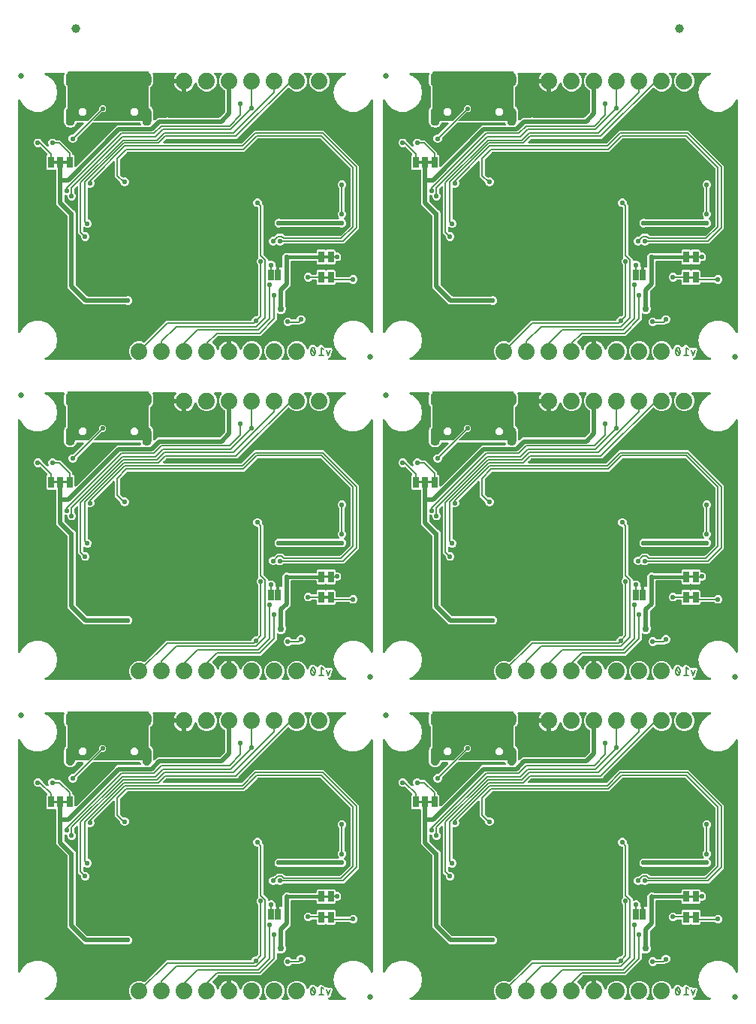
<source format=gbl>
G04 EAGLE Gerber RS-274X export*
G75*
%MOMM*%
%FSLAX34Y34*%
%LPD*%
%INBottom Copper*%
%IPPOS*%
%AMOC8*
5,1,8,0,0,1.08239X$1,22.5*%
G01*
%ADD10C,0.152400*%
%ADD11R,0.660400X1.270000*%
%ADD12C,0.635000*%
%ADD13R,0.635000X1.270000*%
%ADD14C,1.879600*%
%ADD15C,0.654000*%
%ADD16C,1.000000*%
%ADD17C,0.508000*%
%ADD18C,0.558800*%
%ADD19C,0.762000*%
%ADD20C,0.381000*%

G36*
X541740Y3066D02*
X541740Y3066D01*
X541878Y3079D01*
X541897Y3086D01*
X541917Y3089D01*
X542046Y3140D01*
X542177Y3187D01*
X542194Y3198D01*
X542213Y3206D01*
X542325Y3287D01*
X542440Y3365D01*
X542454Y3381D01*
X542470Y3392D01*
X542559Y3500D01*
X542651Y3604D01*
X542660Y3622D01*
X542673Y3637D01*
X542732Y3763D01*
X542795Y3887D01*
X542800Y3907D01*
X542808Y3925D01*
X542835Y4062D01*
X542865Y4197D01*
X542864Y4218D01*
X542868Y4237D01*
X542860Y4376D01*
X542855Y4515D01*
X542850Y4535D01*
X542848Y4555D01*
X542806Y4687D01*
X542767Y4821D01*
X542757Y4838D01*
X542750Y4857D01*
X542676Y4975D01*
X542605Y5095D01*
X542587Y5116D01*
X542580Y5126D01*
X542565Y5140D01*
X542499Y5215D01*
X541489Y6225D01*
X539749Y10426D01*
X539749Y14974D01*
X541489Y19175D01*
X544705Y22391D01*
X548906Y24131D01*
X553454Y24131D01*
X556350Y22931D01*
X556379Y22923D01*
X556405Y22910D01*
X556532Y22881D01*
X556657Y22847D01*
X556687Y22846D01*
X556716Y22840D01*
X556845Y22844D01*
X556975Y22842D01*
X557004Y22849D01*
X557033Y22850D01*
X557158Y22886D01*
X557284Y22916D01*
X557311Y22930D01*
X557339Y22938D01*
X557451Y23004D01*
X557566Y23065D01*
X557587Y23085D01*
X557613Y23100D01*
X557734Y23206D01*
X579764Y45236D01*
X581772Y47245D01*
X676908Y47245D01*
X676938Y47248D01*
X676967Y47246D01*
X677095Y47268D01*
X677224Y47285D01*
X677251Y47295D01*
X677280Y47300D01*
X677399Y47354D01*
X677520Y47402D01*
X677543Y47419D01*
X677570Y47431D01*
X677672Y47512D01*
X677777Y47588D01*
X677796Y47611D01*
X677819Y47630D01*
X677897Y47733D01*
X677980Y47833D01*
X677992Y47860D01*
X678010Y47884D01*
X678081Y48028D01*
X678822Y49817D01*
X680179Y51174D01*
X681953Y51909D01*
X683262Y51909D01*
X683360Y51922D01*
X683459Y51925D01*
X683518Y51941D01*
X683578Y51949D01*
X683670Y51985D01*
X683765Y52013D01*
X683817Y52044D01*
X683873Y52066D01*
X683953Y52124D01*
X684039Y52175D01*
X684114Y52241D01*
X684131Y52253D01*
X684139Y52262D01*
X684160Y52281D01*
X685174Y53295D01*
X685234Y53373D01*
X685302Y53445D01*
X685331Y53498D01*
X685368Y53546D01*
X685408Y53637D01*
X685456Y53724D01*
X685471Y53782D01*
X685495Y53838D01*
X685510Y53936D01*
X685535Y54032D01*
X685541Y54132D01*
X685545Y54152D01*
X685543Y54164D01*
X685545Y54192D01*
X685545Y109489D01*
X685533Y109587D01*
X685530Y109686D01*
X685513Y109744D01*
X685505Y109804D01*
X685469Y109897D01*
X685441Y109992D01*
X685411Y110044D01*
X685388Y110100D01*
X685330Y110180D01*
X685280Y110266D01*
X685214Y110341D01*
X685202Y110358D01*
X685192Y110365D01*
X685174Y110386D01*
X684248Y111312D01*
X683513Y113086D01*
X683513Y115006D01*
X684248Y116780D01*
X685355Y117887D01*
X685428Y117981D01*
X685507Y118071D01*
X685526Y118107D01*
X685550Y118139D01*
X685598Y118248D01*
X685652Y118354D01*
X685661Y118393D01*
X685677Y118430D01*
X685695Y118548D01*
X685721Y118664D01*
X685720Y118705D01*
X685726Y118745D01*
X685715Y118863D01*
X685712Y118982D01*
X685700Y119021D01*
X685697Y119061D01*
X685656Y119173D01*
X685623Y119288D01*
X685603Y119322D01*
X685589Y119360D01*
X685545Y119425D01*
X685545Y174244D01*
X685530Y174362D01*
X685523Y174481D01*
X685510Y174519D01*
X685505Y174560D01*
X685462Y174670D01*
X685425Y174783D01*
X685403Y174818D01*
X685388Y174855D01*
X685319Y174951D01*
X685255Y175052D01*
X685225Y175080D01*
X685202Y175113D01*
X685110Y175189D01*
X685023Y175270D01*
X684988Y175290D01*
X684957Y175315D01*
X684849Y175366D01*
X684745Y175424D01*
X684705Y175434D01*
X684669Y175451D01*
X684552Y175473D01*
X684437Y175503D01*
X684377Y175507D01*
X684357Y175511D01*
X684336Y175509D01*
X684276Y175513D01*
X683570Y175513D01*
X681796Y176248D01*
X680438Y177606D01*
X679703Y179380D01*
X679703Y181300D01*
X680438Y183074D01*
X681796Y184432D01*
X683570Y185167D01*
X685490Y185167D01*
X687264Y184432D01*
X688622Y183074D01*
X689357Y181300D01*
X689357Y179991D01*
X689369Y179893D01*
X689372Y179794D01*
X689389Y179736D01*
X689397Y179676D01*
X689433Y179584D01*
X689461Y179489D01*
X689491Y179436D01*
X689514Y179380D01*
X689572Y179300D01*
X689622Y179215D01*
X689688Y179139D01*
X689700Y179123D01*
X689710Y179115D01*
X689728Y179094D01*
X691135Y177688D01*
X691135Y122333D01*
X691147Y122235D01*
X691150Y122136D01*
X691167Y122078D01*
X691175Y122018D01*
X691211Y121926D01*
X691239Y121831D01*
X691269Y121778D01*
X691292Y121722D01*
X691350Y121642D01*
X691400Y121557D01*
X691466Y121481D01*
X691478Y121465D01*
X691488Y121457D01*
X691506Y121436D01*
X696215Y116728D01*
X696215Y115887D01*
X696221Y115838D01*
X696219Y115788D01*
X696241Y115681D01*
X696255Y115572D01*
X696273Y115526D01*
X696283Y115477D01*
X696331Y115378D01*
X696372Y115276D01*
X696401Y115236D01*
X696423Y115191D01*
X696494Y115108D01*
X696558Y115019D01*
X696597Y114987D01*
X696629Y114949D01*
X696719Y114886D01*
X696803Y114816D01*
X696848Y114795D01*
X696889Y114766D01*
X696992Y114727D01*
X697091Y114680D01*
X697140Y114671D01*
X697186Y114653D01*
X697296Y114641D01*
X697403Y114621D01*
X697453Y114624D01*
X697502Y114618D01*
X697611Y114634D01*
X697721Y114640D01*
X697768Y114656D01*
X697817Y114663D01*
X697970Y114715D01*
X698810Y115063D01*
X700730Y115063D01*
X702504Y114328D01*
X703862Y112970D01*
X704597Y111196D01*
X704597Y109186D01*
X704586Y109145D01*
X704585Y109095D01*
X704575Y109046D01*
X704582Y108937D01*
X704581Y108827D01*
X704592Y108779D01*
X704595Y108729D01*
X704629Y108625D01*
X704655Y108518D01*
X704678Y108474D01*
X704693Y108427D01*
X704752Y108334D01*
X704803Y108237D01*
X704837Y108200D01*
X704863Y108158D01*
X704943Y108083D01*
X705017Y108002D01*
X705059Y107974D01*
X705095Y107940D01*
X705191Y107887D01*
X705283Y107827D01*
X705330Y107811D01*
X705374Y107786D01*
X705480Y107759D01*
X705583Y107723D01*
X705633Y107719D01*
X705681Y107707D01*
X705842Y107697D01*
X706057Y107697D01*
X706057Y99124D01*
X706072Y99005D01*
X706080Y98887D01*
X706092Y98848D01*
X706097Y98808D01*
X706141Y98697D01*
X706178Y98584D01*
X706199Y98550D01*
X706214Y98512D01*
X706284Y98416D01*
X706348Y98316D01*
X706377Y98288D01*
X706401Y98255D01*
X706493Y98179D01*
X706579Y98098D01*
X706615Y98078D01*
X706646Y98052D01*
X706754Y98002D01*
X706858Y97944D01*
X706897Y97934D01*
X706934Y97917D01*
X707050Y97894D01*
X707166Y97865D01*
X707226Y97861D01*
X707246Y97857D01*
X707266Y97858D01*
X707326Y97854D01*
X707962Y97854D01*
X708080Y97869D01*
X708198Y97877D01*
X708237Y97889D01*
X708277Y97894D01*
X708388Y97938D01*
X708501Y97975D01*
X708535Y97996D01*
X708573Y98011D01*
X708669Y98081D01*
X708770Y98145D01*
X708797Y98174D01*
X708830Y98198D01*
X708906Y98290D01*
X708988Y98377D01*
X709007Y98412D01*
X709033Y98443D01*
X709084Y98551D01*
X709141Y98655D01*
X709151Y98694D01*
X709168Y98731D01*
X709191Y98848D01*
X709221Y98963D01*
X709224Y99023D01*
X709228Y99043D01*
X709227Y99064D01*
X709231Y99124D01*
X709231Y107697D01*
X711153Y107697D01*
X711379Y107636D01*
X711504Y107619D01*
X711628Y107595D01*
X711661Y107598D01*
X711695Y107593D01*
X711820Y107607D01*
X711945Y107615D01*
X711977Y107626D01*
X712010Y107629D01*
X712128Y107675D01*
X712247Y107713D01*
X712276Y107731D01*
X712307Y107743D01*
X712410Y107816D01*
X712516Y107883D01*
X712539Y107908D01*
X712567Y107928D01*
X712648Y108023D01*
X712734Y108115D01*
X712750Y108145D01*
X712772Y108170D01*
X712827Y108283D01*
X712888Y108394D01*
X712896Y108426D01*
X712911Y108457D01*
X712936Y108580D01*
X712967Y108701D01*
X712970Y108750D01*
X712974Y108768D01*
X712973Y108790D01*
X712977Y108862D01*
X712977Y117046D01*
X712976Y117055D01*
X712977Y117065D01*
X712956Y117213D01*
X712937Y117362D01*
X712934Y117370D01*
X712933Y117380D01*
X712881Y117532D01*
X712723Y117912D01*
X712723Y119832D01*
X712881Y120212D01*
X712883Y120221D01*
X712888Y120229D01*
X712925Y120374D01*
X712965Y120519D01*
X712965Y120528D01*
X712967Y120537D01*
X712977Y120698D01*
X712977Y120766D01*
X713026Y120814D01*
X713031Y120822D01*
X713039Y120828D01*
X713128Y120947D01*
X713220Y121066D01*
X713224Y121074D01*
X713230Y121082D01*
X713301Y121226D01*
X713458Y121606D01*
X714816Y122964D01*
X715196Y123121D01*
X715204Y123126D01*
X715213Y123128D01*
X715343Y123205D01*
X715472Y123279D01*
X715479Y123285D01*
X715487Y123290D01*
X715608Y123396D01*
X715910Y123699D01*
X719698Y123699D01*
X719961Y123435D01*
X720040Y123375D01*
X720112Y123307D01*
X720165Y123278D01*
X720213Y123241D01*
X720304Y123201D01*
X720390Y123153D01*
X720449Y123138D01*
X720504Y123114D01*
X720602Y123099D01*
X720698Y123074D01*
X720798Y123068D01*
X720819Y123064D01*
X720831Y123066D01*
X720859Y123064D01*
X750189Y123064D01*
X750307Y123079D01*
X750426Y123086D01*
X750464Y123099D01*
X750505Y123104D01*
X750615Y123147D01*
X750728Y123184D01*
X750763Y123206D01*
X750800Y123221D01*
X750896Y123290D01*
X750997Y123354D01*
X751025Y123384D01*
X751058Y123407D01*
X751134Y123499D01*
X751215Y123586D01*
X751235Y123621D01*
X751260Y123652D01*
X751311Y123760D01*
X751369Y123864D01*
X751379Y123904D01*
X751396Y123940D01*
X751418Y124057D01*
X751448Y124172D01*
X751452Y124232D01*
X751456Y124252D01*
X751454Y124273D01*
X751458Y124333D01*
X751458Y126318D01*
X752649Y127509D01*
X760937Y127509D01*
X761103Y127343D01*
X761197Y127270D01*
X761286Y127191D01*
X761322Y127173D01*
X761354Y127148D01*
X761463Y127101D01*
X761569Y127047D01*
X761609Y127038D01*
X761646Y127022D01*
X761763Y127003D01*
X761879Y126977D01*
X761920Y126978D01*
X761960Y126972D01*
X762079Y126983D01*
X762197Y126987D01*
X762236Y126998D01*
X762276Y127002D01*
X762389Y127042D01*
X762503Y127075D01*
X762538Y127096D01*
X762576Y127109D01*
X762674Y127176D01*
X762777Y127237D01*
X762822Y127277D01*
X762839Y127288D01*
X762852Y127303D01*
X762898Y127343D01*
X763063Y127509D01*
X771351Y127509D01*
X772542Y126318D01*
X772542Y125476D01*
X772557Y125358D01*
X772564Y125239D01*
X772577Y125201D01*
X772582Y125160D01*
X772625Y125050D01*
X772662Y124937D01*
X772684Y124902D01*
X772699Y124865D01*
X772768Y124769D01*
X772832Y124668D01*
X772862Y124640D01*
X772885Y124607D01*
X772977Y124531D01*
X773064Y124450D01*
X773099Y124430D01*
X773130Y124405D01*
X773238Y124354D01*
X773342Y124296D01*
X773382Y124286D01*
X773418Y124269D01*
X773535Y124247D01*
X773650Y124217D01*
X773710Y124213D01*
X773730Y124209D01*
X773751Y124211D01*
X773811Y124207D01*
X775152Y124207D01*
X776926Y123472D01*
X778284Y122114D01*
X779019Y120340D01*
X779019Y118420D01*
X778284Y116646D01*
X776926Y115288D01*
X775152Y114553D01*
X773811Y114553D01*
X773693Y114538D01*
X773574Y114531D01*
X773536Y114518D01*
X773495Y114513D01*
X773385Y114470D01*
X773272Y114433D01*
X773237Y114411D01*
X773200Y114396D01*
X773104Y114327D01*
X773003Y114263D01*
X772975Y114233D01*
X772942Y114210D01*
X772866Y114118D01*
X772785Y114031D01*
X772765Y113996D01*
X772740Y113965D01*
X772689Y113857D01*
X772631Y113753D01*
X772621Y113713D01*
X772604Y113677D01*
X772582Y113560D01*
X772552Y113445D01*
X772548Y113385D01*
X772544Y113365D01*
X772546Y113344D01*
X772542Y113284D01*
X772542Y111934D01*
X771351Y110743D01*
X763063Y110743D01*
X762898Y110909D01*
X762803Y110982D01*
X762714Y111061D01*
X762678Y111079D01*
X762646Y111104D01*
X762537Y111151D01*
X762431Y111205D01*
X762392Y111214D01*
X762354Y111230D01*
X762237Y111249D01*
X762121Y111275D01*
X762080Y111274D01*
X762040Y111280D01*
X761922Y111269D01*
X761803Y111265D01*
X761764Y111254D01*
X761724Y111250D01*
X761612Y111210D01*
X761497Y111177D01*
X761462Y111156D01*
X761424Y111143D01*
X761326Y111076D01*
X761223Y111015D01*
X761178Y110975D01*
X761161Y110964D01*
X761148Y110949D01*
X761103Y110909D01*
X760937Y110743D01*
X752649Y110743D01*
X751458Y111934D01*
X751458Y113919D01*
X751443Y114037D01*
X751436Y114156D01*
X751423Y114194D01*
X751418Y114235D01*
X751375Y114345D01*
X751338Y114458D01*
X751316Y114493D01*
X751301Y114530D01*
X751232Y114626D01*
X751168Y114727D01*
X751138Y114755D01*
X751115Y114788D01*
X751023Y114864D01*
X750936Y114945D01*
X750901Y114965D01*
X750870Y114990D01*
X750762Y115041D01*
X750658Y115099D01*
X750618Y115109D01*
X750582Y115126D01*
X750465Y115148D01*
X750350Y115178D01*
X750290Y115182D01*
X750270Y115186D01*
X750249Y115184D01*
X750189Y115188D01*
X723392Y115188D01*
X723274Y115173D01*
X723155Y115166D01*
X723117Y115153D01*
X723076Y115148D01*
X722966Y115105D01*
X722853Y115068D01*
X722818Y115046D01*
X722781Y115031D01*
X722685Y114962D01*
X722584Y114898D01*
X722556Y114868D01*
X722523Y114845D01*
X722447Y114753D01*
X722366Y114666D01*
X722346Y114631D01*
X722321Y114600D01*
X722270Y114492D01*
X722212Y114388D01*
X722202Y114348D01*
X722185Y114312D01*
X722163Y114195D01*
X722133Y114080D01*
X722129Y114020D01*
X722125Y114000D01*
X722127Y113979D01*
X722123Y113919D01*
X722123Y86752D01*
X716144Y80774D01*
X716084Y80695D01*
X716016Y80623D01*
X715987Y80570D01*
X715950Y80522D01*
X715910Y80431D01*
X715862Y80345D01*
X715847Y80286D01*
X715823Y80231D01*
X715808Y80133D01*
X715783Y80037D01*
X715777Y79937D01*
X715773Y79916D01*
X715775Y79904D01*
X715773Y79876D01*
X715773Y63960D01*
X715774Y63951D01*
X715773Y63942D01*
X715790Y63823D01*
X715795Y63736D01*
X715805Y63705D01*
X715813Y63645D01*
X715816Y63636D01*
X715817Y63627D01*
X715869Y63475D01*
X716535Y61868D01*
X716535Y59544D01*
X715645Y57396D01*
X714002Y55753D01*
X711854Y54863D01*
X709530Y54863D01*
X708130Y55443D01*
X708082Y55456D01*
X708037Y55477D01*
X707929Y55498D01*
X707823Y55527D01*
X707773Y55528D01*
X707724Y55537D01*
X707615Y55530D01*
X707505Y55532D01*
X707457Y55521D01*
X707407Y55518D01*
X707303Y55484D01*
X707196Y55458D01*
X707152Y55435D01*
X707105Y55419D01*
X707012Y55361D01*
X706915Y55309D01*
X706878Y55276D01*
X706836Y55249D01*
X706761Y55169D01*
X706679Y55095D01*
X706652Y55054D01*
X706618Y55018D01*
X706565Y54922D01*
X706505Y54830D01*
X706488Y54783D01*
X706464Y54739D01*
X706437Y54633D01*
X706401Y54529D01*
X706397Y54479D01*
X706385Y54431D01*
X706375Y54271D01*
X706375Y48372D01*
X688228Y30225D01*
X640493Y30225D01*
X640395Y30213D01*
X640296Y30210D01*
X640238Y30193D01*
X640178Y30185D01*
X640086Y30149D01*
X639991Y30121D01*
X639938Y30091D01*
X639882Y30068D01*
X639802Y30010D01*
X639717Y29960D01*
X639641Y29894D01*
X639625Y29882D01*
X639617Y29872D01*
X639596Y29854D01*
X633891Y24149D01*
X633818Y24055D01*
X633740Y23966D01*
X633721Y23930D01*
X633696Y23898D01*
X633649Y23788D01*
X633595Y23683D01*
X633586Y23643D01*
X633570Y23606D01*
X633551Y23488D01*
X633525Y23372D01*
X633527Y23332D01*
X633520Y23292D01*
X633531Y23173D01*
X633535Y23054D01*
X633546Y23016D01*
X633550Y22975D01*
X633590Y22863D01*
X633623Y22749D01*
X633644Y22714D01*
X633658Y22676D01*
X633725Y22577D01*
X633785Y22475D01*
X633825Y22430D01*
X633836Y22413D01*
X633852Y22399D01*
X633891Y22354D01*
X637071Y19175D01*
X638710Y15216D01*
X638717Y15205D01*
X638718Y15202D01*
X638726Y15189D01*
X638774Y15104D01*
X638833Y14989D01*
X638853Y14966D01*
X638868Y14940D01*
X638958Y14847D01*
X639043Y14750D01*
X639068Y14733D01*
X639089Y14712D01*
X639200Y14644D01*
X639306Y14571D01*
X639335Y14561D01*
X639360Y14545D01*
X639484Y14507D01*
X639605Y14464D01*
X639635Y14461D01*
X639664Y14452D01*
X639793Y14446D01*
X639922Y14433D01*
X639952Y14438D01*
X639982Y14437D01*
X640108Y14463D01*
X640236Y14483D01*
X640264Y14495D01*
X640293Y14501D01*
X640410Y14558D01*
X640528Y14609D01*
X640552Y14627D01*
X640579Y14641D01*
X640677Y14725D01*
X640780Y14804D01*
X640798Y14827D01*
X640821Y14847D01*
X640895Y14953D01*
X640975Y15055D01*
X640987Y15082D01*
X641004Y15107D01*
X641050Y15228D01*
X641101Y15347D01*
X641111Y15388D01*
X641117Y15404D01*
X641119Y15426D01*
X641134Y15491D01*
X641716Y17283D01*
X642569Y18957D01*
X643674Y20478D01*
X645002Y21806D01*
X646523Y22911D01*
X648197Y23764D01*
X649984Y24345D01*
X650241Y24385D01*
X650241Y13970D01*
X650256Y13852D01*
X650263Y13733D01*
X650276Y13695D01*
X650281Y13655D01*
X650324Y13544D01*
X650361Y13431D01*
X650383Y13397D01*
X650398Y13359D01*
X650468Y13263D01*
X650531Y13162D01*
X650561Y13134D01*
X650584Y13102D01*
X650676Y13026D01*
X650763Y12944D01*
X650798Y12925D01*
X650829Y12899D01*
X650937Y12848D01*
X651041Y12791D01*
X651081Y12780D01*
X651117Y12763D01*
X651234Y12741D01*
X651349Y12711D01*
X651410Y12707D01*
X651430Y12703D01*
X651450Y12705D01*
X651510Y12701D01*
X654050Y12701D01*
X654168Y12716D01*
X654287Y12723D01*
X654325Y12736D01*
X654365Y12741D01*
X654476Y12785D01*
X654589Y12821D01*
X654624Y12843D01*
X654661Y12858D01*
X654757Y12928D01*
X654858Y12991D01*
X654886Y13021D01*
X654919Y13045D01*
X654994Y13136D01*
X655076Y13223D01*
X655096Y13258D01*
X655121Y13290D01*
X655172Y13397D01*
X655230Y13502D01*
X655240Y13541D01*
X655257Y13577D01*
X655279Y13694D01*
X655309Y13809D01*
X655313Y13870D01*
X655317Y13890D01*
X655315Y13910D01*
X655319Y13970D01*
X655319Y24385D01*
X655576Y24345D01*
X657363Y23764D01*
X659037Y22911D01*
X660558Y21806D01*
X661886Y20478D01*
X662991Y18957D01*
X663844Y17283D01*
X664434Y15466D01*
X664459Y15380D01*
X664490Y15254D01*
X664504Y15227D01*
X664512Y15198D01*
X664578Y15087D01*
X664638Y14973D01*
X664659Y14950D01*
X664674Y14924D01*
X664765Y14833D01*
X664852Y14737D01*
X664877Y14721D01*
X664899Y14700D01*
X665010Y14634D01*
X665118Y14563D01*
X665147Y14553D01*
X665172Y14537D01*
X665296Y14501D01*
X665419Y14459D01*
X665449Y14457D01*
X665478Y14449D01*
X665607Y14444D01*
X665736Y14434D01*
X665766Y14439D01*
X665796Y14438D01*
X665922Y14466D01*
X666049Y14489D01*
X666077Y14501D01*
X666106Y14507D01*
X666221Y14566D01*
X666339Y14619D01*
X666363Y14638D01*
X666390Y14652D01*
X666486Y14737D01*
X666588Y14818D01*
X666606Y14842D01*
X666628Y14862D01*
X666701Y14968D01*
X666779Y15072D01*
X666798Y15110D01*
X666807Y15124D01*
X666815Y15145D01*
X666850Y15216D01*
X668489Y19175D01*
X671705Y22391D01*
X675906Y24131D01*
X680454Y24131D01*
X684655Y22391D01*
X687871Y19175D01*
X689611Y14974D01*
X689611Y10426D01*
X687871Y6225D01*
X686861Y5215D01*
X686776Y5106D01*
X686687Y4999D01*
X686678Y4980D01*
X686666Y4964D01*
X686611Y4837D01*
X686552Y4711D01*
X686548Y4691D01*
X686540Y4672D01*
X686518Y4534D01*
X686492Y4398D01*
X686493Y4378D01*
X686490Y4358D01*
X686503Y4219D01*
X686512Y4081D01*
X686518Y4062D01*
X686520Y4042D01*
X686567Y3910D01*
X686610Y3779D01*
X686620Y3761D01*
X686627Y3742D01*
X686705Y3627D01*
X686780Y3510D01*
X686794Y3496D01*
X686806Y3479D01*
X686910Y3387D01*
X687011Y3292D01*
X687029Y3282D01*
X687044Y3269D01*
X687168Y3206D01*
X687290Y3138D01*
X687309Y3133D01*
X687327Y3124D01*
X687463Y3094D01*
X687598Y3059D01*
X687626Y3057D01*
X687638Y3054D01*
X687658Y3055D01*
X687758Y3049D01*
X694002Y3049D01*
X694140Y3066D01*
X694278Y3079D01*
X694297Y3086D01*
X694317Y3089D01*
X694446Y3140D01*
X694577Y3187D01*
X694594Y3198D01*
X694613Y3206D01*
X694725Y3287D01*
X694840Y3365D01*
X694854Y3381D01*
X694870Y3392D01*
X694959Y3500D01*
X695051Y3604D01*
X695060Y3622D01*
X695073Y3637D01*
X695132Y3763D01*
X695195Y3887D01*
X695200Y3907D01*
X695208Y3925D01*
X695235Y4062D01*
X695265Y4197D01*
X695264Y4218D01*
X695268Y4237D01*
X695260Y4376D01*
X695255Y4515D01*
X695250Y4535D01*
X695248Y4555D01*
X695206Y4687D01*
X695167Y4821D01*
X695157Y4838D01*
X695150Y4857D01*
X695076Y4975D01*
X695005Y5095D01*
X694987Y5116D01*
X694980Y5126D01*
X694965Y5140D01*
X694899Y5215D01*
X693889Y6225D01*
X692149Y10426D01*
X692149Y14974D01*
X693889Y19175D01*
X697105Y22391D01*
X701306Y24131D01*
X705854Y24131D01*
X710055Y22391D01*
X713271Y19175D01*
X715011Y14974D01*
X715011Y10426D01*
X713271Y6225D01*
X712261Y5215D01*
X712176Y5106D01*
X712087Y4999D01*
X712078Y4980D01*
X712066Y4964D01*
X712011Y4837D01*
X711952Y4711D01*
X711948Y4691D01*
X711940Y4672D01*
X711918Y4534D01*
X711892Y4398D01*
X711893Y4378D01*
X711890Y4358D01*
X711903Y4219D01*
X711912Y4081D01*
X711918Y4062D01*
X711920Y4042D01*
X711967Y3910D01*
X712010Y3779D01*
X712020Y3761D01*
X712027Y3742D01*
X712105Y3627D01*
X712180Y3510D01*
X712194Y3496D01*
X712206Y3479D01*
X712310Y3387D01*
X712411Y3292D01*
X712429Y3282D01*
X712444Y3269D01*
X712568Y3206D01*
X712690Y3138D01*
X712709Y3133D01*
X712727Y3124D01*
X712863Y3094D01*
X712998Y3059D01*
X713026Y3057D01*
X713038Y3054D01*
X713058Y3055D01*
X713158Y3049D01*
X719402Y3049D01*
X719540Y3066D01*
X719678Y3079D01*
X719697Y3086D01*
X719717Y3089D01*
X719846Y3140D01*
X719977Y3187D01*
X719994Y3198D01*
X720013Y3206D01*
X720125Y3287D01*
X720240Y3365D01*
X720254Y3381D01*
X720270Y3392D01*
X720359Y3500D01*
X720451Y3604D01*
X720460Y3622D01*
X720473Y3637D01*
X720532Y3763D01*
X720595Y3887D01*
X720600Y3907D01*
X720608Y3925D01*
X720635Y4062D01*
X720665Y4197D01*
X720664Y4218D01*
X720668Y4237D01*
X720660Y4376D01*
X720655Y4515D01*
X720650Y4535D01*
X720648Y4555D01*
X720606Y4687D01*
X720567Y4821D01*
X720557Y4838D01*
X720550Y4857D01*
X720476Y4975D01*
X720405Y5095D01*
X720387Y5116D01*
X720380Y5126D01*
X720365Y5140D01*
X720299Y5215D01*
X719289Y6225D01*
X717549Y10426D01*
X717549Y14974D01*
X719289Y19175D01*
X722505Y22391D01*
X726706Y24131D01*
X731254Y24131D01*
X735455Y22391D01*
X738671Y19175D01*
X740064Y15812D01*
X740113Y15724D01*
X740155Y15633D01*
X740192Y15587D01*
X740221Y15536D01*
X740291Y15463D01*
X740354Y15385D01*
X740401Y15350D01*
X740442Y15307D01*
X740528Y15255D01*
X740609Y15194D01*
X740663Y15172D01*
X740714Y15141D01*
X740810Y15111D01*
X740903Y15073D01*
X740961Y15065D01*
X741017Y15047D01*
X741118Y15042D01*
X741218Y15028D01*
X741276Y15035D01*
X741335Y15032D01*
X741434Y15052D01*
X741534Y15064D01*
X741589Y15084D01*
X741647Y15096D01*
X741737Y15141D01*
X741831Y15176D01*
X741879Y15210D01*
X741932Y15236D01*
X742009Y15301D01*
X742091Y15359D01*
X742129Y15404D01*
X742174Y15442D01*
X742232Y15525D01*
X742297Y15601D01*
X742345Y15685D01*
X742357Y15703D01*
X742362Y15715D01*
X742377Y15741D01*
X742496Y15986D01*
X742540Y16115D01*
X742589Y16243D01*
X742594Y16274D01*
X742599Y16287D01*
X742600Y16308D01*
X742617Y16402D01*
X742635Y16565D01*
X742689Y16621D01*
X742777Y16701D01*
X742799Y16735D01*
X742828Y16764D01*
X742887Y16867D01*
X742952Y16966D01*
X742975Y17022D01*
X742985Y17040D01*
X742991Y17059D01*
X743014Y17115D01*
X743355Y18110D01*
X745739Y19813D01*
X748668Y19813D01*
X751051Y18110D01*
X751079Y18028D01*
X751081Y18025D01*
X751082Y18021D01*
X751152Y17880D01*
X751152Y17879D01*
X751171Y17832D01*
X751184Y17814D01*
X751219Y17742D01*
X751222Y17740D01*
X751223Y17736D01*
X751326Y17617D01*
X751331Y17612D01*
X751358Y17575D01*
X751374Y17562D01*
X751426Y17501D01*
X751429Y17499D01*
X751431Y17496D01*
X751559Y17407D01*
X751568Y17400D01*
X751603Y17372D01*
X751621Y17364D01*
X751686Y17318D01*
X751689Y17317D01*
X751692Y17314D01*
X751837Y17261D01*
X751848Y17257D01*
X751890Y17237D01*
X751911Y17233D01*
X751984Y17205D01*
X751987Y17205D01*
X751990Y17204D01*
X752145Y17188D01*
X752150Y17187D01*
X752203Y17177D01*
X752227Y17178D01*
X752300Y17170D01*
X752303Y17171D01*
X752307Y17171D01*
X752456Y17193D01*
X752520Y17197D01*
X752548Y17206D01*
X752615Y17215D01*
X752618Y17217D01*
X752621Y17217D01*
X752750Y17271D01*
X752823Y17295D01*
X752853Y17314D01*
X752908Y17337D01*
X752911Y17339D01*
X752915Y17340D01*
X753015Y17416D01*
X753091Y17465D01*
X753121Y17496D01*
X753163Y17528D01*
X753165Y17530D01*
X753168Y17533D01*
X753276Y17652D01*
X753279Y17656D01*
X753292Y17678D01*
X753309Y17696D01*
X753333Y17740D01*
X753362Y17776D01*
X753394Y17848D01*
X753443Y17929D01*
X753450Y17953D01*
X753463Y17975D01*
X753477Y18031D01*
X753493Y18066D01*
X753504Y18127D01*
X754212Y18835D01*
X754221Y18846D01*
X754305Y18940D01*
X754922Y19711D01*
X754931Y19713D01*
X754956Y19726D01*
X754984Y19734D01*
X755097Y19801D01*
X755120Y19813D01*
X756122Y19813D01*
X756136Y19815D01*
X756262Y19820D01*
X757243Y19930D01*
X757251Y19925D01*
X757279Y19916D01*
X757304Y19902D01*
X757430Y19870D01*
X757455Y19862D01*
X758164Y19153D01*
X758176Y19144D01*
X758269Y19060D01*
X760762Y17065D01*
X760825Y17026D01*
X760882Y16980D01*
X760960Y16943D01*
X761034Y16899D01*
X761104Y16877D01*
X761171Y16846D01*
X761255Y16831D01*
X761338Y16805D01*
X761412Y16802D01*
X761484Y16789D01*
X761569Y16794D01*
X761655Y16790D01*
X761728Y16805D01*
X761801Y16810D01*
X761957Y16852D01*
X762872Y17157D01*
X764009Y16588D01*
X764037Y16578D01*
X764063Y16563D01*
X764187Y16526D01*
X764309Y16483D01*
X764339Y16480D01*
X764367Y16472D01*
X764497Y16466D01*
X764626Y16455D01*
X764655Y16460D01*
X764685Y16459D01*
X764812Y16486D01*
X764940Y16507D01*
X764967Y16519D01*
X764996Y16525D01*
X765144Y16588D01*
X766281Y17157D01*
X768478Y16425D01*
X769513Y14354D01*
X767656Y8783D01*
X767655Y8774D01*
X767651Y8766D01*
X767624Y8619D01*
X767594Y8471D01*
X767595Y8462D01*
X767593Y8453D01*
X767604Y8304D01*
X767609Y8198D01*
X767205Y7390D01*
X767202Y7381D01*
X767197Y7373D01*
X767137Y7224D01*
X766849Y6362D01*
X766774Y6311D01*
X766768Y6305D01*
X766760Y6300D01*
X766662Y6187D01*
X766591Y6108D01*
X765734Y5822D01*
X765726Y5818D01*
X765716Y5816D01*
X765568Y5753D01*
X764968Y5453D01*
X764948Y5439D01*
X764925Y5430D01*
X764816Y5351D01*
X764704Y5276D01*
X764687Y5258D01*
X764667Y5244D01*
X764582Y5140D01*
X764492Y5040D01*
X764480Y5018D01*
X764465Y4999D01*
X764407Y4877D01*
X764345Y4757D01*
X764340Y4733D01*
X764329Y4711D01*
X764304Y4579D01*
X764273Y4448D01*
X764274Y4423D01*
X764269Y4398D01*
X764278Y4264D01*
X764281Y4130D01*
X764288Y4106D01*
X764289Y4081D01*
X764331Y3953D01*
X764367Y3824D01*
X764379Y3802D01*
X764387Y3779D01*
X764459Y3665D01*
X764527Y3548D01*
X764544Y3531D01*
X764557Y3510D01*
X764655Y3418D01*
X764750Y3322D01*
X764771Y3309D01*
X764789Y3292D01*
X764907Y3227D01*
X765022Y3157D01*
X765046Y3150D01*
X765067Y3138D01*
X765198Y3105D01*
X765327Y3066D01*
X765351Y3065D01*
X765375Y3059D01*
X765536Y3049D01*
X783564Y3049D01*
X783661Y3061D01*
X783758Y3064D01*
X783818Y3081D01*
X783880Y3089D01*
X783970Y3124D01*
X784064Y3151D01*
X784118Y3183D01*
X784176Y3206D01*
X784254Y3263D01*
X784338Y3312D01*
X784382Y3356D01*
X784433Y3392D01*
X784495Y3468D01*
X784564Y3536D01*
X784596Y3589D01*
X784636Y3637D01*
X784677Y3725D01*
X784727Y3809D01*
X784745Y3869D01*
X784771Y3925D01*
X784789Y4021D01*
X784817Y4114D01*
X784819Y4176D01*
X784831Y4237D01*
X784825Y4335D01*
X784828Y4432D01*
X784815Y4493D01*
X784811Y4555D01*
X784781Y4648D01*
X784760Y4743D01*
X784732Y4798D01*
X784713Y4857D01*
X784661Y4940D01*
X784617Y5027D01*
X784576Y5073D01*
X784543Y5126D01*
X784472Y5193D01*
X784408Y5266D01*
X784357Y5301D01*
X784311Y5344D01*
X784226Y5391D01*
X784146Y5446D01*
X784050Y5488D01*
X784033Y5498D01*
X784022Y5500D01*
X783998Y5511D01*
X781518Y6413D01*
X775685Y11308D01*
X771878Y17902D01*
X770556Y25400D01*
X771878Y32898D01*
X775685Y39492D01*
X781518Y44387D01*
X788673Y46991D01*
X796287Y46991D01*
X803442Y44387D01*
X809275Y39492D01*
X812463Y33970D01*
X812551Y33854D01*
X812636Y33736D01*
X812647Y33728D01*
X812655Y33717D01*
X812769Y33627D01*
X812881Y33533D01*
X812894Y33528D01*
X812904Y33519D01*
X813038Y33460D01*
X813169Y33398D01*
X813182Y33395D01*
X813195Y33390D01*
X813339Y33365D01*
X813482Y33338D01*
X813495Y33339D01*
X813508Y33337D01*
X813654Y33349D01*
X813799Y33358D01*
X813812Y33362D01*
X813825Y33363D01*
X813963Y33411D01*
X814101Y33456D01*
X814113Y33463D01*
X814126Y33468D01*
X814247Y33548D01*
X814370Y33626D01*
X814379Y33636D01*
X814391Y33643D01*
X814488Y33751D01*
X814588Y33858D01*
X814595Y33870D01*
X814604Y33880D01*
X814671Y34008D01*
X814742Y34136D01*
X814745Y34149D01*
X814751Y34161D01*
X814785Y34303D01*
X814821Y34444D01*
X814822Y34462D01*
X814824Y34471D01*
X814824Y34488D01*
X814831Y34605D01*
X814831Y295341D01*
X814813Y295486D01*
X814798Y295631D01*
X814793Y295643D01*
X814791Y295657D01*
X814738Y295792D01*
X814687Y295929D01*
X814679Y295940D01*
X814674Y295952D01*
X814589Y296070D01*
X814506Y296190D01*
X814495Y296199D01*
X814488Y296210D01*
X814376Y296303D01*
X814265Y296398D01*
X814253Y296404D01*
X814243Y296413D01*
X814111Y296474D01*
X813980Y296540D01*
X813967Y296542D01*
X813955Y296548D01*
X813813Y296575D01*
X813669Y296606D01*
X813656Y296605D01*
X813643Y296608D01*
X813498Y296599D01*
X813352Y296593D01*
X813339Y296589D01*
X813325Y296588D01*
X813187Y296543D01*
X813047Y296501D01*
X813035Y296494D01*
X813023Y296490D01*
X812900Y296412D01*
X812775Y296337D01*
X812765Y296327D01*
X812754Y296320D01*
X812654Y296214D01*
X812552Y296110D01*
X812542Y296095D01*
X812536Y296088D01*
X812528Y296073D01*
X812463Y295976D01*
X809275Y290454D01*
X803442Y285559D01*
X796287Y282955D01*
X788673Y282955D01*
X781518Y285559D01*
X775685Y290454D01*
X771878Y297048D01*
X770556Y304546D01*
X771878Y312044D01*
X775685Y318638D01*
X781518Y323533D01*
X783998Y324435D01*
X784085Y324480D01*
X784176Y324516D01*
X784226Y324552D01*
X784281Y324581D01*
X784354Y324645D01*
X784433Y324702D01*
X784473Y324750D01*
X784519Y324792D01*
X784574Y324872D01*
X784636Y324947D01*
X784662Y325004D01*
X784697Y325055D01*
X784730Y325147D01*
X784771Y325235D01*
X784783Y325296D01*
X784804Y325355D01*
X784813Y325452D01*
X784831Y325548D01*
X784827Y325610D01*
X784833Y325672D01*
X784817Y325768D01*
X784811Y325865D01*
X784792Y325924D01*
X784782Y325986D01*
X784743Y326075D01*
X784713Y326167D01*
X784680Y326220D01*
X784655Y326277D01*
X784595Y326354D01*
X784543Y326436D01*
X784498Y326479D01*
X784459Y326528D01*
X784382Y326587D01*
X784311Y326654D01*
X784257Y326684D01*
X784208Y326722D01*
X784118Y326761D01*
X784033Y326808D01*
X783973Y326823D01*
X783915Y326848D01*
X783819Y326863D01*
X783725Y326887D01*
X783621Y326894D01*
X783601Y326897D01*
X783590Y326896D01*
X783564Y326897D01*
X763958Y326897D01*
X763820Y326880D01*
X763682Y326867D01*
X763663Y326860D01*
X763643Y326857D01*
X763514Y326806D01*
X763383Y326759D01*
X763366Y326748D01*
X763347Y326740D01*
X763235Y326659D01*
X763120Y326581D01*
X763106Y326565D01*
X763090Y326554D01*
X763001Y326446D01*
X762909Y326342D01*
X762900Y326324D01*
X762887Y326309D01*
X762828Y326183D01*
X762765Y326059D01*
X762760Y326039D01*
X762752Y326021D01*
X762725Y325884D01*
X762695Y325749D01*
X762696Y325728D01*
X762692Y325709D01*
X762700Y325570D01*
X762705Y325431D01*
X762710Y325411D01*
X762712Y325391D01*
X762754Y325259D01*
X762793Y325125D01*
X762803Y325108D01*
X762810Y325089D01*
X762884Y324971D01*
X762955Y324851D01*
X762973Y324830D01*
X762980Y324820D01*
X762995Y324806D01*
X763061Y324731D01*
X764071Y323721D01*
X765811Y319520D01*
X765811Y314972D01*
X764071Y310771D01*
X760855Y307555D01*
X756654Y305815D01*
X752106Y305815D01*
X747905Y307555D01*
X744689Y310771D01*
X742949Y314972D01*
X742949Y319520D01*
X744689Y323721D01*
X745699Y324731D01*
X745784Y324840D01*
X745873Y324947D01*
X745882Y324966D01*
X745894Y324982D01*
X745949Y325109D01*
X746008Y325235D01*
X746012Y325255D01*
X746020Y325274D01*
X746042Y325412D01*
X746068Y325548D01*
X746067Y325568D01*
X746070Y325588D01*
X746057Y325727D01*
X746048Y325865D01*
X746042Y325884D01*
X746040Y325904D01*
X745993Y326036D01*
X745950Y326167D01*
X745940Y326185D01*
X745933Y326204D01*
X745855Y326319D01*
X745780Y326436D01*
X745766Y326450D01*
X745754Y326467D01*
X745650Y326559D01*
X745549Y326654D01*
X745531Y326664D01*
X745516Y326677D01*
X745392Y326740D01*
X745270Y326808D01*
X745251Y326813D01*
X745233Y326822D01*
X745097Y326852D01*
X744962Y326887D01*
X744934Y326889D01*
X744922Y326892D01*
X744902Y326891D01*
X744802Y326897D01*
X738558Y326897D01*
X738420Y326880D01*
X738282Y326867D01*
X738263Y326860D01*
X738243Y326857D01*
X738114Y326806D01*
X737983Y326759D01*
X737966Y326748D01*
X737947Y326740D01*
X737835Y326659D01*
X737720Y326581D01*
X737706Y326565D01*
X737690Y326554D01*
X737601Y326446D01*
X737509Y326342D01*
X737500Y326324D01*
X737487Y326309D01*
X737428Y326183D01*
X737365Y326059D01*
X737360Y326039D01*
X737352Y326021D01*
X737325Y325884D01*
X737295Y325749D01*
X737296Y325728D01*
X737292Y325709D01*
X737300Y325570D01*
X737305Y325431D01*
X737310Y325411D01*
X737312Y325391D01*
X737354Y325259D01*
X737393Y325125D01*
X737403Y325108D01*
X737410Y325089D01*
X737484Y324971D01*
X737555Y324851D01*
X737573Y324830D01*
X737580Y324820D01*
X737595Y324806D01*
X737661Y324731D01*
X738671Y323721D01*
X740411Y319520D01*
X740411Y314972D01*
X738671Y310771D01*
X735455Y307555D01*
X731254Y305815D01*
X726706Y305815D01*
X722505Y307555D01*
X720469Y309592D01*
X720375Y309665D01*
X720286Y309743D01*
X720250Y309762D01*
X720218Y309787D01*
X720108Y309834D01*
X720002Y309888D01*
X719963Y309897D01*
X719926Y309913D01*
X719808Y309932D01*
X719692Y309958D01*
X719652Y309956D01*
X719612Y309963D01*
X719493Y309952D01*
X719374Y309948D01*
X719335Y309937D01*
X719295Y309933D01*
X719183Y309893D01*
X719069Y309860D01*
X719034Y309839D01*
X718996Y309825D01*
X718897Y309758D01*
X718795Y309698D01*
X718749Y309658D01*
X718733Y309647D01*
X718719Y309631D01*
X718674Y309592D01*
X663566Y254484D01*
X661558Y252475D01*
X582327Y252475D01*
X582229Y252463D01*
X582130Y252460D01*
X582072Y252443D01*
X582012Y252435D01*
X581920Y252399D01*
X581825Y252371D01*
X581772Y252341D01*
X581716Y252318D01*
X581636Y252260D01*
X581551Y252210D01*
X581475Y252144D01*
X581459Y252132D01*
X581451Y252122D01*
X581430Y252104D01*
X578512Y249186D01*
X578427Y249076D01*
X578339Y248969D01*
X578330Y248951D01*
X578318Y248935D01*
X578262Y248807D01*
X578203Y248682D01*
X578199Y248662D01*
X578191Y248643D01*
X578169Y248505D01*
X578143Y248369D01*
X578145Y248349D01*
X578141Y248329D01*
X578154Y248190D01*
X578163Y248052D01*
X578169Y248033D01*
X578171Y248012D01*
X578218Y247881D01*
X578261Y247749D01*
X578272Y247732D01*
X578279Y247713D01*
X578357Y247598D01*
X578431Y247481D01*
X578446Y247467D01*
X578457Y247450D01*
X578562Y247358D01*
X578663Y247263D01*
X578681Y247253D01*
X578696Y247239D01*
X578820Y247176D01*
X578941Y247109D01*
X578961Y247104D01*
X578979Y247095D01*
X579115Y247064D01*
X579249Y247030D01*
X579277Y247028D01*
X579289Y247025D01*
X579310Y247026D01*
X579410Y247019D01*
X666206Y247019D01*
X666304Y247032D01*
X666403Y247035D01*
X666461Y247052D01*
X666521Y247059D01*
X666614Y247096D01*
X666709Y247123D01*
X666761Y247154D01*
X666817Y247176D01*
X666897Y247234D01*
X666983Y247285D01*
X667058Y247351D01*
X667075Y247363D01*
X667082Y247373D01*
X667103Y247391D01*
X681333Y261621D01*
X759348Y261621D01*
X799085Y221884D01*
X799085Y150988D01*
X782208Y134111D01*
X714487Y134111D01*
X714389Y134099D01*
X714290Y134096D01*
X714232Y134079D01*
X714172Y134071D01*
X714079Y134035D01*
X713984Y134007D01*
X713932Y133977D01*
X713876Y133954D01*
X713796Y133896D01*
X713710Y133846D01*
X713635Y133780D01*
X713618Y133768D01*
X713611Y133758D01*
X713590Y133740D01*
X712664Y132814D01*
X710890Y132079D01*
X708970Y132079D01*
X707196Y132814D01*
X706976Y133034D01*
X706881Y133107D01*
X706792Y133186D01*
X706756Y133205D01*
X706724Y133229D01*
X706615Y133277D01*
X706509Y133331D01*
X706469Y133340D01*
X706432Y133356D01*
X706315Y133374D01*
X706199Y133400D01*
X706158Y133399D01*
X706118Y133406D01*
X706000Y133394D01*
X705881Y133391D01*
X705842Y133380D01*
X705802Y133376D01*
X705689Y133335D01*
X705575Y133302D01*
X705541Y133282D01*
X705502Y133268D01*
X705404Y133201D01*
X705301Y133141D01*
X705256Y133101D01*
X705239Y133090D01*
X705226Y133074D01*
X705181Y133034D01*
X705044Y132898D01*
X703270Y132163D01*
X701350Y132163D01*
X699576Y132898D01*
X698218Y134256D01*
X697483Y136030D01*
X697483Y137950D01*
X698218Y139724D01*
X699576Y141082D01*
X701350Y141817D01*
X702819Y141817D01*
X702917Y141829D01*
X703016Y141832D01*
X703075Y141849D01*
X703135Y141857D01*
X703227Y141893D01*
X703322Y141921D01*
X703374Y141951D01*
X703430Y141974D01*
X703510Y142032D01*
X703596Y142082D01*
X703671Y142148D01*
X703688Y142160D01*
X703696Y142170D01*
X703717Y142188D01*
X706563Y145035D01*
X713297Y145035D01*
X715211Y143120D01*
X715290Y143060D01*
X715362Y142992D01*
X715415Y142963D01*
X715463Y142926D01*
X715554Y142886D01*
X715640Y142838D01*
X715699Y142823D01*
X715754Y142799D01*
X715852Y142784D01*
X715948Y142759D01*
X716048Y142753D01*
X716069Y142749D01*
X716081Y142751D01*
X716109Y142749D01*
X777335Y142749D01*
X777433Y142761D01*
X777532Y142764D01*
X777590Y142781D01*
X777650Y142789D01*
X777742Y142825D01*
X777837Y142853D01*
X777890Y142883D01*
X777946Y142906D01*
X778026Y142964D01*
X778111Y143014D01*
X778187Y143080D01*
X778203Y143092D01*
X778211Y143102D01*
X778232Y143120D01*
X789314Y154202D01*
X789374Y154280D01*
X789442Y154352D01*
X789471Y154405D01*
X789508Y154453D01*
X789548Y154544D01*
X789596Y154631D01*
X789611Y154689D01*
X789635Y154745D01*
X789650Y154843D01*
X789675Y154939D01*
X789681Y155039D01*
X789685Y155059D01*
X789683Y155071D01*
X789685Y155099D01*
X789685Y218542D01*
X789673Y218640D01*
X789670Y218739D01*
X789653Y218798D01*
X789645Y218858D01*
X789609Y218950D01*
X789581Y219045D01*
X789551Y219097D01*
X789528Y219153D01*
X789470Y219233D01*
X789420Y219319D01*
X789354Y219394D01*
X789342Y219411D01*
X789332Y219418D01*
X789314Y219440D01*
X756142Y252612D01*
X756063Y252672D01*
X755991Y252740D01*
X755938Y252769D01*
X755890Y252806D01*
X755799Y252846D01*
X755713Y252894D01*
X755654Y252909D01*
X755598Y252933D01*
X755500Y252948D01*
X755405Y252973D01*
X755305Y252979D01*
X755284Y252983D01*
X755272Y252981D01*
X755244Y252983D01*
X685437Y252983D01*
X685338Y252971D01*
X685239Y252968D01*
X685181Y252951D01*
X685121Y252943D01*
X685029Y252907D01*
X684934Y252879D01*
X684882Y252849D01*
X684825Y252826D01*
X684745Y252768D01*
X684660Y252718D01*
X684584Y252652D01*
X684568Y252640D01*
X684560Y252630D01*
X684539Y252612D01*
X669547Y237620D01*
X538494Y237620D01*
X538396Y237608D01*
X538296Y237605D01*
X538238Y237588D01*
X538178Y237580D01*
X538086Y237544D01*
X537991Y237516D01*
X537939Y237485D01*
X537882Y237463D01*
X537802Y237405D01*
X537717Y237355D01*
X537642Y237288D01*
X537625Y237276D01*
X537617Y237267D01*
X537596Y237248D01*
X529697Y229349D01*
X529637Y229271D01*
X529569Y229199D01*
X529540Y229146D01*
X529502Y229098D01*
X529463Y229007D01*
X529415Y228920D01*
X529400Y228862D01*
X529376Y228806D01*
X529361Y228708D01*
X529336Y228613D01*
X529329Y228512D01*
X529326Y228492D01*
X529327Y228480D01*
X529326Y228452D01*
X529326Y212515D01*
X529338Y212416D01*
X529341Y212317D01*
X529358Y212259D01*
X529365Y212199D01*
X529402Y212107D01*
X529429Y212012D01*
X529460Y211960D01*
X529482Y211903D01*
X529541Y211823D01*
X529591Y211738D01*
X529657Y211662D01*
X529669Y211646D01*
X529679Y211638D01*
X529697Y211617D01*
X532527Y208788D01*
X532550Y208769D01*
X532569Y208747D01*
X532675Y208672D01*
X532778Y208593D01*
X532805Y208581D01*
X532829Y208564D01*
X532951Y208518D01*
X533070Y208466D01*
X533099Y208462D01*
X533127Y208451D01*
X533256Y208437D01*
X533384Y208416D01*
X533413Y208419D01*
X533443Y208416D01*
X533571Y208434D01*
X533701Y208446D01*
X533728Y208456D01*
X533758Y208460D01*
X533910Y208512D01*
X533964Y208535D01*
X535884Y208535D01*
X537658Y207800D01*
X539016Y206442D01*
X539751Y204668D01*
X539751Y202748D01*
X539016Y200974D01*
X537658Y199616D01*
X535884Y198881D01*
X533964Y198881D01*
X532190Y199616D01*
X530832Y200974D01*
X530097Y202748D01*
X530097Y202787D01*
X530085Y202885D01*
X530082Y202984D01*
X530065Y203042D01*
X530057Y203102D01*
X530021Y203194D01*
X529993Y203289D01*
X529963Y203342D01*
X529940Y203398D01*
X529882Y203478D01*
X529832Y203563D01*
X529766Y203639D01*
X529754Y203655D01*
X529744Y203663D01*
X529726Y203684D01*
X523736Y209674D01*
X523736Y225904D01*
X523719Y226042D01*
X523706Y226181D01*
X523699Y226200D01*
X523696Y226220D01*
X523645Y226349D01*
X523598Y226480D01*
X523587Y226497D01*
X523579Y226516D01*
X523498Y226628D01*
X523419Y226743D01*
X523404Y226757D01*
X523392Y226773D01*
X523285Y226862D01*
X523181Y226954D01*
X523163Y226963D01*
X523147Y226976D01*
X523022Y227035D01*
X522898Y227098D01*
X522878Y227103D01*
X522860Y227111D01*
X522724Y227137D01*
X522588Y227168D01*
X522567Y227167D01*
X522547Y227171D01*
X522409Y227162D01*
X522270Y227158D01*
X522250Y227153D01*
X522230Y227151D01*
X522098Y227109D01*
X521964Y227070D01*
X521947Y227060D01*
X521927Y227053D01*
X521810Y226979D01*
X521690Y226908D01*
X521669Y226890D01*
X521659Y226883D01*
X521645Y226868D01*
X521569Y226802D01*
X500437Y205669D01*
X500419Y205646D01*
X500396Y205627D01*
X500322Y205521D01*
X500242Y205418D01*
X500230Y205391D01*
X500213Y205367D01*
X500167Y205246D01*
X500116Y205126D01*
X500111Y205097D01*
X500100Y205069D01*
X500086Y204940D01*
X500066Y204812D01*
X500068Y204783D01*
X500065Y204753D01*
X500083Y204625D01*
X500095Y204496D01*
X500105Y204468D01*
X500110Y204438D01*
X500162Y204286D01*
X500635Y203144D01*
X500635Y201224D01*
X499900Y199450D01*
X498542Y198092D01*
X496768Y197357D01*
X494848Y197357D01*
X494770Y197390D01*
X494722Y197403D01*
X494677Y197424D01*
X494569Y197445D01*
X494463Y197474D01*
X494413Y197474D01*
X494364Y197484D01*
X494255Y197477D01*
X494145Y197479D01*
X494097Y197467D01*
X494047Y197464D01*
X493943Y197430D01*
X493836Y197405D01*
X493792Y197381D01*
X493745Y197366D01*
X493652Y197307D01*
X493555Y197256D01*
X493518Y197222D01*
X493476Y197196D01*
X493401Y197116D01*
X493319Y197042D01*
X493292Y197000D01*
X493258Y196964D01*
X493205Y196868D01*
X493145Y196776D01*
X493128Y196729D01*
X493104Y196686D01*
X493077Y196579D01*
X493041Y196475D01*
X493037Y196426D01*
X493025Y196378D01*
X493015Y196217D01*
X493015Y162685D01*
X493018Y162656D01*
X493016Y162626D01*
X493038Y162498D01*
X493055Y162369D01*
X493065Y162342D01*
X493070Y162313D01*
X493124Y162194D01*
X493172Y162074D01*
X493189Y162050D01*
X493201Y162023D01*
X493282Y161922D01*
X493358Y161816D01*
X493381Y161798D01*
X493400Y161775D01*
X493503Y161696D01*
X493603Y161614D01*
X493630Y161601D01*
X493654Y161583D01*
X493798Y161512D01*
X495494Y160810D01*
X496852Y159452D01*
X497587Y157678D01*
X497587Y155758D01*
X496852Y153984D01*
X495494Y152626D01*
X493720Y151891D01*
X491800Y151891D01*
X489981Y152645D01*
X489885Y152724D01*
X489866Y152733D01*
X489850Y152745D01*
X489722Y152801D01*
X489597Y152860D01*
X489577Y152864D01*
X489559Y152872D01*
X489421Y152894D01*
X489284Y152920D01*
X489264Y152918D01*
X489244Y152922D01*
X489106Y152909D01*
X488967Y152900D01*
X488948Y152894D01*
X488928Y152892D01*
X488797Y152845D01*
X488665Y152802D01*
X488648Y152791D01*
X488629Y152784D01*
X488513Y152706D01*
X488396Y152632D01*
X488382Y152617D01*
X488365Y152606D01*
X488273Y152501D01*
X488178Y152400D01*
X488168Y152382D01*
X488155Y152367D01*
X488092Y152244D01*
X488024Y152122D01*
X488019Y152102D01*
X488010Y152084D01*
X487980Y151948D01*
X487945Y151814D01*
X487943Y151786D01*
X487941Y151774D01*
X487941Y151754D01*
X487935Y151653D01*
X487935Y148749D01*
X487947Y148651D01*
X487950Y148552D01*
X487967Y148494D01*
X487975Y148434D01*
X488011Y148342D01*
X488039Y148247D01*
X488069Y148194D01*
X488092Y148138D01*
X488150Y148058D01*
X488200Y147973D01*
X488266Y147897D01*
X488278Y147881D01*
X488288Y147873D01*
X488306Y147852D01*
X488974Y147184D01*
X489052Y147124D01*
X489124Y147056D01*
X489177Y147027D01*
X489225Y146990D01*
X489316Y146950D01*
X489403Y146902D01*
X489461Y146887D01*
X489517Y146863D01*
X489615Y146848D01*
X489711Y146823D01*
X489811Y146817D01*
X489831Y146813D01*
X489843Y146815D01*
X489871Y146813D01*
X491180Y146813D01*
X492954Y146078D01*
X494312Y144720D01*
X495047Y142946D01*
X495047Y141026D01*
X494312Y139252D01*
X492954Y137894D01*
X491180Y137159D01*
X489260Y137159D01*
X487486Y137894D01*
X486128Y139252D01*
X485393Y141026D01*
X485393Y142335D01*
X485381Y142433D01*
X485378Y142532D01*
X485361Y142590D01*
X485353Y142650D01*
X485317Y142742D01*
X485289Y142837D01*
X485259Y142890D01*
X485236Y142946D01*
X485178Y143026D01*
X485128Y143111D01*
X485062Y143187D01*
X485050Y143203D01*
X485040Y143211D01*
X485022Y143232D01*
X482345Y145908D01*
X482345Y197445D01*
X482328Y197583D01*
X482315Y197722D01*
X482308Y197741D01*
X482305Y197761D01*
X482254Y197890D01*
X482207Y198021D01*
X482196Y198038D01*
X482188Y198056D01*
X482107Y198169D01*
X482029Y198284D01*
X482013Y198297D01*
X482002Y198314D01*
X481894Y198403D01*
X481790Y198495D01*
X481772Y198504D01*
X481757Y198517D01*
X481631Y198576D01*
X481507Y198639D01*
X481487Y198644D01*
X481469Y198652D01*
X481333Y198678D01*
X481197Y198709D01*
X481176Y198708D01*
X481157Y198712D01*
X481018Y198703D01*
X480879Y198699D01*
X480859Y198693D01*
X480839Y198692D01*
X480707Y198649D01*
X480573Y198611D01*
X480556Y198600D01*
X480537Y198594D01*
X480419Y198520D01*
X480299Y198449D01*
X480278Y198431D01*
X480268Y198424D01*
X480254Y198409D01*
X480179Y198343D01*
X478146Y196311D01*
X478086Y196232D01*
X478018Y196160D01*
X477989Y196107D01*
X477952Y196059D01*
X477912Y195968D01*
X477864Y195882D01*
X477849Y195823D01*
X477825Y195768D01*
X477810Y195670D01*
X477785Y195574D01*
X477779Y195474D01*
X477775Y195453D01*
X477777Y195441D01*
X477775Y195413D01*
X477775Y192263D01*
X477787Y192165D01*
X477790Y192066D01*
X477807Y192008D01*
X477815Y191948D01*
X477851Y191855D01*
X477879Y191760D01*
X477909Y191708D01*
X477932Y191652D01*
X477990Y191572D01*
X478040Y191486D01*
X478106Y191411D01*
X478118Y191394D01*
X478128Y191387D01*
X478146Y191366D01*
X479072Y190440D01*
X479807Y188666D01*
X479807Y186746D01*
X479072Y184972D01*
X477714Y183614D01*
X475940Y182879D01*
X474020Y182879D01*
X472246Y183614D01*
X470888Y184972D01*
X470153Y186746D01*
X470153Y187706D01*
X470138Y187824D01*
X470131Y187943D01*
X470118Y187981D01*
X470113Y188022D01*
X470070Y188132D01*
X470033Y188245D01*
X470011Y188280D01*
X469996Y188317D01*
X469927Y188413D01*
X469863Y188514D01*
X469833Y188542D01*
X469810Y188575D01*
X469718Y188651D01*
X469631Y188732D01*
X469596Y188752D01*
X469565Y188777D01*
X469457Y188828D01*
X469353Y188886D01*
X469313Y188896D01*
X469277Y188913D01*
X469160Y188935D01*
X469045Y188965D01*
X468985Y188969D01*
X468965Y188973D01*
X468944Y188971D01*
X468884Y188975D01*
X468701Y188975D01*
X468608Y189014D01*
X468560Y189027D01*
X468515Y189048D01*
X468407Y189069D01*
X468301Y189098D01*
X468251Y189099D01*
X468202Y189108D01*
X468093Y189101D01*
X467983Y189103D01*
X467935Y189091D01*
X467885Y189088D01*
X467781Y189054D01*
X467674Y189029D01*
X467630Y189005D01*
X467583Y188990D01*
X467490Y188931D01*
X467393Y188880D01*
X467356Y188847D01*
X467314Y188820D01*
X467238Y188740D01*
X467157Y188666D01*
X467130Y188625D01*
X467096Y188588D01*
X467043Y188492D01*
X466983Y188400D01*
X466966Y188353D01*
X466942Y188310D01*
X466915Y188203D01*
X466879Y188100D01*
X466875Y188050D01*
X466863Y188002D01*
X466853Y187841D01*
X466853Y182426D01*
X466865Y182328D01*
X466868Y182229D01*
X466885Y182170D01*
X466893Y182110D01*
X466929Y182018D01*
X466957Y181923D01*
X466987Y181871D01*
X467010Y181815D01*
X467068Y181735D01*
X467118Y181649D01*
X467184Y181574D01*
X467196Y181557D01*
X467206Y181549D01*
X467224Y181528D01*
X476502Y172250D01*
X476922Y171830D01*
X476930Y171825D01*
X476936Y171817D01*
X477055Y171727D01*
X477174Y171635D01*
X477182Y171632D01*
X477190Y171626D01*
X477334Y171555D01*
X477714Y171398D01*
X479072Y170040D01*
X479229Y169660D01*
X479234Y169652D01*
X479236Y169643D01*
X479313Y169514D01*
X479387Y169384D01*
X479393Y169377D01*
X479398Y169369D01*
X479504Y169248D01*
X479553Y169200D01*
X479553Y169132D01*
X479554Y169123D01*
X479553Y169113D01*
X479574Y168965D01*
X479593Y168816D01*
X479596Y168808D01*
X479597Y168798D01*
X479649Y168646D01*
X479807Y168266D01*
X479807Y166346D01*
X479649Y165966D01*
X479647Y165957D01*
X479642Y165949D01*
X479635Y165918D01*
X479629Y165906D01*
X479621Y165865D01*
X479605Y165804D01*
X479565Y165659D01*
X479565Y165650D01*
X479563Y165641D01*
X479553Y165480D01*
X479553Y88526D01*
X479565Y88428D01*
X479568Y88329D01*
X479585Y88270D01*
X479593Y88210D01*
X479629Y88118D01*
X479657Y88023D01*
X479687Y87971D01*
X479710Y87915D01*
X479768Y87834D01*
X479818Y87749D01*
X479884Y87674D01*
X479896Y87657D01*
X479906Y87649D01*
X479924Y87628D01*
X492622Y74930D01*
X492701Y74870D01*
X492773Y74802D01*
X492826Y74773D01*
X492874Y74736D01*
X492965Y74696D01*
X493051Y74648D01*
X493110Y74633D01*
X493165Y74609D01*
X493263Y74594D01*
X493359Y74569D01*
X493459Y74563D01*
X493480Y74559D01*
X493492Y74561D01*
X493520Y74559D01*
X536654Y74559D01*
X536663Y74560D01*
X536673Y74559D01*
X536821Y74580D01*
X536970Y74599D01*
X536978Y74602D01*
X536988Y74603D01*
X537140Y74655D01*
X537520Y74813D01*
X539440Y74813D01*
X539820Y74655D01*
X539829Y74653D01*
X539837Y74648D01*
X539982Y74611D01*
X540127Y74571D01*
X540136Y74571D01*
X540145Y74569D01*
X540306Y74559D01*
X540374Y74559D01*
X540422Y74510D01*
X540430Y74505D01*
X540436Y74497D01*
X540555Y74408D01*
X540593Y74378D01*
X540602Y74370D01*
X540608Y74366D01*
X540674Y74316D01*
X540682Y74312D01*
X540690Y74306D01*
X540834Y74235D01*
X541214Y74078D01*
X542572Y72720D01*
X542729Y72340D01*
X542734Y72332D01*
X542736Y72323D01*
X542813Y72193D01*
X542887Y72064D01*
X542893Y72057D01*
X542898Y72049D01*
X543004Y71928D01*
X543053Y71880D01*
X543053Y71812D01*
X543054Y71803D01*
X543053Y71793D01*
X543074Y71645D01*
X543093Y71496D01*
X543096Y71488D01*
X543097Y71478D01*
X543149Y71326D01*
X543307Y70946D01*
X543307Y69026D01*
X543149Y68646D01*
X543147Y68637D01*
X543142Y68629D01*
X543105Y68484D01*
X543065Y68339D01*
X543065Y68330D01*
X543063Y68321D01*
X543053Y68160D01*
X543053Y68092D01*
X543004Y68044D01*
X542999Y68036D01*
X542991Y68030D01*
X542902Y67911D01*
X542810Y67792D01*
X542806Y67784D01*
X542800Y67776D01*
X542729Y67632D01*
X542572Y67252D01*
X541214Y65894D01*
X540834Y65737D01*
X540826Y65732D01*
X540817Y65730D01*
X540687Y65653D01*
X540558Y65579D01*
X540551Y65573D01*
X540543Y65568D01*
X540422Y65462D01*
X540374Y65413D01*
X540306Y65413D01*
X540297Y65412D01*
X540287Y65413D01*
X540139Y65392D01*
X539990Y65373D01*
X539982Y65370D01*
X539972Y65369D01*
X539820Y65317D01*
X539440Y65159D01*
X537520Y65159D01*
X537140Y65317D01*
X537131Y65319D01*
X537123Y65324D01*
X536978Y65361D01*
X536833Y65401D01*
X536824Y65401D01*
X536815Y65403D01*
X536654Y65413D01*
X489206Y65413D01*
X473458Y81162D01*
X470407Y84212D01*
X470407Y164886D01*
X470395Y164984D01*
X470392Y165083D01*
X470375Y165142D01*
X470367Y165202D01*
X470331Y165294D01*
X470303Y165389D01*
X470273Y165441D01*
X470250Y165497D01*
X470192Y165577D01*
X470142Y165663D01*
X470076Y165738D01*
X470064Y165755D01*
X470054Y165763D01*
X470036Y165784D01*
X460758Y175062D01*
X457707Y178112D01*
X457707Y216154D01*
X457692Y216272D01*
X457685Y216391D01*
X457672Y216429D01*
X457667Y216470D01*
X457624Y216580D01*
X457587Y216693D01*
X457565Y216728D01*
X457550Y216765D01*
X457481Y216861D01*
X457417Y216962D01*
X457387Y216990D01*
X457364Y217023D01*
X457272Y217099D01*
X457185Y217180D01*
X457150Y217200D01*
X457119Y217225D01*
X457011Y217276D01*
X456907Y217334D01*
X456867Y217344D01*
X456831Y217361D01*
X456714Y217383D01*
X456599Y217413D01*
X456539Y217417D01*
X456519Y217421D01*
X456498Y217419D01*
X456438Y217423D01*
X447722Y217423D01*
X446531Y218614D01*
X446531Y232998D01*
X447428Y233895D01*
X447501Y233988D01*
X447580Y234078D01*
X447598Y234114D01*
X447623Y234146D01*
X447670Y234255D01*
X447724Y234361D01*
X447733Y234401D01*
X447749Y234438D01*
X447768Y234556D01*
X447794Y234672D01*
X447793Y234712D01*
X447799Y234752D01*
X447788Y234871D01*
X447784Y234989D01*
X447773Y235028D01*
X447769Y235069D01*
X447729Y235181D01*
X447696Y235295D01*
X447675Y235330D01*
X447662Y235368D01*
X447595Y235466D01*
X447534Y235569D01*
X447495Y235614D01*
X447483Y235631D01*
X447468Y235644D01*
X447428Y235690D01*
X440175Y242942D01*
X440152Y242961D01*
X440133Y242983D01*
X440027Y243058D01*
X439924Y243137D01*
X439897Y243149D01*
X439873Y243166D01*
X439751Y243212D01*
X439632Y243264D01*
X439603Y243268D01*
X439575Y243279D01*
X439446Y243293D01*
X439318Y243314D01*
X439289Y243311D01*
X439259Y243314D01*
X439131Y243296D01*
X439001Y243284D01*
X438974Y243274D01*
X438944Y243270D01*
X438792Y243218D01*
X437840Y242823D01*
X435920Y242823D01*
X434146Y243558D01*
X432788Y244916D01*
X432053Y246690D01*
X432053Y248610D01*
X432788Y250384D01*
X434146Y251742D01*
X435920Y252477D01*
X437840Y252477D01*
X439614Y251742D01*
X440972Y250384D01*
X441111Y250048D01*
X441116Y250040D01*
X441118Y250031D01*
X441125Y250020D01*
X441127Y250013D01*
X441153Y249973D01*
X441195Y249902D01*
X441269Y249772D01*
X441275Y249765D01*
X441280Y249757D01*
X441386Y249636D01*
X442586Y248436D01*
X447043Y243979D01*
X447098Y243937D01*
X447147Y243886D01*
X447223Y243840D01*
X447294Y243784D01*
X447358Y243757D01*
X447418Y243720D01*
X447503Y243694D01*
X447586Y243658D01*
X447655Y243647D01*
X447722Y243627D01*
X447811Y243622D01*
X447900Y243608D01*
X447970Y243615D01*
X448039Y243612D01*
X448127Y243630D01*
X448217Y243638D01*
X448283Y243662D01*
X448351Y243676D01*
X448431Y243715D01*
X448516Y243746D01*
X448574Y243785D01*
X448636Y243816D01*
X448705Y243874D01*
X448779Y243924D01*
X448825Y243977D01*
X448878Y244022D01*
X448930Y244095D01*
X448990Y244163D01*
X449021Y244225D01*
X449062Y244282D01*
X449093Y244366D01*
X449134Y244446D01*
X449150Y244514D01*
X449174Y244579D01*
X449184Y244669D01*
X449204Y244756D01*
X449202Y244826D01*
X449210Y244895D01*
X449197Y244984D01*
X449194Y245074D01*
X449175Y245141D01*
X449165Y245210D01*
X449113Y245363D01*
X448563Y246690D01*
X448563Y248610D01*
X449298Y250384D01*
X450656Y251742D01*
X452430Y252477D01*
X454350Y252477D01*
X456124Y251742D01*
X457050Y250816D01*
X457128Y250756D01*
X457200Y250688D01*
X457253Y250659D01*
X457301Y250622D01*
X457392Y250582D01*
X457478Y250534D01*
X457537Y250519D01*
X457593Y250495D01*
X457691Y250480D01*
X457786Y250455D01*
X457886Y250449D01*
X457907Y250445D01*
X457919Y250447D01*
X457947Y250445D01*
X462168Y250445D01*
X475489Y237124D01*
X475489Y235458D01*
X475504Y235340D01*
X475511Y235221D01*
X475524Y235183D01*
X475529Y235142D01*
X475572Y235032D01*
X475609Y234919D01*
X475631Y234884D01*
X475646Y234847D01*
X475715Y234751D01*
X475779Y234650D01*
X475809Y234622D01*
X475832Y234589D01*
X475924Y234513D01*
X476011Y234432D01*
X476046Y234412D01*
X476077Y234387D01*
X476185Y234336D01*
X476289Y234278D01*
X476329Y234268D01*
X476365Y234251D01*
X476482Y234229D01*
X476597Y234199D01*
X476657Y234195D01*
X476677Y234191D01*
X476698Y234193D01*
X476758Y234189D01*
X476838Y234189D01*
X478029Y232998D01*
X478029Y222107D01*
X478046Y221970D01*
X478059Y221831D01*
X478066Y221812D01*
X478069Y221792D01*
X478120Y221663D01*
X478167Y221532D01*
X478178Y221515D01*
X478186Y221496D01*
X478267Y221384D01*
X478345Y221269D01*
X478361Y221255D01*
X478372Y221239D01*
X478480Y221150D01*
X478584Y221058D01*
X478602Y221049D01*
X478617Y221036D01*
X478743Y220977D01*
X478867Y220914D01*
X478887Y220909D01*
X478905Y220901D01*
X479041Y220874D01*
X479177Y220844D01*
X479198Y220845D01*
X479217Y220841D01*
X479356Y220849D01*
X479495Y220854D01*
X479515Y220859D01*
X479535Y220861D01*
X479667Y220903D01*
X479801Y220942D01*
X479818Y220952D01*
X479837Y220959D01*
X479955Y221033D01*
X480075Y221104D01*
X480096Y221122D01*
X480106Y221129D01*
X480120Y221144D01*
X480195Y221210D01*
X523398Y264412D01*
X526448Y267463D01*
X552123Y267463D01*
X552277Y267482D01*
X552433Y267501D01*
X552436Y267502D01*
X552439Y267503D01*
X552584Y267560D01*
X552729Y267617D01*
X552731Y267618D01*
X552734Y267620D01*
X552859Y267710D01*
X552987Y267802D01*
X552989Y267805D01*
X552992Y267806D01*
X553089Y267924D01*
X553191Y268046D01*
X553193Y268049D01*
X553195Y268051D01*
X553259Y268189D01*
X553328Y268333D01*
X553329Y268336D01*
X553330Y268339D01*
X553359Y268491D01*
X553389Y268645D01*
X553389Y268648D01*
X553390Y268651D01*
X553380Y268806D01*
X553371Y268963D01*
X553370Y268966D01*
X553370Y268969D01*
X553322Y269117D01*
X553275Y269266D01*
X553273Y269269D01*
X553272Y269271D01*
X553269Y269276D01*
X553198Y269407D01*
X552891Y269895D01*
X552890Y269897D01*
X552887Y269906D01*
X552856Y269955D01*
X552833Y270008D01*
X552771Y270089D01*
X552717Y270175D01*
X552675Y270215D01*
X552639Y270260D01*
X552559Y270323D01*
X552485Y270393D01*
X552435Y270421D01*
X552389Y270457D01*
X552296Y270498D01*
X552207Y270547D01*
X552151Y270561D01*
X552098Y270584D01*
X551997Y270601D01*
X551899Y270626D01*
X551805Y270632D01*
X551784Y270635D01*
X551770Y270634D01*
X551738Y270636D01*
X498888Y270636D01*
X498790Y270624D01*
X498691Y270621D01*
X498633Y270604D01*
X498573Y270596D01*
X498481Y270560D01*
X498386Y270532D01*
X498333Y270502D01*
X498277Y270479D01*
X498197Y270421D01*
X498112Y270371D01*
X498036Y270305D01*
X498020Y270293D01*
X498012Y270283D01*
X497991Y270265D01*
X481448Y253722D01*
X481388Y253644D01*
X481320Y253572D01*
X481291Y253519D01*
X481254Y253471D01*
X481214Y253380D01*
X481166Y253293D01*
X481151Y253235D01*
X481127Y253179D01*
X481112Y253081D01*
X481087Y252985D01*
X481081Y252885D01*
X481077Y252865D01*
X481079Y252853D01*
X481077Y252825D01*
X481077Y251516D01*
X480342Y249742D01*
X478984Y248384D01*
X477210Y247649D01*
X475290Y247649D01*
X473516Y248384D01*
X472158Y249742D01*
X471423Y251516D01*
X471423Y253436D01*
X472158Y255210D01*
X473516Y256568D01*
X475290Y257303D01*
X476599Y257303D01*
X476697Y257315D01*
X476796Y257318D01*
X476854Y257335D01*
X476914Y257343D01*
X477006Y257379D01*
X477101Y257407D01*
X477154Y257437D01*
X477210Y257460D01*
X477290Y257518D01*
X477375Y257568D01*
X477451Y257634D01*
X477467Y257646D01*
X477475Y257656D01*
X477496Y257674D01*
X488291Y268470D01*
X488376Y268579D01*
X488465Y268686D01*
X488474Y268705D01*
X488486Y268721D01*
X488542Y268849D01*
X488601Y268974D01*
X488604Y268994D01*
X488612Y269013D01*
X488634Y269151D01*
X488660Y269287D01*
X488659Y269307D01*
X488662Y269327D01*
X488649Y269466D01*
X488641Y269604D01*
X488634Y269623D01*
X488633Y269643D01*
X488585Y269775D01*
X488543Y269906D01*
X488532Y269924D01*
X488525Y269943D01*
X488447Y270058D01*
X488372Y270175D01*
X488358Y270189D01*
X488346Y270206D01*
X488242Y270298D01*
X488141Y270393D01*
X488123Y270403D01*
X488108Y270416D01*
X487984Y270480D01*
X487862Y270547D01*
X487843Y270552D01*
X487825Y270561D01*
X487689Y270591D01*
X487554Y270626D01*
X487526Y270628D01*
X487514Y270631D01*
X487494Y270630D01*
X487394Y270636D01*
X481534Y270636D01*
X481432Y270623D01*
X481329Y270620D01*
X481275Y270604D01*
X481218Y270596D01*
X481123Y270559D01*
X481024Y270529D01*
X480975Y270500D01*
X480923Y270479D01*
X480840Y270419D01*
X480751Y270366D01*
X480711Y270326D01*
X480665Y270293D01*
X480600Y270213D01*
X480527Y270140D01*
X480499Y270091D01*
X480463Y270048D01*
X480419Y269954D01*
X480399Y269920D01*
X480381Y269895D01*
X479925Y269170D01*
X479899Y269114D01*
X479865Y269062D01*
X479802Y268914D01*
X479580Y268280D01*
X479105Y267805D01*
X479067Y267756D01*
X479022Y267713D01*
X478928Y267583D01*
X478570Y267014D01*
X478001Y266656D01*
X477953Y266617D01*
X477900Y266586D01*
X477779Y266479D01*
X477304Y266004D01*
X476670Y265782D01*
X476614Y265754D01*
X476555Y265736D01*
X476414Y265659D01*
X475845Y265301D01*
X475177Y265226D01*
X475117Y265211D01*
X475055Y265206D01*
X474900Y265163D01*
X474266Y264941D01*
X473598Y265016D01*
X473536Y265015D01*
X473475Y265024D01*
X473314Y265016D01*
X472646Y264941D01*
X472012Y265163D01*
X471951Y265176D01*
X471893Y265198D01*
X471735Y265226D01*
X471067Y265301D01*
X470498Y265659D01*
X470442Y265685D01*
X470390Y265719D01*
X470242Y265782D01*
X469608Y266004D01*
X469133Y266479D01*
X469084Y266517D01*
X469041Y266562D01*
X468911Y266656D01*
X468342Y267014D01*
X467984Y267583D01*
X467945Y267631D01*
X467914Y267684D01*
X467807Y267805D01*
X467332Y268280D01*
X467110Y268914D01*
X467082Y268970D01*
X467064Y269029D01*
X466987Y269170D01*
X466629Y269739D01*
X466554Y270407D01*
X466539Y270467D01*
X466534Y270529D01*
X466491Y270684D01*
X466337Y271124D01*
X466321Y271156D01*
X466316Y271174D01*
X466349Y271271D01*
X466352Y271316D01*
X466363Y271359D01*
X466373Y271520D01*
X466373Y271940D01*
X466372Y271953D01*
X466365Y272082D01*
X466281Y272828D01*
X466284Y272832D01*
X466316Y272959D01*
X466355Y273085D01*
X466356Y273113D01*
X466363Y273140D01*
X466373Y273301D01*
X466373Y281955D01*
X466370Y281983D01*
X466372Y282011D01*
X466350Y282140D01*
X466333Y282271D01*
X466323Y282297D01*
X466318Y282324D01*
X466279Y282412D01*
X466365Y283174D01*
X466365Y283188D01*
X466373Y283316D01*
X466373Y283736D01*
X466368Y283780D01*
X466370Y283826D01*
X466348Y283938D01*
X466333Y284051D01*
X466319Y284089D01*
X466337Y284132D01*
X466491Y284572D01*
X466504Y284633D01*
X466526Y284691D01*
X466554Y284849D01*
X466629Y285517D01*
X466987Y286086D01*
X467013Y286142D01*
X467047Y286193D01*
X467110Y286342D01*
X467332Y286976D01*
X467807Y287451D01*
X467845Y287500D01*
X467890Y287543D01*
X467984Y287673D01*
X468421Y288369D01*
X468513Y288466D01*
X468524Y288487D01*
X468540Y288505D01*
X468601Y288626D01*
X468667Y288745D01*
X468672Y288768D01*
X468683Y288789D01*
X468712Y288922D01*
X468746Y289053D01*
X468748Y289086D01*
X468751Y289099D01*
X468750Y289121D01*
X468756Y289213D01*
X468756Y310343D01*
X468739Y310477D01*
X468727Y310613D01*
X468719Y310635D01*
X468716Y310658D01*
X468666Y310784D01*
X468621Y310912D01*
X468608Y310932D01*
X468599Y310954D01*
X468520Y311063D01*
X468444Y311176D01*
X468426Y311192D01*
X468413Y311211D01*
X468400Y311222D01*
X467984Y311883D01*
X467945Y311931D01*
X467914Y311984D01*
X467807Y312105D01*
X467332Y312580D01*
X467110Y313214D01*
X467085Y313265D01*
X467078Y313285D01*
X467077Y313287D01*
X467064Y313329D01*
X466987Y313470D01*
X466629Y314039D01*
X466554Y314707D01*
X466539Y314767D01*
X466534Y314829D01*
X466491Y314984D01*
X466337Y315424D01*
X466321Y315456D01*
X466316Y315474D01*
X466349Y315571D01*
X466352Y315616D01*
X466363Y315659D01*
X466373Y315820D01*
X466373Y316240D01*
X466372Y316253D01*
X466365Y316382D01*
X466281Y317128D01*
X466284Y317132D01*
X466316Y317259D01*
X466355Y317385D01*
X466356Y317413D01*
X466363Y317440D01*
X466373Y317601D01*
X466373Y321255D01*
X466370Y321283D01*
X466372Y321311D01*
X466350Y321440D01*
X466333Y321571D01*
X466323Y321597D01*
X466318Y321624D01*
X466279Y321712D01*
X466365Y322474D01*
X466365Y322488D01*
X466373Y322616D01*
X466373Y323036D01*
X466368Y323080D01*
X466370Y323126D01*
X466348Y323238D01*
X466333Y323351D01*
X466319Y323389D01*
X466337Y323432D01*
X466491Y323872D01*
X466504Y323933D01*
X466526Y323991D01*
X466554Y324149D01*
X466629Y324817D01*
X466715Y324953D01*
X466780Y325094D01*
X466847Y325235D01*
X466847Y325238D01*
X466849Y325241D01*
X466878Y325396D01*
X466907Y325548D01*
X466906Y325551D01*
X466907Y325554D01*
X466897Y325710D01*
X466887Y325865D01*
X466886Y325868D01*
X466886Y325871D01*
X466836Y326021D01*
X466789Y326167D01*
X466787Y326170D01*
X466786Y326173D01*
X466703Y326303D01*
X466619Y326436D01*
X466616Y326438D01*
X466615Y326441D01*
X466500Y326548D01*
X466387Y326654D01*
X466384Y326656D01*
X466382Y326658D01*
X466244Y326733D01*
X466109Y326808D01*
X466106Y326808D01*
X466103Y326810D01*
X465949Y326849D01*
X465801Y326887D01*
X465797Y326887D01*
X465795Y326888D01*
X465789Y326888D01*
X465640Y326897D01*
X445796Y326897D01*
X445699Y326885D01*
X445602Y326882D01*
X445542Y326865D01*
X445480Y326857D01*
X445390Y326822D01*
X445296Y326795D01*
X445242Y326763D01*
X445184Y326740D01*
X445106Y326683D01*
X445022Y326634D01*
X444978Y326590D01*
X444927Y326554D01*
X444865Y326478D01*
X444796Y326410D01*
X444764Y326357D01*
X444724Y326309D01*
X444683Y326221D01*
X444633Y326137D01*
X444615Y326077D01*
X444589Y326021D01*
X444571Y325925D01*
X444543Y325832D01*
X444541Y325770D01*
X444529Y325709D01*
X444535Y325611D01*
X444532Y325514D01*
X444545Y325453D01*
X444549Y325391D01*
X444579Y325298D01*
X444600Y325203D01*
X444628Y325148D01*
X444647Y325089D01*
X444699Y325006D01*
X444743Y324919D01*
X444784Y324873D01*
X444817Y324820D01*
X444888Y324753D01*
X444952Y324680D01*
X445003Y324645D01*
X445049Y324602D01*
X445134Y324555D01*
X445214Y324500D01*
X445310Y324458D01*
X445327Y324448D01*
X445338Y324446D01*
X445362Y324435D01*
X447842Y323533D01*
X453675Y318638D01*
X457482Y312044D01*
X458804Y304546D01*
X457482Y297048D01*
X453675Y290454D01*
X447842Y285559D01*
X440687Y282955D01*
X433073Y282955D01*
X425918Y285559D01*
X420085Y290454D01*
X416897Y295976D01*
X416809Y296092D01*
X416724Y296210D01*
X416713Y296218D01*
X416705Y296229D01*
X416591Y296319D01*
X416479Y296413D01*
X416466Y296418D01*
X416456Y296427D01*
X416322Y296486D01*
X416191Y296548D01*
X416178Y296551D01*
X416165Y296556D01*
X416021Y296581D01*
X415878Y296608D01*
X415865Y296607D01*
X415852Y296609D01*
X415706Y296597D01*
X415561Y296588D01*
X415548Y296584D01*
X415535Y296583D01*
X415397Y296535D01*
X415259Y296490D01*
X415247Y296483D01*
X415234Y296478D01*
X415113Y296398D01*
X414990Y296320D01*
X414981Y296310D01*
X414969Y296303D01*
X414872Y296195D01*
X414772Y296088D01*
X414765Y296076D01*
X414756Y296066D01*
X414689Y295938D01*
X414618Y295810D01*
X414615Y295797D01*
X414609Y295785D01*
X414575Y295643D01*
X414539Y295502D01*
X414538Y295484D01*
X414536Y295475D01*
X414536Y295458D01*
X414529Y295341D01*
X414529Y34605D01*
X414547Y34460D01*
X414562Y34315D01*
X414567Y34303D01*
X414569Y34289D01*
X414622Y34154D01*
X414673Y34017D01*
X414681Y34006D01*
X414686Y33994D01*
X414771Y33876D01*
X414854Y33756D01*
X414865Y33747D01*
X414872Y33736D01*
X414985Y33643D01*
X415095Y33548D01*
X415107Y33542D01*
X415117Y33533D01*
X415249Y33472D01*
X415380Y33406D01*
X415393Y33404D01*
X415405Y33398D01*
X415547Y33371D01*
X415691Y33340D01*
X415704Y33341D01*
X415717Y33338D01*
X415862Y33347D01*
X416008Y33353D01*
X416021Y33357D01*
X416035Y33358D01*
X416173Y33403D01*
X416313Y33445D01*
X416325Y33452D01*
X416337Y33456D01*
X416460Y33534D01*
X416585Y33609D01*
X416595Y33619D01*
X416606Y33626D01*
X416706Y33732D01*
X416808Y33836D01*
X416818Y33851D01*
X416824Y33858D01*
X416832Y33873D01*
X416897Y33970D01*
X420085Y39492D01*
X425918Y44387D01*
X433073Y46991D01*
X440687Y46991D01*
X447842Y44387D01*
X453675Y39492D01*
X457482Y32898D01*
X458804Y25400D01*
X457482Y17902D01*
X453675Y11308D01*
X447842Y6413D01*
X445362Y5511D01*
X445275Y5466D01*
X445184Y5430D01*
X445134Y5394D01*
X445079Y5365D01*
X445006Y5301D01*
X444927Y5244D01*
X444887Y5196D01*
X444841Y5154D01*
X444786Y5074D01*
X444724Y4999D01*
X444698Y4942D01*
X444663Y4891D01*
X444630Y4799D01*
X444589Y4711D01*
X444577Y4650D01*
X444556Y4591D01*
X444547Y4494D01*
X444529Y4398D01*
X444533Y4336D01*
X444527Y4274D01*
X444543Y4178D01*
X444549Y4081D01*
X444568Y4022D01*
X444578Y3960D01*
X444617Y3871D01*
X444647Y3779D01*
X444680Y3726D01*
X444705Y3669D01*
X444765Y3592D01*
X444817Y3510D01*
X444862Y3467D01*
X444901Y3418D01*
X444978Y3359D01*
X445049Y3292D01*
X445103Y3262D01*
X445152Y3224D01*
X445242Y3185D01*
X445327Y3138D01*
X445387Y3123D01*
X445445Y3098D01*
X445541Y3083D01*
X445635Y3059D01*
X445739Y3052D01*
X445759Y3049D01*
X445770Y3050D01*
X445796Y3049D01*
X541602Y3049D01*
X541740Y3066D01*
G37*
G36*
X130260Y3066D02*
X130260Y3066D01*
X130398Y3079D01*
X130417Y3086D01*
X130437Y3089D01*
X130566Y3140D01*
X130697Y3187D01*
X130714Y3198D01*
X130733Y3206D01*
X130845Y3287D01*
X130960Y3365D01*
X130974Y3381D01*
X130990Y3392D01*
X131079Y3500D01*
X131171Y3604D01*
X131180Y3622D01*
X131193Y3637D01*
X131252Y3763D01*
X131315Y3887D01*
X131320Y3907D01*
X131328Y3925D01*
X131355Y4062D01*
X131385Y4197D01*
X131384Y4218D01*
X131388Y4237D01*
X131380Y4376D01*
X131375Y4515D01*
X131370Y4535D01*
X131368Y4555D01*
X131326Y4687D01*
X131287Y4821D01*
X131277Y4838D01*
X131270Y4857D01*
X131196Y4975D01*
X131125Y5095D01*
X131107Y5116D01*
X131100Y5126D01*
X131085Y5140D01*
X131019Y5215D01*
X130009Y6225D01*
X128269Y10426D01*
X128269Y14974D01*
X130009Y19175D01*
X133225Y22391D01*
X137426Y24131D01*
X141974Y24131D01*
X144870Y22931D01*
X144899Y22923D01*
X144925Y22910D01*
X145052Y22881D01*
X145177Y22847D01*
X145207Y22846D01*
X145236Y22840D01*
X145365Y22844D01*
X145495Y22842D01*
X145524Y22849D01*
X145553Y22850D01*
X145678Y22886D01*
X145804Y22916D01*
X145831Y22930D01*
X145859Y22938D01*
X145971Y23004D01*
X146086Y23065D01*
X146107Y23085D01*
X146133Y23100D01*
X146254Y23206D01*
X168284Y45236D01*
X170292Y47245D01*
X265428Y47245D01*
X265458Y47248D01*
X265487Y47246D01*
X265615Y47268D01*
X265744Y47285D01*
X265771Y47295D01*
X265800Y47300D01*
X265919Y47354D01*
X266040Y47402D01*
X266063Y47419D01*
X266090Y47431D01*
X266192Y47512D01*
X266297Y47588D01*
X266316Y47611D01*
X266339Y47630D01*
X266417Y47733D01*
X266500Y47833D01*
X266512Y47860D01*
X266530Y47884D01*
X266601Y48028D01*
X267342Y49817D01*
X268699Y51174D01*
X270473Y51909D01*
X271782Y51909D01*
X271880Y51922D01*
X271979Y51925D01*
X272038Y51941D01*
X272098Y51949D01*
X272190Y51985D01*
X272285Y52013D01*
X272337Y52044D01*
X272393Y52066D01*
X272473Y52124D01*
X272559Y52175D01*
X272634Y52241D01*
X272651Y52253D01*
X272659Y52262D01*
X272680Y52281D01*
X273694Y53295D01*
X273754Y53373D01*
X273822Y53445D01*
X273851Y53498D01*
X273888Y53546D01*
X273928Y53637D01*
X273976Y53724D01*
X273991Y53782D01*
X274015Y53838D01*
X274030Y53936D01*
X274055Y54032D01*
X274061Y54132D01*
X274065Y54152D01*
X274063Y54164D01*
X274065Y54192D01*
X274065Y109489D01*
X274053Y109587D01*
X274050Y109686D01*
X274033Y109744D01*
X274025Y109805D01*
X273989Y109897D01*
X273961Y109992D01*
X273931Y110044D01*
X273908Y110100D01*
X273850Y110180D01*
X273800Y110266D01*
X273734Y110341D01*
X273722Y110358D01*
X273712Y110365D01*
X273693Y110386D01*
X272768Y111312D01*
X272033Y113086D01*
X272033Y115006D01*
X272768Y116780D01*
X273875Y117887D01*
X273948Y117981D01*
X274027Y118071D01*
X274045Y118107D01*
X274070Y118139D01*
X274117Y118248D01*
X274172Y118354D01*
X274181Y118393D01*
X274197Y118430D01*
X274215Y118548D01*
X274241Y118664D01*
X274240Y118705D01*
X274246Y118745D01*
X274235Y118863D01*
X274232Y118982D01*
X274220Y119021D01*
X274217Y119061D01*
X274176Y119173D01*
X274143Y119288D01*
X274123Y119322D01*
X274109Y119360D01*
X274065Y119425D01*
X274065Y174244D01*
X274050Y174362D01*
X274043Y174481D01*
X274030Y174519D01*
X274025Y174560D01*
X273982Y174670D01*
X273945Y174783D01*
X273923Y174818D01*
X273908Y174855D01*
X273839Y174951D01*
X273775Y175052D01*
X273745Y175080D01*
X273722Y175113D01*
X273630Y175189D01*
X273543Y175270D01*
X273508Y175290D01*
X273477Y175315D01*
X273369Y175366D01*
X273265Y175424D01*
X273225Y175434D01*
X273189Y175451D01*
X273072Y175473D01*
X272957Y175503D01*
X272897Y175507D01*
X272877Y175511D01*
X272856Y175509D01*
X272796Y175513D01*
X272090Y175513D01*
X270316Y176248D01*
X268958Y177606D01*
X268223Y179380D01*
X268223Y181300D01*
X268958Y183074D01*
X270316Y184432D01*
X272090Y185167D01*
X274010Y185167D01*
X275784Y184432D01*
X277142Y183074D01*
X277877Y181300D01*
X277877Y179991D01*
X277889Y179893D01*
X277892Y179794D01*
X277909Y179736D01*
X277917Y179676D01*
X277953Y179584D01*
X277981Y179489D01*
X278011Y179436D01*
X278034Y179380D01*
X278092Y179300D01*
X278142Y179215D01*
X278208Y179139D01*
X278220Y179123D01*
X278230Y179115D01*
X278248Y179094D01*
X279655Y177688D01*
X279655Y122333D01*
X279667Y122235D01*
X279670Y122136D01*
X279687Y122078D01*
X279695Y122018D01*
X279731Y121926D01*
X279759Y121831D01*
X279789Y121778D01*
X279812Y121722D01*
X279870Y121642D01*
X279920Y121557D01*
X279986Y121481D01*
X279998Y121465D01*
X280008Y121457D01*
X280026Y121436D01*
X284735Y116728D01*
X284735Y115887D01*
X284741Y115838D01*
X284739Y115788D01*
X284761Y115681D01*
X284775Y115572D01*
X284793Y115526D01*
X284803Y115477D01*
X284851Y115378D01*
X284892Y115276D01*
X284921Y115236D01*
X284943Y115191D01*
X285014Y115108D01*
X285078Y115019D01*
X285117Y114987D01*
X285149Y114949D01*
X285239Y114886D01*
X285323Y114816D01*
X285368Y114795D01*
X285409Y114766D01*
X285512Y114727D01*
X285611Y114680D01*
X285660Y114671D01*
X285706Y114653D01*
X285816Y114641D01*
X285923Y114621D01*
X285973Y114624D01*
X286022Y114618D01*
X286131Y114634D01*
X286241Y114640D01*
X286288Y114656D01*
X286337Y114663D01*
X286490Y114715D01*
X287330Y115063D01*
X289250Y115063D01*
X291024Y114328D01*
X292382Y112970D01*
X293117Y111196D01*
X293117Y109186D01*
X293106Y109145D01*
X293105Y109095D01*
X293095Y109046D01*
X293102Y108937D01*
X293101Y108827D01*
X293112Y108779D01*
X293115Y108729D01*
X293149Y108625D01*
X293175Y108518D01*
X293198Y108474D01*
X293213Y108427D01*
X293272Y108334D01*
X293323Y108237D01*
X293357Y108200D01*
X293383Y108158D01*
X293463Y108083D01*
X293537Y108002D01*
X293579Y107974D01*
X293615Y107940D01*
X293711Y107887D01*
X293803Y107827D01*
X293850Y107811D01*
X293894Y107786D01*
X294000Y107759D01*
X294103Y107723D01*
X294153Y107719D01*
X294201Y107707D01*
X294362Y107697D01*
X294577Y107697D01*
X294577Y99124D01*
X294592Y99005D01*
X294600Y98887D01*
X294612Y98848D01*
X294617Y98808D01*
X294661Y98697D01*
X294698Y98584D01*
X294719Y98550D01*
X294734Y98512D01*
X294804Y98416D01*
X294868Y98316D01*
X294897Y98288D01*
X294921Y98255D01*
X295013Y98179D01*
X295099Y98098D01*
X295135Y98078D01*
X295166Y98052D01*
X295274Y98002D01*
X295378Y97944D01*
X295417Y97934D01*
X295454Y97917D01*
X295570Y97894D01*
X295686Y97865D01*
X295746Y97861D01*
X295766Y97857D01*
X295786Y97858D01*
X295846Y97854D01*
X296482Y97854D01*
X296600Y97869D01*
X296718Y97877D01*
X296757Y97889D01*
X296797Y97894D01*
X296908Y97938D01*
X297021Y97975D01*
X297055Y97996D01*
X297093Y98011D01*
X297189Y98081D01*
X297290Y98145D01*
X297317Y98174D01*
X297350Y98198D01*
X297426Y98290D01*
X297508Y98377D01*
X297527Y98412D01*
X297553Y98443D01*
X297604Y98551D01*
X297661Y98655D01*
X297671Y98694D01*
X297688Y98731D01*
X297711Y98848D01*
X297741Y98963D01*
X297744Y99023D01*
X297748Y99043D01*
X297747Y99064D01*
X297751Y99124D01*
X297751Y107697D01*
X299673Y107697D01*
X299899Y107636D01*
X300024Y107619D01*
X300148Y107595D01*
X300181Y107598D01*
X300215Y107593D01*
X300340Y107607D01*
X300465Y107615D01*
X300497Y107626D01*
X300530Y107629D01*
X300648Y107675D01*
X300767Y107713D01*
X300796Y107731D01*
X300827Y107743D01*
X300930Y107816D01*
X301036Y107883D01*
X301059Y107908D01*
X301087Y107928D01*
X301168Y108023D01*
X301254Y108115D01*
X301270Y108145D01*
X301292Y108170D01*
X301347Y108283D01*
X301408Y108394D01*
X301416Y108426D01*
X301431Y108457D01*
X301456Y108580D01*
X301487Y108701D01*
X301490Y108750D01*
X301494Y108768D01*
X301493Y108790D01*
X301497Y108862D01*
X301497Y117046D01*
X301496Y117055D01*
X301497Y117065D01*
X301476Y117213D01*
X301457Y117362D01*
X301454Y117370D01*
X301453Y117380D01*
X301401Y117532D01*
X301243Y117912D01*
X301243Y119832D01*
X301401Y120212D01*
X301403Y120221D01*
X301408Y120229D01*
X301445Y120374D01*
X301485Y120519D01*
X301485Y120528D01*
X301487Y120537D01*
X301497Y120698D01*
X301497Y120766D01*
X301546Y120814D01*
X301551Y120822D01*
X301559Y120828D01*
X301648Y120947D01*
X301740Y121066D01*
X301744Y121074D01*
X301750Y121082D01*
X301821Y121226D01*
X301978Y121606D01*
X303336Y122964D01*
X303716Y123121D01*
X303724Y123126D01*
X303733Y123128D01*
X303863Y123205D01*
X303992Y123279D01*
X303999Y123285D01*
X304007Y123290D01*
X304128Y123396D01*
X304430Y123699D01*
X308218Y123699D01*
X308481Y123435D01*
X308560Y123375D01*
X308632Y123307D01*
X308685Y123278D01*
X308733Y123241D01*
X308824Y123201D01*
X308910Y123153D01*
X308969Y123138D01*
X309024Y123114D01*
X309122Y123099D01*
X309218Y123074D01*
X309318Y123068D01*
X309339Y123064D01*
X309351Y123066D01*
X309379Y123064D01*
X338709Y123064D01*
X338827Y123079D01*
X338946Y123086D01*
X338984Y123099D01*
X339025Y123104D01*
X339135Y123147D01*
X339248Y123184D01*
X339283Y123206D01*
X339320Y123221D01*
X339416Y123290D01*
X339517Y123354D01*
X339545Y123384D01*
X339578Y123407D01*
X339654Y123499D01*
X339735Y123586D01*
X339755Y123621D01*
X339780Y123652D01*
X339831Y123760D01*
X339889Y123864D01*
X339899Y123904D01*
X339916Y123940D01*
X339938Y124057D01*
X339968Y124172D01*
X339972Y124232D01*
X339976Y124252D01*
X339974Y124273D01*
X339978Y124333D01*
X339978Y126318D01*
X341169Y127509D01*
X349457Y127509D01*
X349623Y127343D01*
X349717Y127270D01*
X349806Y127191D01*
X349842Y127173D01*
X349874Y127148D01*
X349983Y127101D01*
X350089Y127047D01*
X350129Y127038D01*
X350166Y127022D01*
X350283Y127003D01*
X350399Y126977D01*
X350440Y126978D01*
X350480Y126972D01*
X350599Y126983D01*
X350717Y126987D01*
X350756Y126998D01*
X350796Y127002D01*
X350909Y127042D01*
X351023Y127075D01*
X351058Y127096D01*
X351096Y127109D01*
X351194Y127176D01*
X351297Y127237D01*
X351342Y127277D01*
X351359Y127288D01*
X351372Y127303D01*
X351418Y127343D01*
X351583Y127509D01*
X359871Y127509D01*
X361062Y126318D01*
X361062Y125476D01*
X361077Y125358D01*
X361084Y125239D01*
X361097Y125201D01*
X361102Y125160D01*
X361145Y125050D01*
X361182Y124937D01*
X361204Y124902D01*
X361219Y124865D01*
X361288Y124769D01*
X361352Y124668D01*
X361382Y124640D01*
X361405Y124607D01*
X361497Y124531D01*
X361584Y124450D01*
X361619Y124430D01*
X361650Y124405D01*
X361758Y124354D01*
X361862Y124296D01*
X361902Y124286D01*
X361938Y124269D01*
X362055Y124247D01*
X362170Y124217D01*
X362230Y124213D01*
X362250Y124209D01*
X362271Y124211D01*
X362331Y124207D01*
X363672Y124207D01*
X365446Y123472D01*
X366804Y122114D01*
X367539Y120340D01*
X367539Y118420D01*
X366804Y116646D01*
X365446Y115288D01*
X363672Y114553D01*
X362331Y114553D01*
X362213Y114538D01*
X362094Y114531D01*
X362056Y114518D01*
X362015Y114513D01*
X361905Y114470D01*
X361792Y114433D01*
X361757Y114411D01*
X361720Y114396D01*
X361624Y114327D01*
X361523Y114263D01*
X361495Y114233D01*
X361462Y114210D01*
X361386Y114118D01*
X361305Y114031D01*
X361285Y113996D01*
X361260Y113965D01*
X361209Y113857D01*
X361151Y113753D01*
X361141Y113713D01*
X361124Y113677D01*
X361102Y113560D01*
X361072Y113445D01*
X361068Y113385D01*
X361064Y113365D01*
X361066Y113344D01*
X361062Y113284D01*
X361062Y111934D01*
X359871Y110743D01*
X351583Y110743D01*
X351418Y110909D01*
X351323Y110982D01*
X351234Y111061D01*
X351198Y111079D01*
X351166Y111104D01*
X351057Y111151D01*
X350951Y111205D01*
X350912Y111214D01*
X350874Y111230D01*
X350757Y111249D01*
X350641Y111275D01*
X350600Y111274D01*
X350560Y111280D01*
X350442Y111269D01*
X350323Y111265D01*
X350284Y111254D01*
X350244Y111250D01*
X350132Y111210D01*
X350017Y111177D01*
X349982Y111156D01*
X349944Y111143D01*
X349846Y111076D01*
X349743Y111015D01*
X349698Y110975D01*
X349681Y110964D01*
X349668Y110949D01*
X349623Y110909D01*
X349457Y110743D01*
X341169Y110743D01*
X339978Y111934D01*
X339978Y113919D01*
X339963Y114037D01*
X339956Y114156D01*
X339943Y114194D01*
X339938Y114235D01*
X339895Y114345D01*
X339858Y114458D01*
X339836Y114493D01*
X339821Y114530D01*
X339752Y114626D01*
X339688Y114727D01*
X339658Y114755D01*
X339635Y114788D01*
X339543Y114864D01*
X339456Y114945D01*
X339421Y114965D01*
X339390Y114990D01*
X339282Y115041D01*
X339178Y115099D01*
X339138Y115109D01*
X339102Y115126D01*
X338985Y115148D01*
X338870Y115178D01*
X338810Y115182D01*
X338790Y115186D01*
X338769Y115184D01*
X338709Y115188D01*
X311912Y115188D01*
X311794Y115173D01*
X311675Y115166D01*
X311637Y115153D01*
X311596Y115148D01*
X311486Y115105D01*
X311373Y115068D01*
X311338Y115046D01*
X311301Y115031D01*
X311205Y114962D01*
X311104Y114898D01*
X311076Y114868D01*
X311043Y114845D01*
X310967Y114753D01*
X310886Y114666D01*
X310866Y114631D01*
X310841Y114600D01*
X310790Y114492D01*
X310732Y114388D01*
X310722Y114348D01*
X310705Y114312D01*
X310683Y114195D01*
X310653Y114080D01*
X310649Y114020D01*
X310645Y114000D01*
X310647Y113979D01*
X310643Y113919D01*
X310643Y86752D01*
X304664Y80774D01*
X304604Y80695D01*
X304536Y80623D01*
X304507Y80570D01*
X304470Y80522D01*
X304430Y80431D01*
X304382Y80345D01*
X304367Y80286D01*
X304343Y80231D01*
X304328Y80133D01*
X304303Y80037D01*
X304297Y79937D01*
X304293Y79916D01*
X304295Y79904D01*
X304293Y79876D01*
X304293Y63960D01*
X304294Y63951D01*
X304293Y63942D01*
X304310Y63823D01*
X304315Y63736D01*
X304325Y63705D01*
X304333Y63645D01*
X304336Y63636D01*
X304337Y63627D01*
X304389Y63475D01*
X305055Y61868D01*
X305055Y59544D01*
X304165Y57396D01*
X302522Y55753D01*
X300374Y54863D01*
X298050Y54863D01*
X296650Y55443D01*
X296602Y55456D01*
X296557Y55477D01*
X296449Y55498D01*
X296343Y55527D01*
X296293Y55528D01*
X296244Y55537D01*
X296135Y55530D01*
X296025Y55532D01*
X295977Y55521D01*
X295927Y55518D01*
X295823Y55484D01*
X295716Y55458D01*
X295672Y55435D01*
X295625Y55419D01*
X295532Y55361D01*
X295435Y55309D01*
X295398Y55276D01*
X295356Y55249D01*
X295281Y55169D01*
X295199Y55095D01*
X295172Y55054D01*
X295138Y55018D01*
X295085Y54922D01*
X295025Y54830D01*
X295008Y54783D01*
X294984Y54739D01*
X294957Y54633D01*
X294921Y54529D01*
X294917Y54479D01*
X294905Y54431D01*
X294895Y54271D01*
X294895Y48372D01*
X276748Y30225D01*
X229013Y30225D01*
X228915Y30213D01*
X228816Y30210D01*
X228758Y30193D01*
X228698Y30185D01*
X228606Y30149D01*
X228511Y30121D01*
X228458Y30091D01*
X228402Y30068D01*
X228322Y30010D01*
X228237Y29960D01*
X228161Y29894D01*
X228145Y29882D01*
X228137Y29872D01*
X228116Y29854D01*
X222411Y24149D01*
X222338Y24055D01*
X222260Y23966D01*
X222241Y23930D01*
X222216Y23898D01*
X222169Y23788D01*
X222115Y23683D01*
X222106Y23643D01*
X222090Y23606D01*
X222071Y23488D01*
X222045Y23372D01*
X222047Y23332D01*
X222040Y23292D01*
X222051Y23173D01*
X222055Y23054D01*
X222066Y23016D01*
X222070Y22975D01*
X222110Y22863D01*
X222143Y22749D01*
X222164Y22714D01*
X222178Y22676D01*
X222245Y22577D01*
X222305Y22475D01*
X222345Y22430D01*
X222356Y22413D01*
X222372Y22399D01*
X222411Y22354D01*
X225591Y19175D01*
X227230Y15216D01*
X227237Y15205D01*
X227238Y15202D01*
X227246Y15189D01*
X227294Y15104D01*
X227353Y14989D01*
X227373Y14966D01*
X227388Y14940D01*
X227478Y14847D01*
X227563Y14750D01*
X227588Y14733D01*
X227609Y14712D01*
X227719Y14644D01*
X227826Y14571D01*
X227854Y14561D01*
X227880Y14545D01*
X228004Y14507D01*
X228125Y14464D01*
X228155Y14461D01*
X228184Y14452D01*
X228313Y14446D01*
X228442Y14433D01*
X228472Y14438D01*
X228502Y14437D01*
X228628Y14463D01*
X228756Y14483D01*
X228784Y14495D01*
X228813Y14501D01*
X228929Y14558D01*
X229048Y14609D01*
X229072Y14627D01*
X229099Y14641D01*
X229197Y14725D01*
X229299Y14804D01*
X229318Y14827D01*
X229341Y14847D01*
X229415Y14953D01*
X229495Y15055D01*
X229507Y15082D01*
X229524Y15107D01*
X229570Y15228D01*
X229621Y15347D01*
X229631Y15389D01*
X229637Y15404D01*
X229639Y15426D01*
X229654Y15491D01*
X230236Y17283D01*
X231089Y18957D01*
X232194Y20478D01*
X233522Y21806D01*
X235043Y22911D01*
X236717Y23764D01*
X238504Y24345D01*
X238761Y24385D01*
X238761Y13970D01*
X238776Y13852D01*
X238783Y13733D01*
X238796Y13695D01*
X238801Y13655D01*
X238844Y13544D01*
X238881Y13431D01*
X238903Y13397D01*
X238918Y13359D01*
X238988Y13263D01*
X239051Y13162D01*
X239081Y13134D01*
X239104Y13102D01*
X239196Y13026D01*
X239283Y12944D01*
X239318Y12925D01*
X239349Y12899D01*
X239457Y12848D01*
X239561Y12791D01*
X239601Y12780D01*
X239637Y12763D01*
X239754Y12741D01*
X239869Y12711D01*
X239930Y12707D01*
X239950Y12703D01*
X239970Y12705D01*
X240030Y12701D01*
X242570Y12701D01*
X242688Y12716D01*
X242807Y12723D01*
X242845Y12736D01*
X242885Y12741D01*
X242996Y12785D01*
X243109Y12821D01*
X243144Y12843D01*
X243181Y12858D01*
X243277Y12928D01*
X243378Y12991D01*
X243406Y13021D01*
X243439Y13045D01*
X243514Y13136D01*
X243596Y13223D01*
X243616Y13258D01*
X243641Y13290D01*
X243692Y13397D01*
X243750Y13502D01*
X243760Y13541D01*
X243777Y13577D01*
X243799Y13694D01*
X243829Y13809D01*
X243833Y13870D01*
X243837Y13890D01*
X243835Y13910D01*
X243839Y13970D01*
X243839Y24385D01*
X244096Y24345D01*
X245883Y23764D01*
X247557Y22911D01*
X249078Y21806D01*
X250406Y20478D01*
X251511Y18957D01*
X252364Y17283D01*
X252954Y15466D01*
X252979Y15380D01*
X253010Y15254D01*
X253024Y15227D01*
X253032Y15198D01*
X253098Y15087D01*
X253158Y14973D01*
X253179Y14950D01*
X253194Y14924D01*
X253285Y14833D01*
X253372Y14737D01*
X253397Y14721D01*
X253419Y14700D01*
X253530Y14634D01*
X253638Y14563D01*
X253667Y14553D01*
X253692Y14537D01*
X253816Y14501D01*
X253939Y14459D01*
X253969Y14457D01*
X253998Y14449D01*
X254127Y14444D01*
X254256Y14434D01*
X254286Y14439D01*
X254316Y14438D01*
X254442Y14466D01*
X254569Y14489D01*
X254597Y14501D01*
X254626Y14507D01*
X254741Y14566D01*
X254859Y14619D01*
X254883Y14638D01*
X254910Y14652D01*
X255006Y14737D01*
X255108Y14818D01*
X255126Y14842D01*
X255148Y14862D01*
X255221Y14968D01*
X255299Y15072D01*
X255318Y15110D01*
X255327Y15124D01*
X255335Y15145D01*
X255370Y15216D01*
X257009Y19175D01*
X260225Y22391D01*
X264426Y24131D01*
X268974Y24131D01*
X273175Y22391D01*
X276391Y19175D01*
X278131Y14974D01*
X278131Y10426D01*
X276391Y6225D01*
X275381Y5215D01*
X275296Y5106D01*
X275207Y4999D01*
X275198Y4980D01*
X275186Y4964D01*
X275131Y4837D01*
X275072Y4711D01*
X275068Y4691D01*
X275060Y4672D01*
X275038Y4534D01*
X275012Y4398D01*
X275013Y4378D01*
X275010Y4358D01*
X275023Y4219D01*
X275032Y4081D01*
X275038Y4062D01*
X275040Y4042D01*
X275087Y3910D01*
X275130Y3779D01*
X275140Y3761D01*
X275147Y3742D01*
X275225Y3627D01*
X275300Y3510D01*
X275314Y3496D01*
X275326Y3479D01*
X275430Y3387D01*
X275531Y3292D01*
X275549Y3282D01*
X275564Y3269D01*
X275688Y3206D01*
X275810Y3138D01*
X275829Y3133D01*
X275847Y3124D01*
X275983Y3094D01*
X276118Y3059D01*
X276146Y3057D01*
X276158Y3054D01*
X276178Y3055D01*
X276278Y3049D01*
X282522Y3049D01*
X282660Y3066D01*
X282798Y3079D01*
X282817Y3086D01*
X282837Y3089D01*
X282966Y3140D01*
X283097Y3187D01*
X283114Y3198D01*
X283133Y3206D01*
X283245Y3287D01*
X283360Y3365D01*
X283374Y3381D01*
X283390Y3392D01*
X283479Y3500D01*
X283571Y3604D01*
X283580Y3622D01*
X283593Y3637D01*
X283652Y3763D01*
X283715Y3887D01*
X283720Y3907D01*
X283728Y3925D01*
X283755Y4062D01*
X283785Y4197D01*
X283784Y4218D01*
X283788Y4237D01*
X283780Y4376D01*
X283775Y4515D01*
X283770Y4535D01*
X283768Y4555D01*
X283726Y4687D01*
X283687Y4821D01*
X283677Y4838D01*
X283670Y4857D01*
X283596Y4975D01*
X283525Y5095D01*
X283507Y5116D01*
X283500Y5126D01*
X283485Y5140D01*
X283419Y5215D01*
X282409Y6225D01*
X280669Y10426D01*
X280669Y14974D01*
X282409Y19175D01*
X285625Y22391D01*
X289826Y24131D01*
X294374Y24131D01*
X298575Y22391D01*
X301791Y19175D01*
X303531Y14974D01*
X303531Y10426D01*
X301791Y6225D01*
X300781Y5215D01*
X300696Y5106D01*
X300607Y4999D01*
X300598Y4980D01*
X300586Y4964D01*
X300531Y4837D01*
X300472Y4711D01*
X300468Y4691D01*
X300460Y4672D01*
X300438Y4534D01*
X300412Y4398D01*
X300413Y4378D01*
X300410Y4358D01*
X300423Y4219D01*
X300432Y4081D01*
X300438Y4062D01*
X300440Y4042D01*
X300487Y3910D01*
X300530Y3779D01*
X300540Y3761D01*
X300547Y3742D01*
X300625Y3627D01*
X300700Y3510D01*
X300714Y3496D01*
X300726Y3479D01*
X300830Y3387D01*
X300931Y3292D01*
X300949Y3282D01*
X300964Y3269D01*
X301088Y3206D01*
X301210Y3138D01*
X301229Y3133D01*
X301247Y3124D01*
X301383Y3094D01*
X301518Y3059D01*
X301546Y3057D01*
X301558Y3054D01*
X301578Y3055D01*
X301678Y3049D01*
X307922Y3049D01*
X308060Y3066D01*
X308198Y3079D01*
X308217Y3086D01*
X308237Y3089D01*
X308366Y3140D01*
X308497Y3187D01*
X308514Y3198D01*
X308533Y3206D01*
X308645Y3287D01*
X308760Y3365D01*
X308774Y3381D01*
X308790Y3392D01*
X308879Y3500D01*
X308971Y3604D01*
X308980Y3622D01*
X308993Y3637D01*
X309052Y3763D01*
X309115Y3887D01*
X309120Y3907D01*
X309128Y3925D01*
X309155Y4062D01*
X309185Y4197D01*
X309184Y4218D01*
X309188Y4237D01*
X309180Y4376D01*
X309175Y4515D01*
X309170Y4535D01*
X309168Y4555D01*
X309126Y4687D01*
X309087Y4821D01*
X309077Y4838D01*
X309070Y4857D01*
X308996Y4975D01*
X308925Y5095D01*
X308907Y5116D01*
X308900Y5126D01*
X308885Y5140D01*
X308819Y5215D01*
X307809Y6225D01*
X306069Y10426D01*
X306069Y14974D01*
X307809Y19175D01*
X311025Y22391D01*
X315226Y24131D01*
X319774Y24131D01*
X323975Y22391D01*
X327191Y19175D01*
X328584Y15812D01*
X328633Y15724D01*
X328675Y15633D01*
X328712Y15587D01*
X328741Y15536D01*
X328811Y15463D01*
X328874Y15385D01*
X328921Y15350D01*
X328962Y15307D01*
X329048Y15255D01*
X329129Y15194D01*
X329183Y15172D01*
X329234Y15141D01*
X329330Y15111D01*
X329423Y15073D01*
X329481Y15065D01*
X329537Y15047D01*
X329638Y15042D01*
X329738Y15028D01*
X329796Y15035D01*
X329855Y15032D01*
X329954Y15052D01*
X330054Y15064D01*
X330109Y15084D01*
X330167Y15096D01*
X330257Y15141D01*
X330351Y15176D01*
X330399Y15210D01*
X330452Y15236D01*
X330529Y15301D01*
X330611Y15359D01*
X330649Y15404D01*
X330694Y15442D01*
X330752Y15525D01*
X330817Y15601D01*
X330865Y15685D01*
X330877Y15703D01*
X330882Y15715D01*
X330897Y15741D01*
X331016Y15986D01*
X331060Y16115D01*
X331109Y16243D01*
X331114Y16274D01*
X331119Y16287D01*
X331120Y16308D01*
X331137Y16402D01*
X331155Y16565D01*
X331209Y16621D01*
X331297Y16701D01*
X331319Y16735D01*
X331348Y16764D01*
X331407Y16867D01*
X331472Y16966D01*
X331495Y17022D01*
X331505Y17040D01*
X331511Y17059D01*
X331534Y17115D01*
X331875Y18110D01*
X334259Y19813D01*
X337188Y19813D01*
X339571Y18110D01*
X339599Y18028D01*
X339601Y18025D01*
X339602Y18021D01*
X339672Y17880D01*
X339672Y17879D01*
X339691Y17832D01*
X339704Y17814D01*
X339739Y17742D01*
X339742Y17740D01*
X339743Y17736D01*
X339846Y17617D01*
X339851Y17612D01*
X339878Y17575D01*
X339894Y17562D01*
X339946Y17501D01*
X339949Y17499D01*
X339951Y17496D01*
X340079Y17407D01*
X340088Y17400D01*
X340123Y17372D01*
X340141Y17364D01*
X340206Y17318D01*
X340209Y17317D01*
X340212Y17314D01*
X340357Y17261D01*
X340368Y17257D01*
X340410Y17237D01*
X340431Y17233D01*
X340504Y17205D01*
X340507Y17205D01*
X340510Y17204D01*
X340665Y17188D01*
X340670Y17187D01*
X340723Y17177D01*
X340747Y17178D01*
X340820Y17170D01*
X340823Y17171D01*
X340827Y17171D01*
X340976Y17193D01*
X341040Y17197D01*
X341068Y17206D01*
X341135Y17215D01*
X341138Y17217D01*
X341141Y17217D01*
X341270Y17271D01*
X341343Y17295D01*
X341373Y17314D01*
X341428Y17337D01*
X341431Y17339D01*
X341435Y17340D01*
X341535Y17416D01*
X341611Y17465D01*
X341641Y17496D01*
X341683Y17528D01*
X341685Y17530D01*
X341688Y17533D01*
X341796Y17652D01*
X341799Y17656D01*
X341812Y17678D01*
X341829Y17696D01*
X341853Y17740D01*
X341882Y17776D01*
X341914Y17848D01*
X341963Y17929D01*
X341970Y17953D01*
X341983Y17975D01*
X341997Y18031D01*
X342013Y18066D01*
X342024Y18127D01*
X342732Y18835D01*
X342741Y18846D01*
X342825Y18940D01*
X343442Y19711D01*
X343451Y19713D01*
X343476Y19726D01*
X343504Y19734D01*
X343616Y19800D01*
X343640Y19813D01*
X344642Y19813D01*
X344656Y19815D01*
X344782Y19820D01*
X345763Y19930D01*
X345771Y19925D01*
X345799Y19916D01*
X345824Y19902D01*
X345950Y19870D01*
X345975Y19862D01*
X346684Y19153D01*
X346696Y19144D01*
X346789Y19060D01*
X349282Y17065D01*
X349345Y17026D01*
X349402Y16980D01*
X349480Y16943D01*
X349554Y16899D01*
X349624Y16877D01*
X349691Y16846D01*
X349775Y16831D01*
X349858Y16805D01*
X349932Y16802D01*
X350004Y16789D01*
X350089Y16794D01*
X350175Y16790D01*
X350248Y16805D01*
X350321Y16810D01*
X350477Y16852D01*
X351392Y17157D01*
X352529Y16588D01*
X352557Y16578D01*
X352583Y16563D01*
X352707Y16526D01*
X352829Y16483D01*
X352859Y16480D01*
X352887Y16472D01*
X353017Y16466D01*
X353146Y16455D01*
X353175Y16460D01*
X353205Y16459D01*
X353332Y16486D01*
X353460Y16507D01*
X353487Y16519D01*
X353516Y16525D01*
X353664Y16588D01*
X354801Y17157D01*
X356998Y16425D01*
X358033Y14354D01*
X356176Y8783D01*
X356175Y8774D01*
X356171Y8766D01*
X356144Y8619D01*
X356114Y8471D01*
X356115Y8462D01*
X356113Y8453D01*
X356124Y8304D01*
X356129Y8198D01*
X355725Y7390D01*
X355722Y7381D01*
X355717Y7373D01*
X355657Y7224D01*
X355369Y6362D01*
X355294Y6311D01*
X355288Y6305D01*
X355280Y6300D01*
X355182Y6187D01*
X355111Y6108D01*
X354254Y5822D01*
X354246Y5818D01*
X354236Y5816D01*
X354088Y5753D01*
X353488Y5453D01*
X353468Y5439D01*
X353445Y5430D01*
X353336Y5351D01*
X353224Y5277D01*
X353207Y5258D01*
X353187Y5244D01*
X353102Y5140D01*
X353012Y5040D01*
X353000Y5018D01*
X352985Y4999D01*
X352927Y4877D01*
X352865Y4757D01*
X352860Y4733D01*
X352849Y4711D01*
X352824Y4579D01*
X352793Y4448D01*
X352794Y4423D01*
X352789Y4398D01*
X352798Y4264D01*
X352801Y4130D01*
X352807Y4106D01*
X352809Y4081D01*
X352851Y3953D01*
X352887Y3824D01*
X352899Y3802D01*
X352907Y3779D01*
X352979Y3665D01*
X353047Y3548D01*
X353064Y3531D01*
X353077Y3510D01*
X353175Y3417D01*
X353270Y3322D01*
X353291Y3309D01*
X353309Y3292D01*
X353427Y3227D01*
X353542Y3157D01*
X353566Y3150D01*
X353587Y3138D01*
X353718Y3105D01*
X353847Y3066D01*
X353871Y3065D01*
X353895Y3059D01*
X354056Y3049D01*
X372084Y3049D01*
X372181Y3061D01*
X372278Y3064D01*
X372338Y3081D01*
X372400Y3089D01*
X372490Y3124D01*
X372584Y3151D01*
X372638Y3183D01*
X372696Y3206D01*
X372774Y3263D01*
X372858Y3312D01*
X372902Y3356D01*
X372953Y3392D01*
X373015Y3468D01*
X373084Y3536D01*
X373116Y3589D01*
X373156Y3637D01*
X373197Y3725D01*
X373247Y3809D01*
X373265Y3869D01*
X373291Y3925D01*
X373309Y4021D01*
X373337Y4114D01*
X373339Y4176D01*
X373351Y4237D01*
X373345Y4335D01*
X373348Y4432D01*
X373335Y4493D01*
X373331Y4555D01*
X373301Y4648D01*
X373280Y4743D01*
X373252Y4798D01*
X373233Y4857D01*
X373181Y4940D01*
X373137Y5027D01*
X373096Y5073D01*
X373063Y5126D01*
X372992Y5193D01*
X372928Y5266D01*
X372877Y5301D01*
X372831Y5344D01*
X372746Y5391D01*
X372666Y5446D01*
X372570Y5488D01*
X372553Y5498D01*
X372542Y5500D01*
X372518Y5511D01*
X370038Y6413D01*
X364205Y11308D01*
X360398Y17902D01*
X359076Y25400D01*
X360398Y32898D01*
X364205Y39492D01*
X370038Y44387D01*
X377193Y46991D01*
X384807Y46991D01*
X391962Y44387D01*
X397795Y39492D01*
X400983Y33970D01*
X401071Y33854D01*
X401156Y33736D01*
X401167Y33728D01*
X401175Y33717D01*
X401289Y33627D01*
X401401Y33533D01*
X401414Y33528D01*
X401424Y33519D01*
X401558Y33460D01*
X401689Y33398D01*
X401702Y33395D01*
X401715Y33390D01*
X401859Y33365D01*
X402002Y33338D01*
X402015Y33339D01*
X402028Y33337D01*
X402174Y33349D01*
X402319Y33358D01*
X402332Y33362D01*
X402345Y33363D01*
X402483Y33411D01*
X402621Y33456D01*
X402633Y33463D01*
X402646Y33468D01*
X402767Y33548D01*
X402890Y33626D01*
X402899Y33636D01*
X402911Y33643D01*
X403008Y33751D01*
X403108Y33858D01*
X403115Y33870D01*
X403124Y33880D01*
X403191Y34008D01*
X403262Y34136D01*
X403265Y34149D01*
X403271Y34161D01*
X403305Y34303D01*
X403341Y34444D01*
X403342Y34462D01*
X403344Y34471D01*
X403344Y34488D01*
X403351Y34605D01*
X403351Y295341D01*
X403333Y295486D01*
X403318Y295631D01*
X403313Y295643D01*
X403311Y295657D01*
X403258Y295792D01*
X403207Y295929D01*
X403199Y295940D01*
X403194Y295952D01*
X403109Y296070D01*
X403026Y296190D01*
X403015Y296199D01*
X403008Y296210D01*
X402896Y296303D01*
X402785Y296398D01*
X402773Y296404D01*
X402763Y296413D01*
X402631Y296475D01*
X402500Y296540D01*
X402487Y296542D01*
X402475Y296548D01*
X402333Y296575D01*
X402189Y296606D01*
X402176Y296605D01*
X402163Y296608D01*
X402018Y296599D01*
X401872Y296593D01*
X401858Y296589D01*
X401845Y296588D01*
X401707Y296543D01*
X401567Y296501D01*
X401555Y296494D01*
X401543Y296490D01*
X401420Y296412D01*
X401295Y296337D01*
X401285Y296327D01*
X401274Y296320D01*
X401174Y296214D01*
X401072Y296110D01*
X401062Y296095D01*
X401056Y296088D01*
X401048Y296073D01*
X400983Y295976D01*
X397795Y290454D01*
X391962Y285559D01*
X384807Y282955D01*
X377193Y282955D01*
X370038Y285559D01*
X364205Y290454D01*
X360398Y297048D01*
X359076Y304546D01*
X360398Y312044D01*
X364205Y318638D01*
X370038Y323533D01*
X372518Y324435D01*
X372605Y324480D01*
X372696Y324516D01*
X372746Y324552D01*
X372801Y324581D01*
X372874Y324645D01*
X372953Y324702D01*
X372993Y324750D01*
X373039Y324792D01*
X373094Y324872D01*
X373156Y324947D01*
X373182Y325004D01*
X373217Y325055D01*
X373250Y325147D01*
X373291Y325235D01*
X373303Y325296D01*
X373324Y325355D01*
X373333Y325452D01*
X373351Y325548D01*
X373347Y325610D01*
X373353Y325672D01*
X373337Y325768D01*
X373331Y325865D01*
X373312Y325924D01*
X373302Y325986D01*
X373263Y326075D01*
X373233Y326167D01*
X373200Y326220D01*
X373175Y326277D01*
X373115Y326354D01*
X373063Y326436D01*
X373018Y326479D01*
X372979Y326528D01*
X372902Y326587D01*
X372831Y326654D01*
X372777Y326684D01*
X372728Y326722D01*
X372638Y326761D01*
X372553Y326808D01*
X372493Y326823D01*
X372435Y326848D01*
X372339Y326863D01*
X372245Y326887D01*
X372141Y326894D01*
X372121Y326897D01*
X372110Y326896D01*
X372084Y326897D01*
X352478Y326897D01*
X352340Y326880D01*
X352202Y326867D01*
X352183Y326860D01*
X352163Y326857D01*
X352034Y326806D01*
X351903Y326759D01*
X351886Y326748D01*
X351867Y326740D01*
X351755Y326659D01*
X351640Y326581D01*
X351626Y326565D01*
X351610Y326554D01*
X351521Y326446D01*
X351429Y326342D01*
X351420Y326324D01*
X351407Y326309D01*
X351348Y326183D01*
X351285Y326059D01*
X351280Y326039D01*
X351272Y326021D01*
X351245Y325884D01*
X351215Y325749D01*
X351216Y325728D01*
X351212Y325709D01*
X351220Y325570D01*
X351225Y325431D01*
X351230Y325411D01*
X351232Y325391D01*
X351274Y325259D01*
X351313Y325125D01*
X351323Y325108D01*
X351330Y325089D01*
X351404Y324971D01*
X351475Y324851D01*
X351493Y324830D01*
X351500Y324820D01*
X351515Y324806D01*
X351581Y324731D01*
X352591Y323721D01*
X354331Y319520D01*
X354331Y314972D01*
X352591Y310771D01*
X349375Y307555D01*
X345174Y305815D01*
X340626Y305815D01*
X336425Y307555D01*
X333209Y310771D01*
X331469Y314972D01*
X331469Y319520D01*
X333209Y323721D01*
X334219Y324731D01*
X334304Y324840D01*
X334393Y324947D01*
X334402Y324966D01*
X334414Y324982D01*
X334469Y325109D01*
X334528Y325235D01*
X334532Y325255D01*
X334540Y325274D01*
X334562Y325412D01*
X334588Y325548D01*
X334587Y325568D01*
X334590Y325588D01*
X334577Y325727D01*
X334568Y325865D01*
X334562Y325884D01*
X334560Y325904D01*
X334513Y326036D01*
X334470Y326167D01*
X334460Y326185D01*
X334453Y326204D01*
X334375Y326319D01*
X334300Y326436D01*
X334286Y326450D01*
X334274Y326467D01*
X334170Y326559D01*
X334069Y326654D01*
X334051Y326664D01*
X334036Y326677D01*
X333912Y326740D01*
X333790Y326808D01*
X333771Y326813D01*
X333753Y326822D01*
X333617Y326852D01*
X333482Y326887D01*
X333454Y326889D01*
X333442Y326892D01*
X333422Y326891D01*
X333322Y326897D01*
X327078Y326897D01*
X326940Y326880D01*
X326802Y326867D01*
X326783Y326860D01*
X326763Y326857D01*
X326634Y326806D01*
X326503Y326759D01*
X326486Y326748D01*
X326467Y326740D01*
X326355Y326659D01*
X326240Y326581D01*
X326226Y326565D01*
X326210Y326554D01*
X326121Y326446D01*
X326029Y326342D01*
X326020Y326324D01*
X326007Y326309D01*
X325948Y326183D01*
X325885Y326059D01*
X325880Y326039D01*
X325872Y326021D01*
X325845Y325884D01*
X325815Y325749D01*
X325816Y325728D01*
X325812Y325709D01*
X325820Y325570D01*
X325825Y325431D01*
X325830Y325411D01*
X325832Y325391D01*
X325874Y325259D01*
X325913Y325125D01*
X325923Y325108D01*
X325930Y325089D01*
X326004Y324971D01*
X326075Y324851D01*
X326093Y324830D01*
X326100Y324820D01*
X326115Y324806D01*
X326181Y324731D01*
X327191Y323721D01*
X328931Y319520D01*
X328931Y314972D01*
X327191Y310771D01*
X323975Y307555D01*
X319774Y305815D01*
X315226Y305815D01*
X311025Y307555D01*
X308989Y309592D01*
X308895Y309665D01*
X308806Y309743D01*
X308770Y309762D01*
X308738Y309787D01*
X308628Y309834D01*
X308522Y309888D01*
X308483Y309897D01*
X308446Y309913D01*
X308328Y309932D01*
X308212Y309958D01*
X308172Y309956D01*
X308132Y309963D01*
X308013Y309952D01*
X307894Y309948D01*
X307855Y309937D01*
X307815Y309933D01*
X307703Y309893D01*
X307589Y309860D01*
X307554Y309839D01*
X307516Y309825D01*
X307417Y309758D01*
X307315Y309698D01*
X307269Y309658D01*
X307253Y309647D01*
X307239Y309631D01*
X307194Y309592D01*
X252086Y254484D01*
X250078Y252475D01*
X170847Y252475D01*
X170749Y252463D01*
X170650Y252460D01*
X170592Y252443D01*
X170532Y252435D01*
X170440Y252399D01*
X170345Y252371D01*
X170292Y252341D01*
X170236Y252318D01*
X170156Y252260D01*
X170071Y252210D01*
X169995Y252144D01*
X169979Y252132D01*
X169971Y252122D01*
X169950Y252104D01*
X167032Y249186D01*
X166947Y249076D01*
X166859Y248969D01*
X166850Y248951D01*
X166838Y248935D01*
X166782Y248807D01*
X166723Y248682D01*
X166719Y248662D01*
X166711Y248643D01*
X166689Y248505D01*
X166663Y248369D01*
X166665Y248349D01*
X166661Y248329D01*
X166674Y248190D01*
X166683Y248052D01*
X166689Y248033D01*
X166691Y248012D01*
X166738Y247881D01*
X166781Y247749D01*
X166792Y247732D01*
X166799Y247713D01*
X166877Y247598D01*
X166951Y247481D01*
X166966Y247467D01*
X166977Y247450D01*
X167082Y247358D01*
X167183Y247263D01*
X167201Y247253D01*
X167216Y247239D01*
X167340Y247176D01*
X167461Y247109D01*
X167481Y247104D01*
X167499Y247095D01*
X167635Y247064D01*
X167769Y247030D01*
X167797Y247028D01*
X167809Y247025D01*
X167830Y247026D01*
X167930Y247019D01*
X254726Y247019D01*
X254824Y247032D01*
X254923Y247035D01*
X254981Y247052D01*
X255041Y247059D01*
X255134Y247096D01*
X255229Y247123D01*
X255281Y247154D01*
X255337Y247176D01*
X255417Y247234D01*
X255503Y247285D01*
X255578Y247351D01*
X255595Y247363D01*
X255602Y247373D01*
X255623Y247391D01*
X269853Y261621D01*
X347868Y261621D01*
X387605Y221884D01*
X387605Y150988D01*
X370728Y134111D01*
X303007Y134111D01*
X302909Y134099D01*
X302810Y134096D01*
X302752Y134079D01*
X302692Y134071D01*
X302599Y134035D01*
X302504Y134007D01*
X302452Y133977D01*
X302396Y133954D01*
X302316Y133896D01*
X302230Y133846D01*
X302155Y133780D01*
X302138Y133768D01*
X302131Y133758D01*
X302110Y133740D01*
X301184Y132814D01*
X299410Y132079D01*
X297490Y132079D01*
X295716Y132814D01*
X295496Y133034D01*
X295401Y133107D01*
X295312Y133186D01*
X295276Y133205D01*
X295244Y133229D01*
X295135Y133277D01*
X295029Y133331D01*
X294989Y133340D01*
X294952Y133356D01*
X294835Y133374D01*
X294719Y133400D01*
X294678Y133399D01*
X294638Y133406D01*
X294520Y133394D01*
X294401Y133391D01*
X294362Y133380D01*
X294322Y133376D01*
X294209Y133335D01*
X294095Y133302D01*
X294061Y133282D01*
X294022Y133268D01*
X293924Y133201D01*
X293821Y133141D01*
X293776Y133101D01*
X293759Y133090D01*
X293746Y133074D01*
X293701Y133034D01*
X293564Y132898D01*
X291790Y132163D01*
X289870Y132163D01*
X288096Y132898D01*
X286738Y134256D01*
X286003Y136030D01*
X286003Y137950D01*
X286738Y139724D01*
X288096Y141082D01*
X289870Y141817D01*
X291339Y141817D01*
X291437Y141829D01*
X291536Y141832D01*
X291595Y141849D01*
X291655Y141857D01*
X291747Y141893D01*
X291842Y141921D01*
X291894Y141951D01*
X291950Y141974D01*
X292030Y142032D01*
X292116Y142082D01*
X292191Y142148D01*
X292208Y142160D01*
X292216Y142170D01*
X292237Y142188D01*
X295083Y145035D01*
X301817Y145035D01*
X303731Y143120D01*
X303810Y143060D01*
X303882Y142992D01*
X303935Y142963D01*
X303983Y142926D01*
X304074Y142886D01*
X304160Y142838D01*
X304219Y142823D01*
X304274Y142799D01*
X304372Y142784D01*
X304468Y142759D01*
X304568Y142753D01*
X304589Y142749D01*
X304601Y142751D01*
X304629Y142749D01*
X365855Y142749D01*
X365953Y142761D01*
X366052Y142764D01*
X366110Y142781D01*
X366170Y142789D01*
X366262Y142825D01*
X366357Y142853D01*
X366410Y142883D01*
X366466Y142906D01*
X366546Y142964D01*
X366631Y143014D01*
X366707Y143080D01*
X366723Y143092D01*
X366731Y143102D01*
X366752Y143120D01*
X377834Y154202D01*
X377894Y154280D01*
X377962Y154352D01*
X377991Y154405D01*
X378028Y154453D01*
X378068Y154544D01*
X378116Y154631D01*
X378131Y154689D01*
X378155Y154745D01*
X378170Y154843D01*
X378195Y154939D01*
X378201Y155039D01*
X378205Y155059D01*
X378203Y155071D01*
X378205Y155099D01*
X378205Y218542D01*
X378193Y218640D01*
X378190Y218739D01*
X378173Y218798D01*
X378165Y218858D01*
X378129Y218950D01*
X378101Y219045D01*
X378071Y219097D01*
X378048Y219153D01*
X377990Y219233D01*
X377940Y219319D01*
X377874Y219394D01*
X377862Y219411D01*
X377852Y219418D01*
X377834Y219440D01*
X344662Y252612D01*
X344583Y252672D01*
X344511Y252740D01*
X344458Y252769D01*
X344410Y252806D01*
X344319Y252846D01*
X344233Y252894D01*
X344174Y252909D01*
X344118Y252933D01*
X344020Y252948D01*
X343925Y252973D01*
X343825Y252979D01*
X343804Y252983D01*
X343792Y252981D01*
X343764Y252983D01*
X273957Y252983D01*
X273858Y252971D01*
X273759Y252968D01*
X273701Y252951D01*
X273641Y252943D01*
X273549Y252907D01*
X273454Y252879D01*
X273402Y252849D01*
X273345Y252826D01*
X273265Y252768D01*
X273180Y252718D01*
X273105Y252652D01*
X273088Y252640D01*
X273080Y252630D01*
X273059Y252612D01*
X260076Y239629D01*
X258067Y237620D01*
X127014Y237620D01*
X126916Y237608D01*
X126817Y237605D01*
X126758Y237588D01*
X126698Y237580D01*
X126606Y237544D01*
X126511Y237516D01*
X126459Y237485D01*
X126403Y237463D01*
X126322Y237405D01*
X126237Y237355D01*
X126162Y237288D01*
X126145Y237276D01*
X126137Y237267D01*
X126116Y237248D01*
X118217Y229349D01*
X118157Y229271D01*
X118089Y229199D01*
X118060Y229146D01*
X118022Y229098D01*
X117983Y229007D01*
X117935Y228920D01*
X117920Y228862D01*
X117896Y228806D01*
X117881Y228708D01*
X117856Y228612D01*
X117849Y228512D01*
X117846Y228492D01*
X117847Y228480D01*
X117846Y228452D01*
X117846Y212515D01*
X117858Y212416D01*
X117861Y212317D01*
X117878Y212259D01*
X117885Y212199D01*
X117922Y212107D01*
X117949Y212012D01*
X117980Y211960D01*
X118002Y211903D01*
X118061Y211823D01*
X118111Y211738D01*
X118177Y211662D01*
X118189Y211646D01*
X118199Y211638D01*
X118217Y211617D01*
X121047Y208788D01*
X121070Y208769D01*
X121089Y208747D01*
X121195Y208672D01*
X121298Y208593D01*
X121325Y208581D01*
X121349Y208564D01*
X121471Y208518D01*
X121590Y208466D01*
X121619Y208462D01*
X121647Y208451D01*
X121776Y208437D01*
X121904Y208416D01*
X121933Y208419D01*
X121963Y208416D01*
X122091Y208434D01*
X122221Y208446D01*
X122248Y208456D01*
X122278Y208460D01*
X122430Y208512D01*
X122484Y208535D01*
X124404Y208535D01*
X126178Y207800D01*
X127536Y206442D01*
X128271Y204668D01*
X128271Y202748D01*
X127536Y200974D01*
X126178Y199616D01*
X124404Y198881D01*
X122484Y198881D01*
X120710Y199616D01*
X119352Y200974D01*
X118617Y202748D01*
X118617Y202787D01*
X118605Y202885D01*
X118602Y202984D01*
X118585Y203042D01*
X118577Y203102D01*
X118541Y203194D01*
X118513Y203289D01*
X118483Y203342D01*
X118460Y203398D01*
X118402Y203478D01*
X118352Y203563D01*
X118286Y203639D01*
X118274Y203655D01*
X118264Y203663D01*
X118246Y203684D01*
X112256Y209674D01*
X112256Y225904D01*
X112239Y226042D01*
X112226Y226181D01*
X112219Y226200D01*
X112216Y226220D01*
X112165Y226349D01*
X112118Y226480D01*
X112107Y226497D01*
X112099Y226516D01*
X112018Y226628D01*
X111939Y226743D01*
X111924Y226757D01*
X111912Y226773D01*
X111805Y226862D01*
X111701Y226954D01*
X111683Y226963D01*
X111667Y226976D01*
X111542Y227035D01*
X111418Y227098D01*
X111398Y227103D01*
X111380Y227111D01*
X111244Y227137D01*
X111108Y227168D01*
X111087Y227167D01*
X111067Y227171D01*
X110929Y227162D01*
X110790Y227158D01*
X110770Y227153D01*
X110750Y227151D01*
X110618Y227109D01*
X110484Y227070D01*
X110467Y227060D01*
X110447Y227053D01*
X110330Y226979D01*
X110210Y226908D01*
X110189Y226890D01*
X110179Y226883D01*
X110165Y226868D01*
X110089Y226802D01*
X88957Y205669D01*
X88939Y205646D01*
X88916Y205627D01*
X88842Y205521D01*
X88762Y205418D01*
X88750Y205391D01*
X88733Y205367D01*
X88687Y205246D01*
X88636Y205126D01*
X88631Y205097D01*
X88620Y205069D01*
X88606Y204940D01*
X88586Y204812D01*
X88588Y204783D01*
X88585Y204753D01*
X88603Y204625D01*
X88615Y204496D01*
X88625Y204468D01*
X88630Y204438D01*
X88682Y204286D01*
X89155Y203144D01*
X89155Y201224D01*
X88420Y199450D01*
X87062Y198092D01*
X85288Y197357D01*
X83368Y197357D01*
X83290Y197390D01*
X83242Y197403D01*
X83197Y197424D01*
X83089Y197445D01*
X82983Y197474D01*
X82933Y197474D01*
X82884Y197484D01*
X82775Y197477D01*
X82665Y197479D01*
X82617Y197467D01*
X82567Y197464D01*
X82463Y197430D01*
X82356Y197405D01*
X82312Y197381D01*
X82265Y197366D01*
X82172Y197307D01*
X82075Y197256D01*
X82038Y197222D01*
X81996Y197196D01*
X81921Y197116D01*
X81839Y197042D01*
X81812Y197000D01*
X81778Y196964D01*
X81725Y196868D01*
X81665Y196776D01*
X81648Y196729D01*
X81624Y196686D01*
X81597Y196579D01*
X81561Y196475D01*
X81557Y196426D01*
X81545Y196378D01*
X81535Y196217D01*
X81535Y162685D01*
X81538Y162656D01*
X81536Y162626D01*
X81558Y162498D01*
X81575Y162369D01*
X81585Y162342D01*
X81590Y162313D01*
X81644Y162194D01*
X81692Y162074D01*
X81709Y162050D01*
X81721Y162023D01*
X81802Y161922D01*
X81878Y161816D01*
X81901Y161798D01*
X81920Y161775D01*
X82023Y161696D01*
X82123Y161614D01*
X82150Y161601D01*
X82174Y161583D01*
X82318Y161512D01*
X84014Y160810D01*
X85372Y159452D01*
X86107Y157678D01*
X86107Y155758D01*
X85372Y153984D01*
X84014Y152626D01*
X82240Y151891D01*
X80320Y151891D01*
X78501Y152645D01*
X78405Y152724D01*
X78386Y152733D01*
X78370Y152745D01*
X78242Y152801D01*
X78117Y152860D01*
X78097Y152864D01*
X78079Y152872D01*
X77941Y152894D01*
X77804Y152920D01*
X77784Y152918D01*
X77764Y152922D01*
X77626Y152909D01*
X77487Y152900D01*
X77468Y152894D01*
X77448Y152892D01*
X77317Y152845D01*
X77185Y152802D01*
X77168Y152791D01*
X77149Y152784D01*
X77033Y152706D01*
X76916Y152632D01*
X76902Y152617D01*
X76885Y152606D01*
X76793Y152501D01*
X76698Y152400D01*
X76688Y152382D01*
X76675Y152367D01*
X76612Y152244D01*
X76544Y152122D01*
X76539Y152102D01*
X76530Y152084D01*
X76500Y151948D01*
X76465Y151814D01*
X76463Y151786D01*
X76461Y151774D01*
X76461Y151754D01*
X76455Y151653D01*
X76455Y148749D01*
X76467Y148651D01*
X76470Y148552D01*
X76487Y148494D01*
X76495Y148434D01*
X76531Y148342D01*
X76559Y148247D01*
X76589Y148194D01*
X76612Y148138D01*
X76670Y148058D01*
X76720Y147973D01*
X76786Y147897D01*
X76798Y147881D01*
X76808Y147873D01*
X76826Y147852D01*
X77494Y147184D01*
X77572Y147124D01*
X77644Y147056D01*
X77697Y147027D01*
X77745Y146990D01*
X77836Y146950D01*
X77923Y146902D01*
X77981Y146887D01*
X78037Y146863D01*
X78135Y146848D01*
X78231Y146823D01*
X78331Y146817D01*
X78351Y146813D01*
X78363Y146815D01*
X78391Y146813D01*
X79700Y146813D01*
X81474Y146078D01*
X82832Y144720D01*
X83567Y142946D01*
X83567Y141026D01*
X82832Y139252D01*
X81474Y137894D01*
X79700Y137159D01*
X77780Y137159D01*
X76006Y137894D01*
X74648Y139252D01*
X73913Y141026D01*
X73913Y142335D01*
X73901Y142433D01*
X73898Y142532D01*
X73881Y142590D01*
X73873Y142650D01*
X73837Y142742D01*
X73809Y142837D01*
X73779Y142890D01*
X73756Y142946D01*
X73698Y143026D01*
X73648Y143111D01*
X73582Y143187D01*
X73570Y143203D01*
X73560Y143211D01*
X73542Y143232D01*
X70865Y145908D01*
X70865Y197445D01*
X70848Y197583D01*
X70835Y197722D01*
X70828Y197741D01*
X70825Y197761D01*
X70774Y197890D01*
X70727Y198021D01*
X70716Y198038D01*
X70708Y198056D01*
X70627Y198169D01*
X70549Y198284D01*
X70533Y198297D01*
X70522Y198314D01*
X70414Y198403D01*
X70310Y198495D01*
X70292Y198504D01*
X70277Y198517D01*
X70151Y198576D01*
X70027Y198639D01*
X70007Y198644D01*
X69989Y198652D01*
X69853Y198678D01*
X69717Y198709D01*
X69696Y198708D01*
X69677Y198712D01*
X69538Y198703D01*
X69399Y198699D01*
X69379Y198693D01*
X69359Y198692D01*
X69227Y198649D01*
X69093Y198611D01*
X69076Y198600D01*
X69057Y198594D01*
X68939Y198520D01*
X68819Y198449D01*
X68798Y198431D01*
X68788Y198424D01*
X68774Y198409D01*
X68699Y198343D01*
X66666Y196311D01*
X66606Y196232D01*
X66538Y196160D01*
X66509Y196107D01*
X66472Y196059D01*
X66432Y195968D01*
X66384Y195882D01*
X66369Y195823D01*
X66345Y195768D01*
X66330Y195670D01*
X66305Y195574D01*
X66299Y195474D01*
X66295Y195453D01*
X66297Y195441D01*
X66295Y195413D01*
X66295Y192263D01*
X66307Y192165D01*
X66310Y192066D01*
X66327Y192008D01*
X66335Y191948D01*
X66371Y191855D01*
X66399Y191760D01*
X66429Y191708D01*
X66452Y191652D01*
X66510Y191572D01*
X66560Y191486D01*
X66626Y191411D01*
X66638Y191394D01*
X66648Y191387D01*
X66666Y191366D01*
X67592Y190440D01*
X68327Y188666D01*
X68327Y186746D01*
X67592Y184972D01*
X66234Y183614D01*
X64460Y182879D01*
X62540Y182879D01*
X60766Y183614D01*
X59408Y184972D01*
X58673Y186746D01*
X58673Y187706D01*
X58658Y187824D01*
X58651Y187943D01*
X58638Y187981D01*
X58633Y188022D01*
X58590Y188132D01*
X58553Y188245D01*
X58531Y188280D01*
X58516Y188317D01*
X58447Y188413D01*
X58383Y188514D01*
X58353Y188542D01*
X58330Y188575D01*
X58238Y188651D01*
X58151Y188732D01*
X58116Y188752D01*
X58085Y188777D01*
X57977Y188828D01*
X57873Y188886D01*
X57833Y188896D01*
X57797Y188913D01*
X57680Y188935D01*
X57565Y188965D01*
X57505Y188969D01*
X57485Y188973D01*
X57464Y188971D01*
X57404Y188975D01*
X57221Y188975D01*
X57128Y189014D01*
X57080Y189027D01*
X57035Y189048D01*
X56927Y189069D01*
X56821Y189098D01*
X56771Y189099D01*
X56722Y189108D01*
X56613Y189101D01*
X56503Y189103D01*
X56455Y189091D01*
X56405Y189088D01*
X56301Y189054D01*
X56194Y189029D01*
X56150Y189005D01*
X56103Y188990D01*
X56010Y188931D01*
X55913Y188880D01*
X55876Y188847D01*
X55834Y188820D01*
X55758Y188740D01*
X55677Y188666D01*
X55650Y188625D01*
X55616Y188588D01*
X55563Y188492D01*
X55503Y188400D01*
X55486Y188353D01*
X55462Y188310D01*
X55435Y188203D01*
X55399Y188100D01*
X55395Y188050D01*
X55383Y188002D01*
X55373Y187841D01*
X55373Y182426D01*
X55385Y182328D01*
X55388Y182229D01*
X55405Y182170D01*
X55413Y182110D01*
X55449Y182018D01*
X55477Y181923D01*
X55507Y181871D01*
X55530Y181815D01*
X55588Y181735D01*
X55638Y181649D01*
X55704Y181574D01*
X55716Y181557D01*
X55726Y181549D01*
X55744Y181528D01*
X65442Y171830D01*
X65450Y171825D01*
X65456Y171817D01*
X65575Y171727D01*
X65694Y171635D01*
X65702Y171632D01*
X65710Y171626D01*
X65854Y171555D01*
X66234Y171398D01*
X67592Y170040D01*
X67749Y169660D01*
X67754Y169652D01*
X67756Y169643D01*
X67833Y169514D01*
X67907Y169384D01*
X67913Y169377D01*
X67918Y169369D01*
X68024Y169248D01*
X68073Y169200D01*
X68073Y169132D01*
X68074Y169123D01*
X68073Y169113D01*
X68094Y168965D01*
X68113Y168816D01*
X68116Y168808D01*
X68117Y168798D01*
X68169Y168646D01*
X68327Y168266D01*
X68327Y166346D01*
X68169Y165966D01*
X68167Y165957D01*
X68162Y165949D01*
X68155Y165918D01*
X68149Y165906D01*
X68141Y165865D01*
X68125Y165804D01*
X68085Y165659D01*
X68085Y165650D01*
X68083Y165641D01*
X68073Y165480D01*
X68073Y88526D01*
X68085Y88428D01*
X68088Y88329D01*
X68105Y88270D01*
X68113Y88210D01*
X68149Y88118D01*
X68177Y88023D01*
X68207Y87971D01*
X68230Y87915D01*
X68288Y87834D01*
X68338Y87749D01*
X68404Y87674D01*
X68416Y87657D01*
X68426Y87649D01*
X68444Y87628D01*
X81142Y74930D01*
X81221Y74870D01*
X81293Y74802D01*
X81346Y74773D01*
X81394Y74736D01*
X81485Y74696D01*
X81571Y74648D01*
X81630Y74633D01*
X81685Y74609D01*
X81783Y74594D01*
X81879Y74569D01*
X81979Y74563D01*
X82000Y74559D01*
X82012Y74561D01*
X82040Y74559D01*
X125174Y74559D01*
X125183Y74560D01*
X125193Y74559D01*
X125341Y74580D01*
X125490Y74599D01*
X125498Y74602D01*
X125508Y74603D01*
X125660Y74655D01*
X126040Y74813D01*
X127960Y74813D01*
X128340Y74655D01*
X128349Y74653D01*
X128357Y74648D01*
X128502Y74611D01*
X128647Y74571D01*
X128656Y74571D01*
X128665Y74569D01*
X128826Y74559D01*
X128894Y74559D01*
X128942Y74510D01*
X128950Y74505D01*
X128956Y74497D01*
X129075Y74408D01*
X129113Y74378D01*
X129122Y74370D01*
X129128Y74366D01*
X129194Y74316D01*
X129202Y74312D01*
X129210Y74306D01*
X129354Y74235D01*
X129734Y74078D01*
X131092Y72720D01*
X131249Y72340D01*
X131254Y72332D01*
X131256Y72323D01*
X131333Y72193D01*
X131407Y72064D01*
X131413Y72057D01*
X131418Y72049D01*
X131524Y71928D01*
X131573Y71880D01*
X131573Y71812D01*
X131574Y71803D01*
X131573Y71793D01*
X131594Y71645D01*
X131613Y71496D01*
X131616Y71488D01*
X131617Y71478D01*
X131669Y71326D01*
X131827Y70946D01*
X131827Y69026D01*
X131669Y68646D01*
X131667Y68637D01*
X131662Y68629D01*
X131625Y68484D01*
X131585Y68339D01*
X131585Y68330D01*
X131583Y68321D01*
X131573Y68160D01*
X131573Y68092D01*
X131524Y68044D01*
X131519Y68036D01*
X131511Y68030D01*
X131422Y67911D01*
X131330Y67792D01*
X131326Y67784D01*
X131320Y67776D01*
X131249Y67632D01*
X131092Y67252D01*
X129734Y65894D01*
X129354Y65737D01*
X129346Y65732D01*
X129337Y65730D01*
X129207Y65653D01*
X129078Y65579D01*
X129071Y65573D01*
X129063Y65568D01*
X128942Y65462D01*
X128894Y65413D01*
X128826Y65413D01*
X128817Y65412D01*
X128807Y65413D01*
X128659Y65392D01*
X128510Y65373D01*
X128502Y65370D01*
X128492Y65369D01*
X128340Y65317D01*
X127960Y65159D01*
X126040Y65159D01*
X125660Y65317D01*
X125651Y65319D01*
X125643Y65324D01*
X125498Y65361D01*
X125353Y65401D01*
X125344Y65401D01*
X125335Y65403D01*
X125174Y65413D01*
X77726Y65413D01*
X61978Y81162D01*
X58927Y84212D01*
X58927Y164886D01*
X58915Y164984D01*
X58912Y165083D01*
X58895Y165142D01*
X58887Y165202D01*
X58851Y165294D01*
X58823Y165389D01*
X58793Y165441D01*
X58770Y165497D01*
X58712Y165577D01*
X58662Y165663D01*
X58596Y165738D01*
X58584Y165755D01*
X58574Y165763D01*
X58556Y165784D01*
X46227Y178112D01*
X46227Y216154D01*
X46212Y216272D01*
X46205Y216391D01*
X46192Y216429D01*
X46187Y216470D01*
X46144Y216580D01*
X46107Y216693D01*
X46085Y216728D01*
X46070Y216765D01*
X46001Y216861D01*
X45937Y216962D01*
X45907Y216990D01*
X45884Y217023D01*
X45792Y217099D01*
X45705Y217180D01*
X45670Y217200D01*
X45639Y217225D01*
X45531Y217276D01*
X45427Y217334D01*
X45387Y217344D01*
X45351Y217361D01*
X45234Y217383D01*
X45119Y217413D01*
X45059Y217417D01*
X45039Y217421D01*
X45018Y217419D01*
X44958Y217423D01*
X36242Y217423D01*
X35051Y218614D01*
X35051Y232998D01*
X35948Y233895D01*
X36021Y233989D01*
X36100Y234078D01*
X36118Y234114D01*
X36143Y234146D01*
X36190Y234255D01*
X36244Y234361D01*
X36253Y234401D01*
X36269Y234438D01*
X36288Y234556D01*
X36314Y234672D01*
X36313Y234712D01*
X36319Y234752D01*
X36308Y234871D01*
X36304Y234989D01*
X36293Y235028D01*
X36289Y235069D01*
X36249Y235181D01*
X36216Y235295D01*
X36195Y235330D01*
X36182Y235368D01*
X36115Y235466D01*
X36054Y235569D01*
X36015Y235614D01*
X36003Y235631D01*
X35988Y235644D01*
X35948Y235690D01*
X28695Y242942D01*
X28672Y242961D01*
X28653Y242983D01*
X28547Y243058D01*
X28444Y243137D01*
X28417Y243149D01*
X28393Y243166D01*
X28271Y243212D01*
X28152Y243264D01*
X28123Y243268D01*
X28095Y243279D01*
X27966Y243293D01*
X27838Y243314D01*
X27809Y243311D01*
X27779Y243314D01*
X27651Y243296D01*
X27521Y243284D01*
X27494Y243274D01*
X27464Y243270D01*
X27312Y243218D01*
X26360Y242823D01*
X24440Y242823D01*
X22666Y243558D01*
X21308Y244916D01*
X20573Y246690D01*
X20573Y248610D01*
X21308Y250384D01*
X22666Y251742D01*
X24440Y252477D01*
X26360Y252477D01*
X28134Y251742D01*
X29492Y250384D01*
X29631Y250048D01*
X29636Y250040D01*
X29638Y250031D01*
X29645Y250020D01*
X29647Y250013D01*
X29673Y249973D01*
X29715Y249902D01*
X29789Y249772D01*
X29795Y249765D01*
X29800Y249757D01*
X29906Y249636D01*
X31106Y248436D01*
X35563Y243979D01*
X35618Y243937D01*
X35667Y243886D01*
X35743Y243840D01*
X35814Y243784D01*
X35878Y243757D01*
X35938Y243720D01*
X36023Y243694D01*
X36106Y243658D01*
X36175Y243647D01*
X36242Y243627D01*
X36331Y243622D01*
X36420Y243608D01*
X36490Y243615D01*
X36559Y243612D01*
X36647Y243630D01*
X36737Y243638D01*
X36803Y243662D01*
X36871Y243676D01*
X36951Y243715D01*
X37036Y243746D01*
X37094Y243785D01*
X37156Y243816D01*
X37225Y243874D01*
X37299Y243924D01*
X37345Y243977D01*
X37398Y244022D01*
X37450Y244095D01*
X37510Y244163D01*
X37541Y244225D01*
X37582Y244282D01*
X37613Y244366D01*
X37654Y244446D01*
X37670Y244514D01*
X37694Y244579D01*
X37704Y244669D01*
X37724Y244756D01*
X37722Y244826D01*
X37730Y244895D01*
X37717Y244984D01*
X37714Y245074D01*
X37695Y245141D01*
X37685Y245210D01*
X37633Y245363D01*
X37083Y246690D01*
X37083Y248610D01*
X37818Y250384D01*
X39176Y251742D01*
X40950Y252477D01*
X42870Y252477D01*
X44644Y251742D01*
X45570Y250816D01*
X45648Y250756D01*
X45720Y250688D01*
X45773Y250659D01*
X45821Y250622D01*
X45912Y250582D01*
X45998Y250534D01*
X46057Y250519D01*
X46113Y250495D01*
X46211Y250480D01*
X46306Y250455D01*
X46406Y250449D01*
X46427Y250445D01*
X46439Y250447D01*
X46467Y250445D01*
X50688Y250445D01*
X64009Y237124D01*
X64009Y235458D01*
X64024Y235340D01*
X64031Y235221D01*
X64044Y235183D01*
X64049Y235142D01*
X64092Y235032D01*
X64129Y234919D01*
X64151Y234884D01*
X64166Y234847D01*
X64235Y234751D01*
X64299Y234650D01*
X64329Y234622D01*
X64352Y234589D01*
X64444Y234513D01*
X64531Y234432D01*
X64566Y234412D01*
X64597Y234387D01*
X64705Y234336D01*
X64809Y234278D01*
X64849Y234268D01*
X64885Y234251D01*
X65002Y234229D01*
X65117Y234199D01*
X65177Y234195D01*
X65197Y234191D01*
X65218Y234193D01*
X65278Y234189D01*
X65358Y234189D01*
X66549Y232998D01*
X66549Y222107D01*
X66566Y221970D01*
X66579Y221831D01*
X66586Y221812D01*
X66589Y221792D01*
X66640Y221663D01*
X66687Y221532D01*
X66698Y221515D01*
X66706Y221496D01*
X66787Y221384D01*
X66865Y221269D01*
X66881Y221255D01*
X66892Y221239D01*
X67000Y221150D01*
X67104Y221058D01*
X67122Y221049D01*
X67137Y221036D01*
X67263Y220977D01*
X67387Y220914D01*
X67407Y220909D01*
X67425Y220901D01*
X67561Y220874D01*
X67697Y220844D01*
X67718Y220845D01*
X67737Y220841D01*
X67876Y220849D01*
X68015Y220854D01*
X68035Y220859D01*
X68055Y220861D01*
X68187Y220903D01*
X68321Y220942D01*
X68338Y220952D01*
X68357Y220959D01*
X68475Y221033D01*
X68595Y221104D01*
X68616Y221122D01*
X68626Y221129D01*
X68640Y221144D01*
X68715Y221210D01*
X111918Y264412D01*
X114968Y267463D01*
X140643Y267463D01*
X140797Y267482D01*
X140953Y267501D01*
X140956Y267502D01*
X140959Y267503D01*
X141104Y267560D01*
X141249Y267617D01*
X141251Y267618D01*
X141254Y267620D01*
X141379Y267710D01*
X141507Y267802D01*
X141509Y267805D01*
X141512Y267806D01*
X141609Y267924D01*
X141711Y268046D01*
X141713Y268049D01*
X141715Y268051D01*
X141779Y268188D01*
X141848Y268333D01*
X141849Y268336D01*
X141850Y268339D01*
X141879Y268491D01*
X141909Y268645D01*
X141909Y268648D01*
X141910Y268651D01*
X141900Y268806D01*
X141891Y268963D01*
X141890Y268966D01*
X141890Y268969D01*
X141842Y269117D01*
X141795Y269266D01*
X141793Y269269D01*
X141792Y269271D01*
X141789Y269276D01*
X141718Y269407D01*
X141411Y269895D01*
X141410Y269897D01*
X141407Y269906D01*
X141377Y269954D01*
X141354Y270006D01*
X141292Y270088D01*
X141237Y270175D01*
X141196Y270214D01*
X141161Y270259D01*
X141080Y270323D01*
X141005Y270393D01*
X140956Y270420D01*
X140911Y270455D01*
X140817Y270497D01*
X140727Y270547D01*
X140672Y270561D01*
X140620Y270584D01*
X140518Y270600D01*
X140419Y270626D01*
X140328Y270632D01*
X140306Y270635D01*
X140292Y270634D01*
X140258Y270636D01*
X87408Y270636D01*
X87310Y270624D01*
X87211Y270621D01*
X87153Y270604D01*
X87093Y270596D01*
X87001Y270560D01*
X86906Y270532D01*
X86853Y270502D01*
X86797Y270479D01*
X86717Y270421D01*
X86632Y270371D01*
X86556Y270305D01*
X86540Y270293D01*
X86532Y270283D01*
X86511Y270265D01*
X69968Y253722D01*
X69908Y253644D01*
X69840Y253572D01*
X69811Y253519D01*
X69774Y253471D01*
X69734Y253380D01*
X69686Y253293D01*
X69671Y253235D01*
X69647Y253179D01*
X69632Y253081D01*
X69607Y252985D01*
X69601Y252885D01*
X69597Y252865D01*
X69599Y252853D01*
X69597Y252825D01*
X69597Y251516D01*
X68862Y249742D01*
X67504Y248384D01*
X65730Y247649D01*
X63810Y247649D01*
X62036Y248384D01*
X60678Y249742D01*
X59943Y251516D01*
X59943Y253436D01*
X60678Y255210D01*
X62036Y256568D01*
X63810Y257303D01*
X65119Y257303D01*
X65217Y257315D01*
X65316Y257318D01*
X65374Y257335D01*
X65434Y257343D01*
X65526Y257379D01*
X65621Y257407D01*
X65674Y257437D01*
X65730Y257460D01*
X65810Y257518D01*
X65895Y257568D01*
X65971Y257634D01*
X65987Y257646D01*
X65995Y257656D01*
X66016Y257674D01*
X76811Y268470D01*
X76896Y268579D01*
X76985Y268686D01*
X76994Y268705D01*
X77006Y268721D01*
X77062Y268849D01*
X77121Y268974D01*
X77124Y268994D01*
X77132Y269013D01*
X77154Y269151D01*
X77180Y269287D01*
X77179Y269307D01*
X77182Y269327D01*
X77169Y269466D01*
X77161Y269604D01*
X77154Y269623D01*
X77153Y269643D01*
X77105Y269775D01*
X77063Y269906D01*
X77052Y269924D01*
X77045Y269943D01*
X76967Y270058D01*
X76892Y270175D01*
X76878Y270189D01*
X76866Y270206D01*
X76762Y270298D01*
X76661Y270393D01*
X76643Y270403D01*
X76628Y270416D01*
X76504Y270480D01*
X76382Y270547D01*
X76363Y270552D01*
X76345Y270561D01*
X76209Y270591D01*
X76074Y270626D01*
X76046Y270628D01*
X76034Y270631D01*
X76014Y270630D01*
X75914Y270636D01*
X70054Y270636D01*
X69953Y270624D01*
X69851Y270620D01*
X69796Y270604D01*
X69739Y270596D01*
X69644Y270559D01*
X69546Y270530D01*
X69496Y270501D01*
X69443Y270479D01*
X69361Y270420D01*
X69273Y270367D01*
X69232Y270326D01*
X69185Y270293D01*
X69120Y270214D01*
X69049Y270142D01*
X69020Y270092D01*
X68983Y270048D01*
X68939Y269955D01*
X68918Y269919D01*
X68901Y269895D01*
X68445Y269170D01*
X68419Y269114D01*
X68385Y269063D01*
X68322Y268914D01*
X68100Y268280D01*
X67625Y267805D01*
X67587Y267756D01*
X67542Y267713D01*
X67448Y267583D01*
X67090Y267014D01*
X66521Y266656D01*
X66473Y266617D01*
X66420Y266586D01*
X66299Y266479D01*
X65824Y266004D01*
X65190Y265782D01*
X65134Y265754D01*
X65075Y265736D01*
X64934Y265659D01*
X64365Y265301D01*
X63697Y265226D01*
X63637Y265211D01*
X63575Y265206D01*
X63420Y265163D01*
X62786Y264941D01*
X62118Y265016D01*
X62056Y265015D01*
X61995Y265024D01*
X61834Y265016D01*
X61166Y264941D01*
X60532Y265163D01*
X60471Y265176D01*
X60413Y265198D01*
X60255Y265226D01*
X59587Y265301D01*
X59018Y265659D01*
X58962Y265685D01*
X58910Y265719D01*
X58762Y265782D01*
X58128Y266004D01*
X57653Y266479D01*
X57604Y266517D01*
X57561Y266562D01*
X57431Y266656D01*
X56862Y267014D01*
X56504Y267583D01*
X56465Y267631D01*
X56434Y267684D01*
X56327Y267805D01*
X55852Y268280D01*
X55630Y268914D01*
X55602Y268970D01*
X55584Y269029D01*
X55507Y269170D01*
X55149Y269739D01*
X55074Y270407D01*
X55059Y270467D01*
X55054Y270529D01*
X55011Y270684D01*
X54857Y271124D01*
X54841Y271156D01*
X54836Y271174D01*
X54869Y271271D01*
X54872Y271316D01*
X54883Y271359D01*
X54893Y271520D01*
X54893Y271940D01*
X54892Y271953D01*
X54885Y272082D01*
X54801Y272828D01*
X54804Y272832D01*
X54836Y272959D01*
X54875Y273085D01*
X54876Y273113D01*
X54883Y273140D01*
X54893Y273301D01*
X54893Y281955D01*
X54890Y281983D01*
X54892Y282011D01*
X54870Y282140D01*
X54853Y282271D01*
X54843Y282297D01*
X54838Y282324D01*
X54799Y282412D01*
X54885Y283174D01*
X54885Y283188D01*
X54893Y283316D01*
X54893Y283736D01*
X54888Y283780D01*
X54890Y283826D01*
X54868Y283938D01*
X54853Y284051D01*
X54839Y284089D01*
X54857Y284132D01*
X55011Y284572D01*
X55024Y284633D01*
X55046Y284691D01*
X55074Y284849D01*
X55149Y285517D01*
X55507Y286086D01*
X55533Y286142D01*
X55567Y286194D01*
X55630Y286342D01*
X55852Y286976D01*
X56327Y287451D01*
X56365Y287500D01*
X56410Y287543D01*
X56504Y287673D01*
X56941Y288369D01*
X57033Y288466D01*
X57044Y288486D01*
X57059Y288504D01*
X57121Y288626D01*
X57187Y288745D01*
X57192Y288767D01*
X57203Y288788D01*
X57232Y288921D01*
X57266Y289053D01*
X57268Y289085D01*
X57271Y289098D01*
X57270Y289119D01*
X57276Y289213D01*
X57276Y310343D01*
X57259Y310477D01*
X57247Y310613D01*
X57239Y310635D01*
X57236Y310658D01*
X57186Y310784D01*
X57141Y310912D01*
X57128Y310932D01*
X57119Y310954D01*
X57040Y311063D01*
X56964Y311176D01*
X56946Y311192D01*
X56933Y311211D01*
X56920Y311222D01*
X56504Y311883D01*
X56465Y311931D01*
X56434Y311984D01*
X56327Y312105D01*
X55852Y312580D01*
X55630Y313214D01*
X55605Y313265D01*
X55598Y313285D01*
X55597Y313287D01*
X55584Y313329D01*
X55507Y313470D01*
X55149Y314039D01*
X55074Y314707D01*
X55059Y314767D01*
X55054Y314829D01*
X55011Y314984D01*
X54857Y315424D01*
X54841Y315456D01*
X54836Y315474D01*
X54869Y315571D01*
X54872Y315616D01*
X54883Y315659D01*
X54893Y315820D01*
X54893Y316240D01*
X54892Y316253D01*
X54885Y316382D01*
X54801Y317128D01*
X54804Y317132D01*
X54836Y317259D01*
X54875Y317385D01*
X54876Y317413D01*
X54883Y317440D01*
X54893Y317601D01*
X54893Y321255D01*
X54890Y321283D01*
X54892Y321311D01*
X54870Y321440D01*
X54853Y321571D01*
X54843Y321597D01*
X54838Y321624D01*
X54799Y321712D01*
X54885Y322474D01*
X54885Y322488D01*
X54893Y322616D01*
X54893Y323036D01*
X54888Y323080D01*
X54890Y323126D01*
X54868Y323238D01*
X54853Y323351D01*
X54839Y323389D01*
X54857Y323432D01*
X55011Y323872D01*
X55024Y323933D01*
X55046Y323991D01*
X55074Y324149D01*
X55149Y324817D01*
X55235Y324953D01*
X55301Y325095D01*
X55367Y325235D01*
X55367Y325238D01*
X55369Y325241D01*
X55398Y325397D01*
X55427Y325548D01*
X55426Y325551D01*
X55427Y325554D01*
X55417Y325705D01*
X55407Y325865D01*
X55406Y325868D01*
X55406Y325871D01*
X55357Y326020D01*
X55309Y326167D01*
X55307Y326170D01*
X55306Y326173D01*
X55223Y326303D01*
X55139Y326436D01*
X55136Y326438D01*
X55135Y326441D01*
X55022Y326546D01*
X54907Y326654D01*
X54904Y326656D01*
X54902Y326658D01*
X54763Y326733D01*
X54629Y326808D01*
X54626Y326808D01*
X54623Y326810D01*
X54469Y326849D01*
X54321Y326887D01*
X54317Y326887D01*
X54314Y326888D01*
X54309Y326888D01*
X54160Y326897D01*
X34316Y326897D01*
X34219Y326885D01*
X34122Y326882D01*
X34062Y326865D01*
X34000Y326857D01*
X33910Y326822D01*
X33816Y326795D01*
X33762Y326763D01*
X33704Y326740D01*
X33626Y326683D01*
X33542Y326634D01*
X33498Y326590D01*
X33447Y326554D01*
X33385Y326478D01*
X33316Y326410D01*
X33284Y326357D01*
X33244Y326309D01*
X33203Y326221D01*
X33153Y326137D01*
X33135Y326077D01*
X33109Y326021D01*
X33091Y325925D01*
X33063Y325832D01*
X33061Y325770D01*
X33049Y325709D01*
X33055Y325611D01*
X33052Y325514D01*
X33065Y325453D01*
X33069Y325391D01*
X33099Y325298D01*
X33120Y325203D01*
X33148Y325148D01*
X33167Y325089D01*
X33219Y325006D01*
X33263Y324919D01*
X33304Y324873D01*
X33337Y324820D01*
X33408Y324753D01*
X33472Y324680D01*
X33523Y324645D01*
X33569Y324602D01*
X33654Y324555D01*
X33734Y324500D01*
X33830Y324458D01*
X33847Y324448D01*
X33858Y324446D01*
X33882Y324435D01*
X36362Y323533D01*
X42195Y318638D01*
X46002Y312044D01*
X47324Y304546D01*
X46002Y297048D01*
X42195Y290454D01*
X36362Y285559D01*
X29207Y282955D01*
X21593Y282955D01*
X14438Y285559D01*
X8605Y290454D01*
X5417Y295976D01*
X5329Y296092D01*
X5244Y296210D01*
X5233Y296218D01*
X5225Y296229D01*
X5111Y296319D01*
X4999Y296413D01*
X4986Y296418D01*
X4976Y296427D01*
X4842Y296486D01*
X4711Y296548D01*
X4698Y296551D01*
X4685Y296556D01*
X4541Y296581D01*
X4398Y296608D01*
X4385Y296607D01*
X4372Y296609D01*
X4226Y296597D01*
X4081Y296588D01*
X4068Y296584D01*
X4055Y296583D01*
X3917Y296535D01*
X3779Y296490D01*
X3767Y296483D01*
X3754Y296478D01*
X3633Y296398D01*
X3510Y296320D01*
X3501Y296310D01*
X3489Y296303D01*
X3392Y296195D01*
X3292Y296088D01*
X3285Y296076D01*
X3276Y296066D01*
X3209Y295938D01*
X3138Y295810D01*
X3135Y295797D01*
X3129Y295785D01*
X3095Y295643D01*
X3059Y295502D01*
X3058Y295484D01*
X3056Y295475D01*
X3056Y295458D01*
X3049Y295341D01*
X3049Y34605D01*
X3067Y34460D01*
X3082Y34315D01*
X3087Y34303D01*
X3089Y34289D01*
X3142Y34154D01*
X3193Y34017D01*
X3201Y34006D01*
X3206Y33994D01*
X3291Y33876D01*
X3374Y33756D01*
X3385Y33747D01*
X3392Y33736D01*
X3505Y33643D01*
X3615Y33548D01*
X3627Y33542D01*
X3637Y33533D01*
X3769Y33472D01*
X3900Y33406D01*
X3913Y33404D01*
X3925Y33398D01*
X4067Y33371D01*
X4211Y33340D01*
X4224Y33341D01*
X4237Y33338D01*
X4382Y33347D01*
X4528Y33353D01*
X4541Y33357D01*
X4555Y33358D01*
X4693Y33403D01*
X4833Y33445D01*
X4845Y33452D01*
X4857Y33456D01*
X4980Y33534D01*
X5105Y33609D01*
X5115Y33619D01*
X5126Y33626D01*
X5226Y33732D01*
X5328Y33836D01*
X5338Y33851D01*
X5344Y33858D01*
X5352Y33873D01*
X5417Y33970D01*
X8605Y39492D01*
X14438Y44387D01*
X21593Y46991D01*
X29207Y46991D01*
X36362Y44387D01*
X42195Y39492D01*
X46002Y32898D01*
X47324Y25400D01*
X46002Y17902D01*
X42195Y11308D01*
X36362Y6413D01*
X33882Y5511D01*
X33795Y5466D01*
X33704Y5430D01*
X33654Y5394D01*
X33599Y5365D01*
X33526Y5301D01*
X33447Y5244D01*
X33407Y5196D01*
X33361Y5154D01*
X33306Y5074D01*
X33244Y4999D01*
X33218Y4942D01*
X33183Y4891D01*
X33150Y4799D01*
X33109Y4711D01*
X33097Y4650D01*
X33076Y4591D01*
X33067Y4494D01*
X33049Y4398D01*
X33053Y4336D01*
X33047Y4274D01*
X33063Y4178D01*
X33069Y4081D01*
X33088Y4022D01*
X33098Y3960D01*
X33137Y3871D01*
X33167Y3779D01*
X33200Y3726D01*
X33225Y3669D01*
X33285Y3592D01*
X33337Y3510D01*
X33382Y3467D01*
X33421Y3418D01*
X33498Y3359D01*
X33569Y3292D01*
X33623Y3262D01*
X33672Y3224D01*
X33762Y3185D01*
X33847Y3138D01*
X33907Y3123D01*
X33965Y3098D01*
X34061Y3083D01*
X34155Y3059D01*
X34259Y3052D01*
X34279Y3049D01*
X34290Y3050D01*
X34316Y3049D01*
X130122Y3049D01*
X130260Y3066D01*
G37*
G36*
X541740Y363492D02*
X541740Y363492D01*
X541878Y363505D01*
X541897Y363512D01*
X541917Y363515D01*
X542046Y363566D01*
X542177Y363613D01*
X542194Y363624D01*
X542213Y363632D01*
X542325Y363713D01*
X542440Y363791D01*
X542454Y363807D01*
X542470Y363818D01*
X542559Y363926D01*
X542651Y364030D01*
X542660Y364048D01*
X542673Y364063D01*
X542732Y364189D01*
X542795Y364313D01*
X542800Y364333D01*
X542808Y364351D01*
X542835Y364488D01*
X542865Y364623D01*
X542864Y364644D01*
X542868Y364663D01*
X542860Y364802D01*
X542855Y364941D01*
X542850Y364961D01*
X542848Y364981D01*
X542806Y365113D01*
X542767Y365247D01*
X542757Y365264D01*
X542750Y365283D01*
X542676Y365401D01*
X542605Y365521D01*
X542587Y365542D01*
X542580Y365552D01*
X542565Y365566D01*
X542499Y365641D01*
X541489Y366651D01*
X539749Y370852D01*
X539749Y375400D01*
X541489Y379601D01*
X544705Y382817D01*
X548906Y384557D01*
X553454Y384557D01*
X556350Y383357D01*
X556379Y383349D01*
X556405Y383336D01*
X556532Y383307D01*
X556657Y383273D01*
X556687Y383272D01*
X556716Y383266D01*
X556845Y383270D01*
X556975Y383268D01*
X557004Y383275D01*
X557033Y383276D01*
X557158Y383312D01*
X557284Y383342D01*
X557311Y383356D01*
X557339Y383364D01*
X557451Y383430D01*
X557566Y383491D01*
X557587Y383511D01*
X557613Y383526D01*
X557734Y383632D01*
X579764Y405662D01*
X581772Y407671D01*
X676908Y407671D01*
X676938Y407674D01*
X676967Y407672D01*
X677095Y407694D01*
X677224Y407711D01*
X677251Y407721D01*
X677280Y407726D01*
X677399Y407780D01*
X677520Y407828D01*
X677543Y407845D01*
X677570Y407857D01*
X677672Y407938D01*
X677777Y408014D01*
X677796Y408037D01*
X677819Y408056D01*
X677897Y408159D01*
X677980Y408259D01*
X677992Y408286D01*
X678010Y408310D01*
X678081Y408454D01*
X678822Y410243D01*
X680179Y411600D01*
X681953Y412335D01*
X683262Y412335D01*
X683360Y412348D01*
X683459Y412351D01*
X683518Y412367D01*
X683578Y412375D01*
X683670Y412411D01*
X683765Y412439D01*
X683817Y412470D01*
X683873Y412492D01*
X683953Y412550D01*
X684039Y412601D01*
X684114Y412667D01*
X684131Y412679D01*
X684139Y412688D01*
X684160Y412707D01*
X685174Y413721D01*
X685234Y413799D01*
X685302Y413871D01*
X685331Y413924D01*
X685368Y413972D01*
X685408Y414063D01*
X685456Y414150D01*
X685471Y414208D01*
X685495Y414264D01*
X685510Y414362D01*
X685535Y414458D01*
X685541Y414558D01*
X685545Y414578D01*
X685543Y414590D01*
X685545Y414618D01*
X685545Y469915D01*
X685533Y470013D01*
X685530Y470112D01*
X685513Y470170D01*
X685505Y470231D01*
X685469Y470323D01*
X685441Y470418D01*
X685411Y470470D01*
X685388Y470526D01*
X685330Y470606D01*
X685280Y470692D01*
X685214Y470767D01*
X685202Y470784D01*
X685192Y470791D01*
X685173Y470812D01*
X684248Y471738D01*
X683513Y473512D01*
X683513Y475432D01*
X684248Y477206D01*
X685355Y478313D01*
X685428Y478407D01*
X685507Y478497D01*
X685526Y478533D01*
X685550Y478565D01*
X685598Y478674D01*
X685652Y478780D01*
X685661Y478819D01*
X685677Y478856D01*
X685695Y478974D01*
X685721Y479090D01*
X685720Y479131D01*
X685726Y479171D01*
X685715Y479289D01*
X685712Y479408D01*
X685700Y479447D01*
X685697Y479487D01*
X685656Y479599D01*
X685623Y479714D01*
X685603Y479748D01*
X685589Y479786D01*
X685545Y479851D01*
X685545Y534670D01*
X685530Y534788D01*
X685523Y534907D01*
X685510Y534945D01*
X685505Y534986D01*
X685462Y535096D01*
X685425Y535209D01*
X685403Y535244D01*
X685388Y535281D01*
X685319Y535377D01*
X685255Y535478D01*
X685225Y535506D01*
X685202Y535539D01*
X685110Y535615D01*
X685023Y535696D01*
X684988Y535716D01*
X684957Y535741D01*
X684849Y535792D01*
X684745Y535850D01*
X684705Y535860D01*
X684669Y535877D01*
X684552Y535899D01*
X684437Y535929D01*
X684377Y535933D01*
X684357Y535937D01*
X684336Y535935D01*
X684276Y535939D01*
X683570Y535939D01*
X681796Y536674D01*
X680438Y538032D01*
X679703Y539806D01*
X679703Y541726D01*
X680438Y543500D01*
X681796Y544858D01*
X683570Y545593D01*
X685490Y545593D01*
X687264Y544858D01*
X688622Y543500D01*
X689357Y541726D01*
X689357Y540417D01*
X689369Y540319D01*
X689372Y540220D01*
X689389Y540162D01*
X689397Y540102D01*
X689433Y540010D01*
X689461Y539915D01*
X689491Y539862D01*
X689514Y539806D01*
X689572Y539726D01*
X689622Y539641D01*
X689688Y539565D01*
X689700Y539549D01*
X689710Y539541D01*
X689728Y539520D01*
X691135Y538114D01*
X691135Y482759D01*
X691147Y482661D01*
X691150Y482562D01*
X691167Y482504D01*
X691175Y482444D01*
X691211Y482352D01*
X691239Y482257D01*
X691269Y482204D01*
X691292Y482148D01*
X691350Y482068D01*
X691400Y481983D01*
X691466Y481907D01*
X691478Y481891D01*
X691488Y481883D01*
X691506Y481862D01*
X696215Y477154D01*
X696215Y476313D01*
X696221Y476264D01*
X696219Y476214D01*
X696241Y476107D01*
X696255Y475998D01*
X696273Y475952D01*
X696283Y475903D01*
X696331Y475804D01*
X696372Y475702D01*
X696401Y475662D01*
X696423Y475617D01*
X696494Y475534D01*
X696558Y475445D01*
X696597Y475413D01*
X696629Y475375D01*
X696719Y475312D01*
X696803Y475242D01*
X696848Y475221D01*
X696889Y475192D01*
X696992Y475153D01*
X697091Y475106D01*
X697140Y475097D01*
X697186Y475079D01*
X697296Y475067D01*
X697403Y475047D01*
X697453Y475050D01*
X697502Y475044D01*
X697611Y475060D01*
X697721Y475066D01*
X697768Y475082D01*
X697817Y475089D01*
X697970Y475141D01*
X698810Y475489D01*
X700730Y475489D01*
X702504Y474754D01*
X703862Y473396D01*
X704597Y471622D01*
X704597Y469612D01*
X704586Y469571D01*
X704585Y469521D01*
X704575Y469472D01*
X704582Y469363D01*
X704581Y469253D01*
X704592Y469205D01*
X704595Y469155D01*
X704629Y469051D01*
X704655Y468944D01*
X704678Y468900D01*
X704693Y468853D01*
X704752Y468760D01*
X704803Y468663D01*
X704837Y468626D01*
X704863Y468584D01*
X704943Y468509D01*
X705017Y468428D01*
X705059Y468400D01*
X705095Y468366D01*
X705191Y468313D01*
X705283Y468253D01*
X705330Y468237D01*
X705374Y468212D01*
X705480Y468185D01*
X705583Y468149D01*
X705633Y468145D01*
X705681Y468133D01*
X705842Y468123D01*
X706057Y468123D01*
X706057Y459550D01*
X706072Y459431D01*
X706080Y459313D01*
X706092Y459274D01*
X706097Y459234D01*
X706141Y459123D01*
X706178Y459010D01*
X706199Y458976D01*
X706214Y458938D01*
X706284Y458842D01*
X706348Y458742D01*
X706377Y458714D01*
X706401Y458681D01*
X706493Y458605D01*
X706579Y458524D01*
X706615Y458504D01*
X706646Y458478D01*
X706754Y458428D01*
X706858Y458370D01*
X706897Y458360D01*
X706934Y458343D01*
X707050Y458320D01*
X707166Y458291D01*
X707226Y458287D01*
X707246Y458283D01*
X707266Y458284D01*
X707326Y458280D01*
X707962Y458280D01*
X708080Y458295D01*
X708198Y458303D01*
X708237Y458315D01*
X708277Y458320D01*
X708388Y458364D01*
X708501Y458401D01*
X708535Y458422D01*
X708573Y458437D01*
X708669Y458507D01*
X708770Y458571D01*
X708797Y458600D01*
X708830Y458624D01*
X708906Y458716D01*
X708988Y458803D01*
X709007Y458838D01*
X709033Y458869D01*
X709084Y458977D01*
X709141Y459081D01*
X709151Y459120D01*
X709168Y459157D01*
X709191Y459274D01*
X709221Y459389D01*
X709224Y459449D01*
X709228Y459469D01*
X709227Y459490D01*
X709231Y459550D01*
X709231Y468123D01*
X711153Y468123D01*
X711379Y468062D01*
X711504Y468045D01*
X711628Y468021D01*
X711661Y468024D01*
X711695Y468019D01*
X711820Y468033D01*
X711945Y468041D01*
X711977Y468052D01*
X712010Y468055D01*
X712128Y468101D01*
X712247Y468139D01*
X712276Y468157D01*
X712307Y468169D01*
X712410Y468242D01*
X712516Y468309D01*
X712539Y468334D01*
X712567Y468354D01*
X712648Y468449D01*
X712734Y468541D01*
X712750Y468571D01*
X712772Y468596D01*
X712827Y468709D01*
X712888Y468820D01*
X712896Y468852D01*
X712911Y468883D01*
X712936Y469006D01*
X712967Y469127D01*
X712970Y469176D01*
X712974Y469194D01*
X712973Y469216D01*
X712977Y469288D01*
X712977Y477472D01*
X712976Y477481D01*
X712977Y477491D01*
X712956Y477639D01*
X712937Y477788D01*
X712934Y477796D01*
X712933Y477806D01*
X712881Y477958D01*
X712723Y478338D01*
X712723Y480258D01*
X712881Y480638D01*
X712883Y480647D01*
X712888Y480655D01*
X712925Y480800D01*
X712965Y480945D01*
X712965Y480954D01*
X712967Y480963D01*
X712977Y481124D01*
X712977Y481192D01*
X713026Y481240D01*
X713031Y481248D01*
X713039Y481254D01*
X713129Y481373D01*
X713221Y481492D01*
X713224Y481500D01*
X713230Y481508D01*
X713301Y481652D01*
X713458Y482032D01*
X714816Y483390D01*
X715196Y483547D01*
X715204Y483552D01*
X715213Y483554D01*
X715342Y483631D01*
X715472Y483705D01*
X715479Y483711D01*
X715487Y483716D01*
X715608Y483822D01*
X715910Y484125D01*
X719698Y484125D01*
X719961Y483861D01*
X720040Y483801D01*
X720112Y483733D01*
X720165Y483704D01*
X720213Y483667D01*
X720304Y483627D01*
X720390Y483579D01*
X720449Y483564D01*
X720504Y483540D01*
X720602Y483525D01*
X720698Y483500D01*
X720798Y483494D01*
X720819Y483490D01*
X720831Y483492D01*
X720859Y483490D01*
X750189Y483490D01*
X750307Y483505D01*
X750426Y483512D01*
X750464Y483525D01*
X750505Y483530D01*
X750615Y483573D01*
X750728Y483610D01*
X750763Y483632D01*
X750800Y483647D01*
X750896Y483716D01*
X750997Y483780D01*
X751025Y483810D01*
X751058Y483833D01*
X751134Y483925D01*
X751215Y484012D01*
X751235Y484047D01*
X751260Y484078D01*
X751311Y484186D01*
X751369Y484290D01*
X751379Y484330D01*
X751396Y484366D01*
X751418Y484483D01*
X751448Y484598D01*
X751452Y484658D01*
X751456Y484678D01*
X751454Y484699D01*
X751458Y484759D01*
X751458Y486744D01*
X752649Y487935D01*
X760937Y487935D01*
X761103Y487769D01*
X761197Y487696D01*
X761286Y487617D01*
X761322Y487599D01*
X761354Y487574D01*
X761463Y487527D01*
X761569Y487473D01*
X761609Y487464D01*
X761646Y487448D01*
X761763Y487429D01*
X761879Y487403D01*
X761920Y487404D01*
X761960Y487398D01*
X762079Y487409D01*
X762197Y487413D01*
X762236Y487424D01*
X762276Y487428D01*
X762389Y487468D01*
X762503Y487501D01*
X762538Y487522D01*
X762576Y487535D01*
X762674Y487602D01*
X762777Y487663D01*
X762822Y487703D01*
X762839Y487714D01*
X762852Y487729D01*
X762898Y487769D01*
X763063Y487935D01*
X771351Y487935D01*
X772542Y486744D01*
X772542Y485902D01*
X772557Y485784D01*
X772564Y485665D01*
X772577Y485627D01*
X772582Y485586D01*
X772625Y485476D01*
X772662Y485363D01*
X772684Y485328D01*
X772699Y485291D01*
X772768Y485195D01*
X772832Y485094D01*
X772862Y485066D01*
X772885Y485033D01*
X772977Y484957D01*
X773064Y484876D01*
X773099Y484856D01*
X773130Y484831D01*
X773238Y484780D01*
X773342Y484722D01*
X773382Y484712D01*
X773418Y484695D01*
X773535Y484673D01*
X773650Y484643D01*
X773710Y484639D01*
X773730Y484635D01*
X773751Y484637D01*
X773811Y484633D01*
X775152Y484633D01*
X776926Y483898D01*
X778284Y482540D01*
X779019Y480766D01*
X779019Y478846D01*
X778284Y477072D01*
X776926Y475714D01*
X775152Y474979D01*
X773811Y474979D01*
X773693Y474964D01*
X773574Y474957D01*
X773536Y474944D01*
X773495Y474939D01*
X773385Y474896D01*
X773272Y474859D01*
X773237Y474837D01*
X773200Y474822D01*
X773104Y474753D01*
X773003Y474689D01*
X772975Y474659D01*
X772942Y474636D01*
X772866Y474544D01*
X772785Y474457D01*
X772765Y474422D01*
X772740Y474391D01*
X772689Y474283D01*
X772631Y474179D01*
X772621Y474139D01*
X772604Y474103D01*
X772582Y473986D01*
X772552Y473871D01*
X772548Y473811D01*
X772544Y473791D01*
X772546Y473770D01*
X772542Y473710D01*
X772542Y472360D01*
X771351Y471169D01*
X763063Y471169D01*
X762898Y471335D01*
X762803Y471408D01*
X762714Y471487D01*
X762678Y471505D01*
X762646Y471530D01*
X762537Y471577D01*
X762431Y471631D01*
X762392Y471640D01*
X762354Y471656D01*
X762237Y471675D01*
X762121Y471701D01*
X762080Y471700D01*
X762040Y471706D01*
X761922Y471695D01*
X761803Y471691D01*
X761764Y471680D01*
X761724Y471676D01*
X761612Y471636D01*
X761497Y471603D01*
X761462Y471582D01*
X761424Y471569D01*
X761326Y471502D01*
X761223Y471441D01*
X761178Y471401D01*
X761161Y471390D01*
X761148Y471375D01*
X761103Y471335D01*
X760937Y471169D01*
X752649Y471169D01*
X751458Y472360D01*
X751458Y474345D01*
X751443Y474463D01*
X751436Y474582D01*
X751423Y474620D01*
X751418Y474661D01*
X751375Y474771D01*
X751338Y474884D01*
X751316Y474919D01*
X751301Y474956D01*
X751232Y475052D01*
X751168Y475153D01*
X751138Y475181D01*
X751115Y475214D01*
X751023Y475290D01*
X750936Y475371D01*
X750901Y475391D01*
X750870Y475416D01*
X750762Y475467D01*
X750658Y475525D01*
X750618Y475535D01*
X750582Y475552D01*
X750465Y475574D01*
X750350Y475604D01*
X750290Y475608D01*
X750270Y475612D01*
X750249Y475610D01*
X750189Y475614D01*
X723392Y475614D01*
X723274Y475599D01*
X723155Y475592D01*
X723117Y475579D01*
X723076Y475574D01*
X722966Y475531D01*
X722853Y475494D01*
X722818Y475472D01*
X722781Y475457D01*
X722685Y475388D01*
X722584Y475324D01*
X722556Y475294D01*
X722523Y475271D01*
X722447Y475179D01*
X722366Y475092D01*
X722346Y475057D01*
X722321Y475026D01*
X722270Y474918D01*
X722212Y474814D01*
X722202Y474774D01*
X722185Y474738D01*
X722163Y474621D01*
X722133Y474506D01*
X722129Y474446D01*
X722125Y474426D01*
X722127Y474405D01*
X722123Y474345D01*
X722123Y447178D01*
X716144Y441200D01*
X716084Y441121D01*
X716016Y441049D01*
X715987Y440996D01*
X715950Y440948D01*
X715910Y440857D01*
X715862Y440771D01*
X715847Y440712D01*
X715823Y440657D01*
X715808Y440559D01*
X715783Y440463D01*
X715777Y440363D01*
X715773Y440342D01*
X715775Y440330D01*
X715773Y440302D01*
X715773Y424386D01*
X715774Y424377D01*
X715773Y424368D01*
X715790Y424249D01*
X715795Y424162D01*
X715805Y424131D01*
X715813Y424071D01*
X715816Y424062D01*
X715817Y424053D01*
X715869Y423901D01*
X716535Y422294D01*
X716535Y419970D01*
X715645Y417822D01*
X714002Y416179D01*
X711854Y415289D01*
X709530Y415289D01*
X708130Y415869D01*
X708082Y415882D01*
X708037Y415903D01*
X707929Y415924D01*
X707823Y415953D01*
X707773Y415954D01*
X707724Y415963D01*
X707615Y415956D01*
X707505Y415958D01*
X707457Y415947D01*
X707407Y415944D01*
X707303Y415910D01*
X707196Y415884D01*
X707152Y415861D01*
X707105Y415845D01*
X707012Y415787D01*
X706915Y415735D01*
X706878Y415702D01*
X706836Y415675D01*
X706761Y415595D01*
X706679Y415521D01*
X706652Y415480D01*
X706618Y415444D01*
X706565Y415348D01*
X706505Y415256D01*
X706488Y415209D01*
X706464Y415165D01*
X706437Y415059D01*
X706401Y414955D01*
X706397Y414905D01*
X706385Y414857D01*
X706375Y414697D01*
X706375Y408798D01*
X688228Y390651D01*
X640493Y390651D01*
X640395Y390639D01*
X640296Y390636D01*
X640238Y390619D01*
X640178Y390611D01*
X640086Y390575D01*
X639991Y390547D01*
X639938Y390517D01*
X639882Y390494D01*
X639802Y390436D01*
X639717Y390386D01*
X639641Y390320D01*
X639625Y390308D01*
X639617Y390298D01*
X639596Y390280D01*
X633891Y384575D01*
X633818Y384481D01*
X633740Y384392D01*
X633721Y384356D01*
X633696Y384324D01*
X633649Y384214D01*
X633595Y384109D01*
X633586Y384069D01*
X633570Y384032D01*
X633551Y383914D01*
X633525Y383798D01*
X633527Y383758D01*
X633520Y383718D01*
X633531Y383599D01*
X633535Y383480D01*
X633546Y383442D01*
X633550Y383401D01*
X633590Y383289D01*
X633623Y383175D01*
X633644Y383140D01*
X633658Y383102D01*
X633725Y383003D01*
X633785Y382901D01*
X633825Y382856D01*
X633836Y382839D01*
X633852Y382825D01*
X633891Y382780D01*
X637071Y379601D01*
X638710Y375642D01*
X638717Y375631D01*
X638718Y375628D01*
X638726Y375615D01*
X638774Y375530D01*
X638833Y375415D01*
X638853Y375392D01*
X638868Y375366D01*
X638958Y375273D01*
X639043Y375176D01*
X639068Y375159D01*
X639089Y375138D01*
X639199Y375070D01*
X639306Y374997D01*
X639334Y374987D01*
X639360Y374971D01*
X639484Y374933D01*
X639605Y374890D01*
X639635Y374887D01*
X639664Y374878D01*
X639793Y374872D01*
X639922Y374859D01*
X639952Y374864D01*
X639982Y374863D01*
X640108Y374889D01*
X640236Y374909D01*
X640264Y374921D01*
X640293Y374927D01*
X640409Y374984D01*
X640528Y375035D01*
X640552Y375053D01*
X640579Y375067D01*
X640677Y375151D01*
X640779Y375230D01*
X640798Y375253D01*
X640821Y375273D01*
X640895Y375379D01*
X640975Y375481D01*
X640987Y375508D01*
X641004Y375533D01*
X641050Y375654D01*
X641101Y375773D01*
X641111Y375815D01*
X641117Y375830D01*
X641119Y375852D01*
X641134Y375917D01*
X641716Y377709D01*
X642569Y379383D01*
X643674Y380904D01*
X645002Y382232D01*
X646523Y383337D01*
X648197Y384190D01*
X649984Y384771D01*
X650241Y384811D01*
X650241Y374396D01*
X650256Y374278D01*
X650263Y374159D01*
X650276Y374121D01*
X650281Y374081D01*
X650324Y373970D01*
X650361Y373857D01*
X650383Y373823D01*
X650398Y373785D01*
X650468Y373689D01*
X650531Y373588D01*
X650561Y373560D01*
X650584Y373528D01*
X650676Y373452D01*
X650763Y373370D01*
X650798Y373351D01*
X650829Y373325D01*
X650937Y373274D01*
X651041Y373217D01*
X651081Y373206D01*
X651117Y373189D01*
X651234Y373167D01*
X651349Y373137D01*
X651410Y373133D01*
X651430Y373129D01*
X651450Y373131D01*
X651510Y373127D01*
X654050Y373127D01*
X654168Y373142D01*
X654287Y373149D01*
X654325Y373162D01*
X654365Y373167D01*
X654476Y373211D01*
X654589Y373247D01*
X654624Y373269D01*
X654661Y373284D01*
X654757Y373354D01*
X654858Y373417D01*
X654886Y373447D01*
X654919Y373471D01*
X654994Y373562D01*
X655076Y373649D01*
X655096Y373684D01*
X655121Y373716D01*
X655172Y373823D01*
X655230Y373928D01*
X655240Y373967D01*
X655257Y374003D01*
X655279Y374120D01*
X655309Y374235D01*
X655313Y374296D01*
X655317Y374316D01*
X655315Y374336D01*
X655319Y374396D01*
X655319Y384811D01*
X655576Y384771D01*
X657363Y384190D01*
X659037Y383337D01*
X660558Y382232D01*
X661886Y380904D01*
X662991Y379383D01*
X663844Y377709D01*
X664434Y375892D01*
X664459Y375806D01*
X664490Y375680D01*
X664504Y375653D01*
X664512Y375624D01*
X664578Y375513D01*
X664638Y375399D01*
X664659Y375376D01*
X664674Y375350D01*
X664765Y375259D01*
X664852Y375163D01*
X664877Y375147D01*
X664899Y375126D01*
X665010Y375060D01*
X665118Y374989D01*
X665147Y374979D01*
X665172Y374963D01*
X665296Y374927D01*
X665419Y374885D01*
X665449Y374883D01*
X665478Y374875D01*
X665607Y374870D01*
X665736Y374860D01*
X665766Y374865D01*
X665796Y374864D01*
X665922Y374892D01*
X666049Y374915D01*
X666077Y374927D01*
X666106Y374933D01*
X666221Y374992D01*
X666339Y375045D01*
X666363Y375064D01*
X666390Y375078D01*
X666486Y375163D01*
X666588Y375244D01*
X666606Y375268D01*
X666628Y375288D01*
X666701Y375394D01*
X666779Y375498D01*
X666798Y375536D01*
X666807Y375550D01*
X666815Y375571D01*
X666850Y375642D01*
X668489Y379601D01*
X671705Y382817D01*
X675906Y384557D01*
X680454Y384557D01*
X684655Y382817D01*
X687871Y379601D01*
X689611Y375400D01*
X689611Y370852D01*
X687871Y366651D01*
X686861Y365641D01*
X686776Y365532D01*
X686687Y365425D01*
X686678Y365406D01*
X686666Y365390D01*
X686611Y365263D01*
X686552Y365137D01*
X686548Y365117D01*
X686540Y365098D01*
X686518Y364960D01*
X686492Y364824D01*
X686493Y364804D01*
X686490Y364784D01*
X686503Y364645D01*
X686512Y364507D01*
X686518Y364488D01*
X686520Y364468D01*
X686567Y364336D01*
X686610Y364205D01*
X686620Y364187D01*
X686627Y364168D01*
X686705Y364053D01*
X686780Y363936D01*
X686794Y363922D01*
X686806Y363905D01*
X686910Y363813D01*
X687011Y363718D01*
X687029Y363708D01*
X687044Y363695D01*
X687168Y363632D01*
X687290Y363564D01*
X687309Y363559D01*
X687327Y363550D01*
X687463Y363520D01*
X687598Y363485D01*
X687626Y363483D01*
X687638Y363480D01*
X687658Y363481D01*
X687758Y363475D01*
X694002Y363475D01*
X694140Y363492D01*
X694278Y363505D01*
X694297Y363512D01*
X694317Y363515D01*
X694446Y363566D01*
X694577Y363613D01*
X694594Y363624D01*
X694613Y363632D01*
X694725Y363713D01*
X694840Y363791D01*
X694854Y363807D01*
X694870Y363818D01*
X694959Y363926D01*
X695051Y364030D01*
X695060Y364048D01*
X695073Y364063D01*
X695132Y364189D01*
X695195Y364313D01*
X695200Y364333D01*
X695208Y364351D01*
X695235Y364488D01*
X695265Y364623D01*
X695264Y364644D01*
X695268Y364663D01*
X695260Y364802D01*
X695255Y364941D01*
X695250Y364961D01*
X695248Y364981D01*
X695206Y365113D01*
X695167Y365247D01*
X695157Y365264D01*
X695150Y365283D01*
X695076Y365401D01*
X695005Y365521D01*
X694987Y365542D01*
X694980Y365552D01*
X694965Y365566D01*
X694899Y365641D01*
X693889Y366651D01*
X692149Y370852D01*
X692149Y375400D01*
X693889Y379601D01*
X697105Y382817D01*
X701306Y384557D01*
X705854Y384557D01*
X710055Y382817D01*
X713271Y379601D01*
X715011Y375400D01*
X715011Y370852D01*
X713271Y366651D01*
X712261Y365641D01*
X712176Y365532D01*
X712087Y365425D01*
X712078Y365406D01*
X712066Y365390D01*
X712011Y365263D01*
X711952Y365137D01*
X711948Y365117D01*
X711940Y365098D01*
X711918Y364960D01*
X711892Y364824D01*
X711893Y364804D01*
X711890Y364784D01*
X711903Y364645D01*
X711912Y364507D01*
X711918Y364488D01*
X711920Y364468D01*
X711967Y364336D01*
X712010Y364205D01*
X712020Y364187D01*
X712027Y364168D01*
X712105Y364053D01*
X712180Y363936D01*
X712194Y363922D01*
X712206Y363905D01*
X712310Y363813D01*
X712411Y363718D01*
X712429Y363708D01*
X712444Y363695D01*
X712568Y363632D01*
X712690Y363564D01*
X712709Y363559D01*
X712727Y363550D01*
X712863Y363520D01*
X712998Y363485D01*
X713026Y363483D01*
X713038Y363480D01*
X713058Y363481D01*
X713158Y363475D01*
X719402Y363475D01*
X719540Y363492D01*
X719678Y363505D01*
X719697Y363512D01*
X719717Y363515D01*
X719846Y363566D01*
X719977Y363613D01*
X719994Y363624D01*
X720013Y363632D01*
X720125Y363713D01*
X720240Y363791D01*
X720254Y363807D01*
X720270Y363818D01*
X720359Y363926D01*
X720451Y364030D01*
X720460Y364048D01*
X720473Y364063D01*
X720532Y364189D01*
X720595Y364313D01*
X720600Y364333D01*
X720608Y364351D01*
X720635Y364488D01*
X720665Y364623D01*
X720664Y364644D01*
X720668Y364663D01*
X720660Y364802D01*
X720655Y364941D01*
X720650Y364961D01*
X720648Y364981D01*
X720606Y365113D01*
X720567Y365247D01*
X720557Y365264D01*
X720550Y365283D01*
X720476Y365401D01*
X720405Y365521D01*
X720387Y365542D01*
X720380Y365552D01*
X720365Y365566D01*
X720299Y365641D01*
X719289Y366651D01*
X717549Y370852D01*
X717549Y375400D01*
X719289Y379601D01*
X722505Y382817D01*
X726706Y384557D01*
X731254Y384557D01*
X735455Y382817D01*
X738671Y379601D01*
X740064Y376238D01*
X740113Y376150D01*
X740155Y376059D01*
X740192Y376013D01*
X740221Y375962D01*
X740291Y375889D01*
X740354Y375811D01*
X740401Y375776D01*
X740442Y375733D01*
X740528Y375681D01*
X740609Y375620D01*
X740663Y375598D01*
X740714Y375567D01*
X740810Y375537D01*
X740903Y375499D01*
X740961Y375491D01*
X741017Y375473D01*
X741118Y375468D01*
X741218Y375454D01*
X741276Y375461D01*
X741335Y375458D01*
X741434Y375478D01*
X741534Y375490D01*
X741589Y375510D01*
X741647Y375522D01*
X741737Y375567D01*
X741831Y375602D01*
X741879Y375636D01*
X741932Y375662D01*
X742009Y375727D01*
X742091Y375785D01*
X742129Y375830D01*
X742174Y375868D01*
X742232Y375951D01*
X742297Y376027D01*
X742345Y376111D01*
X742357Y376129D01*
X742362Y376141D01*
X742377Y376167D01*
X742496Y376412D01*
X742540Y376541D01*
X742589Y376669D01*
X742594Y376700D01*
X742599Y376713D01*
X742600Y376734D01*
X742617Y376828D01*
X742635Y376991D01*
X742689Y377047D01*
X742777Y377127D01*
X742799Y377161D01*
X742828Y377190D01*
X742887Y377293D01*
X742952Y377392D01*
X742975Y377448D01*
X742985Y377466D01*
X742991Y377485D01*
X743014Y377541D01*
X743355Y378536D01*
X745739Y380239D01*
X748668Y380239D01*
X751051Y378536D01*
X751079Y378454D01*
X751081Y378451D01*
X751082Y378447D01*
X751152Y378306D01*
X751152Y378305D01*
X751171Y378258D01*
X751184Y378240D01*
X751219Y378168D01*
X751222Y378166D01*
X751223Y378162D01*
X751326Y378043D01*
X751331Y378038D01*
X751358Y378001D01*
X751374Y377988D01*
X751426Y377927D01*
X751429Y377925D01*
X751431Y377922D01*
X751559Y377833D01*
X751568Y377826D01*
X751603Y377798D01*
X751621Y377790D01*
X751686Y377744D01*
X751689Y377743D01*
X751692Y377740D01*
X751837Y377687D01*
X751848Y377683D01*
X751890Y377663D01*
X751911Y377659D01*
X751984Y377631D01*
X751987Y377631D01*
X751990Y377630D01*
X752145Y377614D01*
X752150Y377613D01*
X752203Y377603D01*
X752227Y377604D01*
X752300Y377596D01*
X752303Y377597D01*
X752307Y377597D01*
X752456Y377619D01*
X752520Y377623D01*
X752548Y377632D01*
X752615Y377641D01*
X752618Y377643D01*
X752621Y377643D01*
X752750Y377697D01*
X752823Y377721D01*
X752853Y377740D01*
X752908Y377763D01*
X752911Y377765D01*
X752915Y377766D01*
X753015Y377842D01*
X753091Y377891D01*
X753121Y377922D01*
X753163Y377954D01*
X753165Y377956D01*
X753168Y377959D01*
X753276Y378078D01*
X753279Y378082D01*
X753292Y378104D01*
X753309Y378122D01*
X753333Y378166D01*
X753362Y378202D01*
X753394Y378274D01*
X753443Y378355D01*
X753450Y378379D01*
X753463Y378401D01*
X753477Y378457D01*
X753493Y378492D01*
X753504Y378553D01*
X754212Y379261D01*
X754221Y379272D01*
X754305Y379366D01*
X754922Y380137D01*
X754931Y380139D01*
X754956Y380152D01*
X754984Y380160D01*
X755096Y380226D01*
X755120Y380239D01*
X756122Y380239D01*
X756136Y380241D01*
X756262Y380246D01*
X757243Y380356D01*
X757251Y380351D01*
X757279Y380342D01*
X757304Y380328D01*
X757430Y380296D01*
X757455Y380288D01*
X758164Y379579D01*
X758176Y379570D01*
X758269Y379486D01*
X760762Y377491D01*
X760825Y377452D01*
X760882Y377406D01*
X760960Y377369D01*
X761034Y377325D01*
X761104Y377303D01*
X761171Y377272D01*
X761255Y377257D01*
X761338Y377231D01*
X761412Y377228D01*
X761484Y377215D01*
X761569Y377220D01*
X761655Y377216D01*
X761728Y377231D01*
X761801Y377236D01*
X761957Y377278D01*
X762872Y377583D01*
X764009Y377014D01*
X764037Y377004D01*
X764063Y376989D01*
X764187Y376952D01*
X764309Y376909D01*
X764339Y376906D01*
X764367Y376898D01*
X764497Y376892D01*
X764626Y376881D01*
X764655Y376886D01*
X764685Y376885D01*
X764812Y376912D01*
X764940Y376933D01*
X764967Y376945D01*
X764996Y376951D01*
X765144Y377014D01*
X766281Y377583D01*
X768478Y376851D01*
X769513Y374780D01*
X767656Y369209D01*
X767655Y369200D01*
X767651Y369192D01*
X767624Y369045D01*
X767594Y368897D01*
X767595Y368888D01*
X767593Y368879D01*
X767604Y368730D01*
X767609Y368624D01*
X767205Y367816D01*
X767202Y367807D01*
X767197Y367799D01*
X767137Y367650D01*
X766849Y366788D01*
X766774Y366737D01*
X766768Y366731D01*
X766760Y366726D01*
X766662Y366613D01*
X766591Y366534D01*
X765734Y366248D01*
X765726Y366244D01*
X765716Y366242D01*
X765568Y366179D01*
X764968Y365879D01*
X764948Y365865D01*
X764925Y365856D01*
X764816Y365777D01*
X764704Y365702D01*
X764687Y365684D01*
X764667Y365670D01*
X764582Y365566D01*
X764492Y365466D01*
X764480Y365444D01*
X764465Y365425D01*
X764407Y365303D01*
X764345Y365183D01*
X764340Y365159D01*
X764329Y365137D01*
X764304Y365005D01*
X764273Y364874D01*
X764274Y364849D01*
X764269Y364824D01*
X764278Y364690D01*
X764281Y364556D01*
X764288Y364532D01*
X764289Y364507D01*
X764331Y364379D01*
X764367Y364250D01*
X764379Y364228D01*
X764387Y364205D01*
X764459Y364091D01*
X764527Y363974D01*
X764544Y363957D01*
X764557Y363936D01*
X764655Y363844D01*
X764750Y363748D01*
X764771Y363735D01*
X764789Y363718D01*
X764907Y363653D01*
X765022Y363583D01*
X765046Y363576D01*
X765067Y363564D01*
X765198Y363531D01*
X765327Y363492D01*
X765351Y363491D01*
X765375Y363485D01*
X765536Y363475D01*
X783564Y363475D01*
X783661Y363487D01*
X783758Y363490D01*
X783818Y363507D01*
X783880Y363515D01*
X783970Y363550D01*
X784064Y363577D01*
X784118Y363609D01*
X784176Y363632D01*
X784254Y363689D01*
X784338Y363738D01*
X784382Y363782D01*
X784433Y363818D01*
X784495Y363894D01*
X784564Y363962D01*
X784596Y364015D01*
X784636Y364063D01*
X784677Y364151D01*
X784727Y364235D01*
X784745Y364295D01*
X784771Y364351D01*
X784789Y364447D01*
X784817Y364540D01*
X784819Y364602D01*
X784831Y364663D01*
X784825Y364761D01*
X784828Y364858D01*
X784815Y364919D01*
X784811Y364981D01*
X784781Y365074D01*
X784760Y365169D01*
X784732Y365224D01*
X784713Y365283D01*
X784661Y365366D01*
X784617Y365453D01*
X784576Y365499D01*
X784543Y365552D01*
X784472Y365619D01*
X784408Y365692D01*
X784357Y365727D01*
X784311Y365770D01*
X784226Y365817D01*
X784146Y365872D01*
X784050Y365914D01*
X784033Y365924D01*
X784022Y365926D01*
X783998Y365937D01*
X781518Y366839D01*
X775685Y371734D01*
X771878Y378328D01*
X770556Y385826D01*
X771878Y393324D01*
X775685Y399918D01*
X781518Y404813D01*
X788673Y407417D01*
X796287Y407417D01*
X803442Y404813D01*
X809275Y399918D01*
X812463Y394396D01*
X812551Y394280D01*
X812636Y394162D01*
X812647Y394154D01*
X812655Y394143D01*
X812769Y394053D01*
X812881Y393959D01*
X812894Y393954D01*
X812904Y393945D01*
X813038Y393886D01*
X813169Y393824D01*
X813182Y393821D01*
X813195Y393816D01*
X813339Y393791D01*
X813482Y393764D01*
X813495Y393765D01*
X813508Y393763D01*
X813654Y393775D01*
X813799Y393784D01*
X813812Y393788D01*
X813825Y393789D01*
X813963Y393837D01*
X814101Y393882D01*
X814113Y393889D01*
X814126Y393894D01*
X814247Y393974D01*
X814370Y394052D01*
X814379Y394062D01*
X814391Y394069D01*
X814488Y394178D01*
X814588Y394284D01*
X814595Y394296D01*
X814604Y394306D01*
X814671Y394434D01*
X814742Y394562D01*
X814745Y394575D01*
X814751Y394587D01*
X814785Y394729D01*
X814821Y394870D01*
X814822Y394889D01*
X814824Y394897D01*
X814824Y394914D01*
X814831Y395031D01*
X814831Y655767D01*
X814813Y655912D01*
X814798Y656057D01*
X814793Y656069D01*
X814791Y656083D01*
X814738Y656218D01*
X814687Y656355D01*
X814679Y656366D01*
X814674Y656378D01*
X814589Y656496D01*
X814506Y656616D01*
X814495Y656625D01*
X814488Y656636D01*
X814376Y656729D01*
X814265Y656824D01*
X814253Y656830D01*
X814243Y656839D01*
X814111Y656901D01*
X813980Y656966D01*
X813967Y656968D01*
X813955Y656974D01*
X813813Y657001D01*
X813669Y657032D01*
X813656Y657031D01*
X813643Y657034D01*
X813498Y657025D01*
X813352Y657019D01*
X813338Y657015D01*
X813325Y657014D01*
X813187Y656969D01*
X813047Y656927D01*
X813035Y656920D01*
X813023Y656916D01*
X812900Y656838D01*
X812775Y656763D01*
X812765Y656753D01*
X812754Y656746D01*
X812654Y656640D01*
X812552Y656536D01*
X812542Y656521D01*
X812536Y656514D01*
X812528Y656499D01*
X812463Y656402D01*
X809275Y650880D01*
X803442Y645985D01*
X796287Y643381D01*
X788673Y643381D01*
X781518Y645985D01*
X775685Y650880D01*
X771878Y657474D01*
X770556Y664972D01*
X771878Y672470D01*
X775685Y679064D01*
X781518Y683959D01*
X783998Y684861D01*
X784085Y684906D01*
X784176Y684942D01*
X784226Y684978D01*
X784281Y685007D01*
X784354Y685071D01*
X784433Y685128D01*
X784473Y685176D01*
X784519Y685218D01*
X784574Y685298D01*
X784636Y685373D01*
X784662Y685430D01*
X784697Y685481D01*
X784730Y685573D01*
X784771Y685661D01*
X784783Y685722D01*
X784804Y685781D01*
X784813Y685878D01*
X784831Y685974D01*
X784827Y686036D01*
X784833Y686098D01*
X784817Y686194D01*
X784811Y686291D01*
X784792Y686350D01*
X784782Y686412D01*
X784743Y686501D01*
X784713Y686593D01*
X784680Y686646D01*
X784655Y686703D01*
X784595Y686780D01*
X784543Y686862D01*
X784498Y686905D01*
X784459Y686954D01*
X784382Y687013D01*
X784311Y687080D01*
X784257Y687110D01*
X784208Y687148D01*
X784118Y687187D01*
X784033Y687234D01*
X783973Y687249D01*
X783915Y687274D01*
X783819Y687289D01*
X783725Y687313D01*
X783621Y687320D01*
X783601Y687323D01*
X783590Y687322D01*
X783564Y687323D01*
X763958Y687323D01*
X763820Y687306D01*
X763682Y687293D01*
X763663Y687286D01*
X763643Y687283D01*
X763514Y687232D01*
X763383Y687185D01*
X763366Y687174D01*
X763347Y687166D01*
X763235Y687085D01*
X763120Y687007D01*
X763106Y686991D01*
X763090Y686980D01*
X763001Y686872D01*
X762909Y686768D01*
X762900Y686750D01*
X762887Y686735D01*
X762828Y686609D01*
X762765Y686485D01*
X762760Y686465D01*
X762752Y686447D01*
X762725Y686310D01*
X762695Y686175D01*
X762696Y686154D01*
X762692Y686135D01*
X762700Y685996D01*
X762705Y685857D01*
X762710Y685837D01*
X762712Y685817D01*
X762754Y685685D01*
X762793Y685551D01*
X762803Y685534D01*
X762810Y685515D01*
X762884Y685397D01*
X762955Y685277D01*
X762973Y685256D01*
X762980Y685246D01*
X762995Y685232D01*
X763061Y685157D01*
X764071Y684147D01*
X765811Y679946D01*
X765811Y675398D01*
X764071Y671197D01*
X760855Y667981D01*
X756654Y666241D01*
X752106Y666241D01*
X747905Y667981D01*
X744689Y671197D01*
X742949Y675398D01*
X742949Y679946D01*
X744689Y684147D01*
X745699Y685157D01*
X745784Y685266D01*
X745873Y685373D01*
X745882Y685392D01*
X745894Y685408D01*
X745949Y685535D01*
X746008Y685661D01*
X746012Y685681D01*
X746020Y685700D01*
X746042Y685838D01*
X746068Y685974D01*
X746067Y685994D01*
X746070Y686014D01*
X746057Y686153D01*
X746048Y686291D01*
X746042Y686310D01*
X746040Y686330D01*
X745993Y686462D01*
X745950Y686593D01*
X745940Y686611D01*
X745933Y686630D01*
X745855Y686745D01*
X745780Y686862D01*
X745766Y686876D01*
X745754Y686893D01*
X745650Y686985D01*
X745549Y687080D01*
X745531Y687090D01*
X745516Y687103D01*
X745392Y687166D01*
X745270Y687234D01*
X745251Y687239D01*
X745233Y687248D01*
X745097Y687278D01*
X744962Y687313D01*
X744934Y687315D01*
X744922Y687318D01*
X744902Y687317D01*
X744802Y687323D01*
X738558Y687323D01*
X738420Y687306D01*
X738282Y687293D01*
X738263Y687286D01*
X738243Y687283D01*
X738114Y687232D01*
X737983Y687185D01*
X737966Y687174D01*
X737947Y687166D01*
X737835Y687085D01*
X737720Y687007D01*
X737706Y686991D01*
X737690Y686980D01*
X737601Y686872D01*
X737509Y686768D01*
X737500Y686750D01*
X737487Y686735D01*
X737428Y686609D01*
X737365Y686485D01*
X737360Y686465D01*
X737352Y686447D01*
X737325Y686310D01*
X737295Y686175D01*
X737296Y686154D01*
X737292Y686135D01*
X737300Y685996D01*
X737305Y685857D01*
X737310Y685837D01*
X737312Y685817D01*
X737354Y685685D01*
X737393Y685551D01*
X737403Y685534D01*
X737410Y685515D01*
X737484Y685397D01*
X737555Y685277D01*
X737573Y685256D01*
X737580Y685246D01*
X737595Y685232D01*
X737661Y685157D01*
X738671Y684147D01*
X740411Y679946D01*
X740411Y675398D01*
X738671Y671197D01*
X735455Y667981D01*
X731254Y666241D01*
X726706Y666241D01*
X722505Y667981D01*
X720469Y670018D01*
X720375Y670091D01*
X720286Y670169D01*
X720250Y670188D01*
X720218Y670213D01*
X720108Y670260D01*
X720002Y670314D01*
X719963Y670323D01*
X719926Y670339D01*
X719808Y670358D01*
X719692Y670384D01*
X719652Y670382D01*
X719612Y670389D01*
X719493Y670378D01*
X719374Y670374D01*
X719335Y670363D01*
X719295Y670359D01*
X719183Y670319D01*
X719069Y670286D01*
X719034Y670265D01*
X718996Y670251D01*
X718897Y670184D01*
X718795Y670124D01*
X718749Y670084D01*
X718733Y670073D01*
X718719Y670057D01*
X718674Y670018D01*
X663566Y614910D01*
X661558Y612901D01*
X582327Y612901D01*
X582229Y612889D01*
X582130Y612886D01*
X582072Y612869D01*
X582012Y612861D01*
X581920Y612825D01*
X581825Y612797D01*
X581772Y612767D01*
X581716Y612744D01*
X581636Y612686D01*
X581551Y612636D01*
X581475Y612570D01*
X581459Y612558D01*
X581451Y612548D01*
X581430Y612530D01*
X578512Y609612D01*
X578427Y609502D01*
X578339Y609395D01*
X578330Y609377D01*
X578318Y609361D01*
X578262Y609233D01*
X578203Y609108D01*
X578199Y609088D01*
X578191Y609069D01*
X578169Y608931D01*
X578143Y608795D01*
X578145Y608775D01*
X578141Y608755D01*
X578154Y608616D01*
X578163Y608478D01*
X578169Y608459D01*
X578171Y608438D01*
X578218Y608307D01*
X578261Y608175D01*
X578272Y608158D01*
X578279Y608139D01*
X578357Y608024D01*
X578431Y607907D01*
X578446Y607893D01*
X578457Y607876D01*
X578562Y607784D01*
X578663Y607689D01*
X578681Y607679D01*
X578696Y607665D01*
X578820Y607602D01*
X578941Y607535D01*
X578961Y607530D01*
X578979Y607521D01*
X579115Y607490D01*
X579249Y607456D01*
X579277Y607454D01*
X579289Y607451D01*
X579310Y607452D01*
X579410Y607445D01*
X666206Y607445D01*
X666304Y607458D01*
X666403Y607461D01*
X666461Y607478D01*
X666521Y607485D01*
X666614Y607522D01*
X666709Y607549D01*
X666761Y607580D01*
X666817Y607602D01*
X666897Y607660D01*
X666983Y607711D01*
X667058Y607777D01*
X667075Y607789D01*
X667082Y607799D01*
X667103Y607817D01*
X681333Y622047D01*
X759348Y622047D01*
X761356Y620038D01*
X799085Y582310D01*
X799085Y511414D01*
X797076Y509406D01*
X782208Y494537D01*
X714487Y494537D01*
X714389Y494525D01*
X714290Y494522D01*
X714232Y494505D01*
X714172Y494497D01*
X714079Y494461D01*
X713984Y494433D01*
X713932Y494403D01*
X713876Y494380D01*
X713796Y494322D01*
X713710Y494272D01*
X713635Y494206D01*
X713618Y494194D01*
X713611Y494184D01*
X713590Y494166D01*
X712664Y493240D01*
X710890Y492505D01*
X708970Y492505D01*
X707196Y493240D01*
X706975Y493460D01*
X706881Y493534D01*
X706792Y493612D01*
X706756Y493631D01*
X706724Y493655D01*
X706615Y493703D01*
X706509Y493757D01*
X706469Y493766D01*
X706432Y493782D01*
X706315Y493800D01*
X706199Y493826D01*
X706158Y493825D01*
X706118Y493832D01*
X705999Y493820D01*
X705881Y493817D01*
X705842Y493806D01*
X705802Y493802D01*
X705689Y493761D01*
X705575Y493728D01*
X705540Y493708D01*
X705502Y493694D01*
X705404Y493627D01*
X705301Y493567D01*
X705256Y493527D01*
X705239Y493516D01*
X705226Y493500D01*
X705180Y493460D01*
X705044Y493324D01*
X703270Y492589D01*
X701350Y492589D01*
X699576Y493324D01*
X698218Y494682D01*
X697483Y496456D01*
X697483Y498376D01*
X698218Y500150D01*
X699576Y501508D01*
X701350Y502243D01*
X702819Y502243D01*
X702917Y502255D01*
X703016Y502258D01*
X703075Y502275D01*
X703135Y502283D01*
X703227Y502319D01*
X703322Y502347D01*
X703374Y502377D01*
X703430Y502400D01*
X703510Y502458D01*
X703596Y502508D01*
X703671Y502574D01*
X703688Y502586D01*
X703696Y502596D01*
X703717Y502614D01*
X706563Y505461D01*
X713297Y505461D01*
X715211Y503546D01*
X715290Y503486D01*
X715362Y503418D01*
X715415Y503389D01*
X715463Y503352D01*
X715554Y503312D01*
X715640Y503264D01*
X715699Y503249D01*
X715754Y503225D01*
X715852Y503210D01*
X715948Y503185D01*
X716048Y503179D01*
X716068Y503175D01*
X716081Y503177D01*
X716109Y503175D01*
X777335Y503175D01*
X777433Y503187D01*
X777532Y503190D01*
X777590Y503207D01*
X777650Y503215D01*
X777742Y503251D01*
X777837Y503279D01*
X777890Y503309D01*
X777946Y503332D01*
X778026Y503390D01*
X778111Y503440D01*
X778187Y503506D01*
X778203Y503518D01*
X778211Y503528D01*
X778232Y503546D01*
X789314Y514628D01*
X789374Y514706D01*
X789442Y514778D01*
X789471Y514831D01*
X789508Y514879D01*
X789548Y514970D01*
X789596Y515057D01*
X789611Y515115D01*
X789635Y515171D01*
X789650Y515269D01*
X789675Y515365D01*
X789681Y515465D01*
X789685Y515485D01*
X789683Y515497D01*
X789685Y515525D01*
X789685Y578968D01*
X789673Y579066D01*
X789670Y579165D01*
X789653Y579224D01*
X789645Y579284D01*
X789609Y579376D01*
X789581Y579471D01*
X789551Y579523D01*
X789528Y579579D01*
X789470Y579659D01*
X789420Y579745D01*
X789354Y579820D01*
X789342Y579837D01*
X789332Y579844D01*
X789314Y579866D01*
X756142Y613038D01*
X756063Y613098D01*
X755991Y613166D01*
X755938Y613195D01*
X755890Y613232D01*
X755799Y613272D01*
X755713Y613320D01*
X755654Y613335D01*
X755598Y613359D01*
X755500Y613374D01*
X755405Y613399D01*
X755305Y613405D01*
X755284Y613409D01*
X755272Y613407D01*
X755244Y613409D01*
X685437Y613409D01*
X685338Y613397D01*
X685239Y613394D01*
X685181Y613377D01*
X685121Y613369D01*
X685029Y613333D01*
X684934Y613305D01*
X684882Y613275D01*
X684825Y613252D01*
X684745Y613194D01*
X684660Y613144D01*
X684584Y613078D01*
X684568Y613066D01*
X684560Y613056D01*
X684539Y613038D01*
X669547Y598046D01*
X538494Y598046D01*
X538396Y598034D01*
X538297Y598031D01*
X538238Y598014D01*
X538178Y598006D01*
X538086Y597970D01*
X537991Y597942D01*
X537939Y597911D01*
X537883Y597889D01*
X537802Y597831D01*
X537717Y597781D01*
X537642Y597714D01*
X537625Y597702D01*
X537617Y597693D01*
X537596Y597674D01*
X529697Y589775D01*
X529637Y589697D01*
X529569Y589625D01*
X529540Y589572D01*
X529502Y589524D01*
X529463Y589433D01*
X529415Y589346D01*
X529400Y589288D01*
X529376Y589232D01*
X529361Y589134D01*
X529336Y589038D01*
X529329Y588938D01*
X529326Y588918D01*
X529327Y588906D01*
X529326Y588878D01*
X529326Y572941D01*
X529338Y572842D01*
X529341Y572743D01*
X529358Y572685D01*
X529365Y572625D01*
X529402Y572533D01*
X529429Y572438D01*
X529460Y572386D01*
X529482Y572329D01*
X529541Y572249D01*
X529591Y572164D01*
X529657Y572088D01*
X529669Y572072D01*
X529679Y572064D01*
X529697Y572043D01*
X532527Y569214D01*
X532550Y569195D01*
X532569Y569173D01*
X532675Y569098D01*
X532778Y569019D01*
X532805Y569007D01*
X532829Y568990D01*
X532951Y568944D01*
X533070Y568892D01*
X533099Y568888D01*
X533127Y568877D01*
X533256Y568863D01*
X533384Y568842D01*
X533413Y568845D01*
X533443Y568842D01*
X533571Y568860D01*
X533701Y568872D01*
X533728Y568882D01*
X533758Y568886D01*
X533910Y568938D01*
X533964Y568961D01*
X535884Y568961D01*
X537658Y568226D01*
X539016Y566868D01*
X539751Y565094D01*
X539751Y563174D01*
X539016Y561400D01*
X537658Y560042D01*
X535884Y559307D01*
X533964Y559307D01*
X532190Y560042D01*
X530832Y561400D01*
X530097Y563174D01*
X530097Y563213D01*
X530085Y563311D01*
X530082Y563410D01*
X530065Y563468D01*
X530057Y563528D01*
X530021Y563620D01*
X529993Y563715D01*
X529963Y563768D01*
X529940Y563824D01*
X529882Y563904D01*
X529832Y563989D01*
X529766Y564065D01*
X529754Y564081D01*
X529744Y564089D01*
X529726Y564110D01*
X523736Y570100D01*
X523736Y586330D01*
X523719Y586468D01*
X523706Y586607D01*
X523699Y586626D01*
X523696Y586646D01*
X523645Y586775D01*
X523598Y586906D01*
X523587Y586923D01*
X523579Y586942D01*
X523498Y587054D01*
X523419Y587169D01*
X523404Y587183D01*
X523392Y587199D01*
X523285Y587288D01*
X523181Y587380D01*
X523163Y587389D01*
X523147Y587402D01*
X523022Y587461D01*
X522898Y587524D01*
X522878Y587529D01*
X522860Y587537D01*
X522724Y587563D01*
X522588Y587594D01*
X522567Y587593D01*
X522547Y587597D01*
X522409Y587588D01*
X522270Y587584D01*
X522250Y587579D01*
X522230Y587577D01*
X522098Y587535D01*
X521964Y587496D01*
X521947Y587486D01*
X521927Y587479D01*
X521810Y587405D01*
X521690Y587334D01*
X521669Y587316D01*
X521659Y587309D01*
X521645Y587294D01*
X521569Y587228D01*
X500437Y566095D01*
X500419Y566072D01*
X500396Y566053D01*
X500322Y565947D01*
X500242Y565844D01*
X500230Y565817D01*
X500213Y565793D01*
X500167Y565672D01*
X500116Y565552D01*
X500111Y565523D01*
X500100Y565495D01*
X500086Y565366D01*
X500066Y565238D01*
X500068Y565209D01*
X500065Y565179D01*
X500083Y565051D01*
X500095Y564922D01*
X500105Y564894D01*
X500110Y564864D01*
X500162Y564712D01*
X500635Y563570D01*
X500635Y561650D01*
X499900Y559876D01*
X498542Y558518D01*
X496768Y557783D01*
X494848Y557783D01*
X494770Y557816D01*
X494722Y557829D01*
X494677Y557850D01*
X494569Y557871D01*
X494463Y557900D01*
X494413Y557900D01*
X494364Y557910D01*
X494255Y557903D01*
X494145Y557905D01*
X494097Y557893D01*
X494047Y557890D01*
X493943Y557856D01*
X493836Y557830D01*
X493792Y557807D01*
X493745Y557792D01*
X493652Y557733D01*
X493555Y557682D01*
X493518Y557648D01*
X493476Y557622D01*
X493401Y557542D01*
X493319Y557468D01*
X493292Y557426D01*
X493258Y557390D01*
X493205Y557294D01*
X493145Y557202D01*
X493128Y557155D01*
X493104Y557112D01*
X493077Y557005D01*
X493041Y556901D01*
X493037Y556852D01*
X493025Y556804D01*
X493015Y556643D01*
X493015Y523111D01*
X493018Y523082D01*
X493016Y523052D01*
X493038Y522924D01*
X493055Y522795D01*
X493065Y522768D01*
X493070Y522739D01*
X493124Y522620D01*
X493172Y522500D01*
X493189Y522476D01*
X493201Y522449D01*
X493282Y522348D01*
X493358Y522242D01*
X493381Y522224D01*
X493400Y522201D01*
X493503Y522122D01*
X493603Y522040D01*
X493630Y522027D01*
X493654Y522009D01*
X493798Y521938D01*
X495494Y521236D01*
X496852Y519878D01*
X497587Y518104D01*
X497587Y516184D01*
X496852Y514410D01*
X495494Y513052D01*
X493720Y512317D01*
X491800Y512317D01*
X489981Y513071D01*
X489885Y513150D01*
X489866Y513159D01*
X489850Y513171D01*
X489722Y513227D01*
X489597Y513286D01*
X489577Y513290D01*
X489559Y513298D01*
X489421Y513320D01*
X489284Y513346D01*
X489264Y513344D01*
X489244Y513348D01*
X489106Y513335D01*
X488967Y513326D01*
X488948Y513320D01*
X488928Y513318D01*
X488797Y513271D01*
X488665Y513228D01*
X488648Y513217D01*
X488629Y513210D01*
X488513Y513132D01*
X488396Y513058D01*
X488382Y513043D01*
X488365Y513032D01*
X488273Y512927D01*
X488178Y512826D01*
X488168Y512808D01*
X488155Y512793D01*
X488092Y512670D01*
X488024Y512548D01*
X488019Y512528D01*
X488010Y512510D01*
X487980Y512374D01*
X487945Y512240D01*
X487943Y512212D01*
X487941Y512200D01*
X487941Y512180D01*
X487935Y512079D01*
X487935Y509175D01*
X487947Y509077D01*
X487950Y508978D01*
X487967Y508920D01*
X487975Y508860D01*
X488011Y508768D01*
X488039Y508673D01*
X488069Y508620D01*
X488092Y508564D01*
X488150Y508484D01*
X488200Y508399D01*
X488266Y508323D01*
X488278Y508307D01*
X488288Y508299D01*
X488306Y508278D01*
X488974Y507610D01*
X489052Y507550D01*
X489124Y507482D01*
X489177Y507453D01*
X489225Y507416D01*
X489316Y507376D01*
X489403Y507328D01*
X489461Y507313D01*
X489517Y507289D01*
X489615Y507274D01*
X489711Y507249D01*
X489811Y507243D01*
X489831Y507239D01*
X489843Y507241D01*
X489871Y507239D01*
X491180Y507239D01*
X492954Y506504D01*
X494312Y505146D01*
X495047Y503372D01*
X495047Y501452D01*
X494312Y499678D01*
X492954Y498320D01*
X491180Y497585D01*
X489260Y497585D01*
X487486Y498320D01*
X486128Y499678D01*
X485393Y501452D01*
X485393Y502761D01*
X485381Y502859D01*
X485378Y502958D01*
X485361Y503016D01*
X485353Y503076D01*
X485317Y503168D01*
X485289Y503263D01*
X485259Y503316D01*
X485236Y503372D01*
X485178Y503452D01*
X485128Y503537D01*
X485062Y503613D01*
X485050Y503629D01*
X485040Y503637D01*
X485022Y503658D01*
X482345Y506334D01*
X482345Y557871D01*
X482328Y558009D01*
X482315Y558148D01*
X482308Y558167D01*
X482305Y558187D01*
X482254Y558316D01*
X482207Y558447D01*
X482196Y558464D01*
X482188Y558482D01*
X482107Y558595D01*
X482029Y558710D01*
X482013Y558723D01*
X482002Y558740D01*
X481894Y558829D01*
X481790Y558921D01*
X481772Y558930D01*
X481757Y558943D01*
X481631Y559002D01*
X481507Y559065D01*
X481487Y559070D01*
X481469Y559078D01*
X481333Y559104D01*
X481197Y559135D01*
X481176Y559134D01*
X481157Y559138D01*
X481018Y559129D01*
X480879Y559125D01*
X480859Y559119D01*
X480839Y559118D01*
X480707Y559075D01*
X480573Y559037D01*
X480556Y559026D01*
X480537Y559020D01*
X480419Y558946D01*
X480299Y558875D01*
X480278Y558857D01*
X480268Y558850D01*
X480254Y558835D01*
X480179Y558769D01*
X478146Y556737D01*
X478086Y556658D01*
X478018Y556586D01*
X477989Y556533D01*
X477952Y556485D01*
X477912Y556394D01*
X477864Y556308D01*
X477849Y556249D01*
X477825Y556194D01*
X477810Y556096D01*
X477785Y556000D01*
X477779Y555900D01*
X477775Y555879D01*
X477777Y555867D01*
X477775Y555839D01*
X477775Y552689D01*
X477787Y552591D01*
X477790Y552492D01*
X477807Y552434D01*
X477815Y552374D01*
X477851Y552281D01*
X477879Y552186D01*
X477909Y552134D01*
X477932Y552078D01*
X477990Y551998D01*
X478040Y551912D01*
X478106Y551837D01*
X478118Y551820D01*
X478128Y551813D01*
X478146Y551792D01*
X479072Y550866D01*
X479807Y549092D01*
X479807Y547172D01*
X479072Y545398D01*
X477714Y544040D01*
X475940Y543305D01*
X474020Y543305D01*
X472246Y544040D01*
X470888Y545398D01*
X470153Y547172D01*
X470153Y548132D01*
X470138Y548250D01*
X470131Y548369D01*
X470118Y548407D01*
X470113Y548448D01*
X470070Y548558D01*
X470033Y548671D01*
X470011Y548706D01*
X469996Y548743D01*
X469927Y548839D01*
X469863Y548940D01*
X469833Y548968D01*
X469810Y549001D01*
X469718Y549077D01*
X469631Y549158D01*
X469596Y549178D01*
X469565Y549203D01*
X469457Y549254D01*
X469353Y549312D01*
X469313Y549322D01*
X469277Y549339D01*
X469160Y549361D01*
X469045Y549391D01*
X468985Y549395D01*
X468965Y549399D01*
X468944Y549397D01*
X468884Y549401D01*
X468701Y549401D01*
X468608Y549440D01*
X468560Y549453D01*
X468515Y549474D01*
X468407Y549495D01*
X468301Y549524D01*
X468251Y549525D01*
X468202Y549534D01*
X468093Y549527D01*
X467983Y549529D01*
X467935Y549517D01*
X467885Y549514D01*
X467781Y549480D01*
X467674Y549455D01*
X467630Y549431D01*
X467583Y549416D01*
X467490Y549357D01*
X467393Y549306D01*
X467356Y549273D01*
X467314Y549246D01*
X467238Y549166D01*
X467157Y549092D01*
X467130Y549051D01*
X467096Y549014D01*
X467043Y548918D01*
X466983Y548826D01*
X466966Y548779D01*
X466942Y548736D01*
X466915Y548629D01*
X466879Y548526D01*
X466875Y548476D01*
X466863Y548428D01*
X466853Y548267D01*
X466853Y542852D01*
X466865Y542754D01*
X466868Y542655D01*
X466885Y542596D01*
X466893Y542536D01*
X466929Y542444D01*
X466957Y542349D01*
X466987Y542297D01*
X467010Y542241D01*
X467068Y542161D01*
X467118Y542075D01*
X467184Y542000D01*
X467196Y541983D01*
X467206Y541975D01*
X467224Y541954D01*
X476502Y532676D01*
X476922Y532256D01*
X476930Y532251D01*
X476936Y532243D01*
X477055Y532154D01*
X477174Y532062D01*
X477182Y532058D01*
X477190Y532052D01*
X477334Y531981D01*
X477714Y531824D01*
X479072Y530466D01*
X479229Y530086D01*
X479234Y530078D01*
X479236Y530069D01*
X479313Y529939D01*
X479387Y529810D01*
X479393Y529803D01*
X479398Y529795D01*
X479504Y529674D01*
X479553Y529626D01*
X479553Y529558D01*
X479554Y529549D01*
X479553Y529539D01*
X479574Y529391D01*
X479593Y529242D01*
X479596Y529234D01*
X479597Y529224D01*
X479649Y529072D01*
X479807Y528692D01*
X479807Y526772D01*
X479649Y526392D01*
X479647Y526383D01*
X479642Y526375D01*
X479635Y526344D01*
X479629Y526332D01*
X479621Y526291D01*
X479605Y526230D01*
X479565Y526085D01*
X479565Y526076D01*
X479563Y526067D01*
X479553Y525906D01*
X479553Y448952D01*
X479565Y448854D01*
X479568Y448755D01*
X479585Y448696D01*
X479593Y448636D01*
X479629Y448544D01*
X479657Y448449D01*
X479687Y448397D01*
X479710Y448341D01*
X479768Y448261D01*
X479818Y448175D01*
X479884Y448100D01*
X479896Y448083D01*
X479906Y448075D01*
X479924Y448054D01*
X492622Y435356D01*
X492701Y435296D01*
X492773Y435228D01*
X492826Y435199D01*
X492874Y435162D01*
X492965Y435122D01*
X493051Y435074D01*
X493110Y435059D01*
X493165Y435035D01*
X493263Y435020D01*
X493359Y434995D01*
X493459Y434989D01*
X493480Y434985D01*
X493492Y434987D01*
X493520Y434985D01*
X536654Y434985D01*
X536663Y434986D01*
X536673Y434985D01*
X536821Y435006D01*
X536970Y435025D01*
X536978Y435028D01*
X536988Y435029D01*
X537140Y435081D01*
X537520Y435239D01*
X539440Y435239D01*
X539820Y435081D01*
X539829Y435079D01*
X539837Y435074D01*
X539982Y435037D01*
X540127Y434997D01*
X540136Y434997D01*
X540145Y434995D01*
X540306Y434985D01*
X540374Y434985D01*
X540422Y434936D01*
X540430Y434931D01*
X540436Y434923D01*
X540555Y434834D01*
X540593Y434804D01*
X540602Y434796D01*
X540608Y434792D01*
X540674Y434742D01*
X540682Y434738D01*
X540690Y434732D01*
X540834Y434661D01*
X541214Y434504D01*
X542572Y433146D01*
X542729Y432766D01*
X542734Y432758D01*
X542736Y432749D01*
X542813Y432619D01*
X542887Y432490D01*
X542893Y432483D01*
X542898Y432475D01*
X543004Y432354D01*
X543053Y432306D01*
X543053Y432238D01*
X543054Y432229D01*
X543053Y432219D01*
X543074Y432071D01*
X543093Y431922D01*
X543096Y431914D01*
X543097Y431904D01*
X543149Y431752D01*
X543307Y431372D01*
X543307Y429452D01*
X543149Y429072D01*
X543147Y429063D01*
X543142Y429055D01*
X543105Y428910D01*
X543065Y428765D01*
X543065Y428756D01*
X543063Y428747D01*
X543053Y428586D01*
X543053Y428518D01*
X543004Y428470D01*
X542999Y428462D01*
X542991Y428456D01*
X542902Y428337D01*
X542810Y428218D01*
X542806Y428210D01*
X542800Y428202D01*
X542729Y428058D01*
X542572Y427678D01*
X541214Y426320D01*
X540834Y426163D01*
X540826Y426158D01*
X540817Y426156D01*
X540687Y426079D01*
X540558Y426005D01*
X540551Y425999D01*
X540543Y425994D01*
X540422Y425888D01*
X540374Y425839D01*
X540306Y425839D01*
X540297Y425838D01*
X540287Y425839D01*
X540139Y425818D01*
X539990Y425799D01*
X539982Y425796D01*
X539972Y425795D01*
X539820Y425743D01*
X539440Y425585D01*
X537520Y425585D01*
X537140Y425743D01*
X537131Y425745D01*
X537123Y425750D01*
X536978Y425787D01*
X536833Y425827D01*
X536824Y425827D01*
X536815Y425829D01*
X536654Y425839D01*
X489206Y425839D01*
X470407Y444638D01*
X470407Y525312D01*
X470395Y525410D01*
X470392Y525509D01*
X470375Y525568D01*
X470367Y525628D01*
X470331Y525720D01*
X470303Y525815D01*
X470273Y525867D01*
X470250Y525923D01*
X470192Y526003D01*
X470142Y526089D01*
X470076Y526164D01*
X470064Y526181D01*
X470054Y526189D01*
X470036Y526210D01*
X460758Y535488D01*
X457707Y538538D01*
X457707Y576580D01*
X457692Y576698D01*
X457685Y576817D01*
X457672Y576855D01*
X457667Y576896D01*
X457624Y577006D01*
X457587Y577119D01*
X457565Y577154D01*
X457550Y577191D01*
X457481Y577287D01*
X457417Y577388D01*
X457387Y577416D01*
X457364Y577449D01*
X457272Y577525D01*
X457185Y577606D01*
X457150Y577626D01*
X457119Y577651D01*
X457011Y577702D01*
X456907Y577760D01*
X456867Y577770D01*
X456831Y577787D01*
X456714Y577809D01*
X456599Y577839D01*
X456539Y577843D01*
X456519Y577847D01*
X456498Y577845D01*
X456438Y577849D01*
X447722Y577849D01*
X446531Y579040D01*
X446531Y593424D01*
X447428Y594321D01*
X447501Y594415D01*
X447580Y594504D01*
X447598Y594540D01*
X447623Y594572D01*
X447670Y594681D01*
X447724Y594787D01*
X447733Y594827D01*
X447749Y594864D01*
X447768Y594982D01*
X447794Y595098D01*
X447793Y595138D01*
X447799Y595178D01*
X447788Y595297D01*
X447784Y595415D01*
X447773Y595454D01*
X447769Y595495D01*
X447729Y595607D01*
X447696Y595721D01*
X447675Y595756D01*
X447662Y595794D01*
X447595Y595892D01*
X447534Y595995D01*
X447495Y596040D01*
X447483Y596057D01*
X447468Y596070D01*
X447428Y596116D01*
X440175Y603368D01*
X440152Y603387D01*
X440133Y603409D01*
X440027Y603484D01*
X439924Y603563D01*
X439897Y603575D01*
X439873Y603592D01*
X439751Y603638D01*
X439632Y603690D01*
X439603Y603694D01*
X439575Y603705D01*
X439446Y603719D01*
X439318Y603740D01*
X439289Y603737D01*
X439259Y603740D01*
X439131Y603722D01*
X439001Y603710D01*
X438974Y603700D01*
X438944Y603696D01*
X438792Y603644D01*
X437840Y603249D01*
X435920Y603249D01*
X434146Y603984D01*
X432788Y605342D01*
X432053Y607116D01*
X432053Y609036D01*
X432788Y610810D01*
X434146Y612168D01*
X435920Y612903D01*
X437840Y612903D01*
X439614Y612168D01*
X440972Y610810D01*
X441111Y610474D01*
X441116Y610466D01*
X441118Y610457D01*
X441125Y610446D01*
X441127Y610439D01*
X441153Y610399D01*
X441195Y610328D01*
X441269Y610198D01*
X441275Y610191D01*
X441280Y610183D01*
X441386Y610062D01*
X442586Y608862D01*
X447043Y604405D01*
X447098Y604363D01*
X447147Y604312D01*
X447223Y604266D01*
X447294Y604210D01*
X447358Y604183D01*
X447418Y604146D01*
X447503Y604120D01*
X447586Y604084D01*
X447655Y604073D01*
X447722Y604053D01*
X447811Y604048D01*
X447900Y604034D01*
X447970Y604041D01*
X448039Y604038D01*
X448127Y604056D01*
X448217Y604064D01*
X448283Y604088D01*
X448351Y604102D01*
X448431Y604141D01*
X448516Y604172D01*
X448574Y604211D01*
X448636Y604242D01*
X448705Y604300D01*
X448779Y604350D01*
X448825Y604403D01*
X448878Y604448D01*
X448930Y604521D01*
X448990Y604589D01*
X449021Y604651D01*
X449062Y604708D01*
X449093Y604792D01*
X449134Y604872D01*
X449150Y604940D01*
X449174Y605005D01*
X449184Y605095D01*
X449204Y605182D01*
X449202Y605252D01*
X449210Y605321D01*
X449197Y605410D01*
X449194Y605500D01*
X449175Y605567D01*
X449165Y605636D01*
X449113Y605789D01*
X448563Y607116D01*
X448563Y609036D01*
X449298Y610810D01*
X450656Y612168D01*
X452430Y612903D01*
X454350Y612903D01*
X456124Y612168D01*
X457050Y611242D01*
X457128Y611182D01*
X457200Y611114D01*
X457253Y611085D01*
X457301Y611048D01*
X457392Y611008D01*
X457478Y610960D01*
X457537Y610945D01*
X457593Y610921D01*
X457691Y610906D01*
X457786Y610881D01*
X457886Y610875D01*
X457907Y610871D01*
X457919Y610873D01*
X457947Y610871D01*
X462168Y610871D01*
X464176Y608862D01*
X475489Y597550D01*
X475489Y595884D01*
X475504Y595766D01*
X475511Y595647D01*
X475524Y595609D01*
X475529Y595568D01*
X475572Y595458D01*
X475609Y595345D01*
X475631Y595310D01*
X475646Y595273D01*
X475715Y595177D01*
X475779Y595076D01*
X475809Y595048D01*
X475832Y595015D01*
X475924Y594939D01*
X476011Y594858D01*
X476046Y594838D01*
X476077Y594813D01*
X476185Y594762D01*
X476289Y594704D01*
X476329Y594694D01*
X476365Y594677D01*
X476482Y594655D01*
X476597Y594625D01*
X476657Y594621D01*
X476677Y594617D01*
X476698Y594619D01*
X476758Y594615D01*
X476838Y594615D01*
X478029Y593424D01*
X478029Y582533D01*
X478046Y582396D01*
X478059Y582257D01*
X478066Y582238D01*
X478069Y582218D01*
X478120Y582089D01*
X478167Y581958D01*
X478178Y581941D01*
X478186Y581922D01*
X478267Y581810D01*
X478345Y581695D01*
X478361Y581681D01*
X478372Y581665D01*
X478480Y581576D01*
X478584Y581484D01*
X478602Y581475D01*
X478617Y581462D01*
X478743Y581403D01*
X478867Y581340D01*
X478887Y581335D01*
X478905Y581327D01*
X479041Y581300D01*
X479177Y581270D01*
X479198Y581271D01*
X479217Y581267D01*
X479356Y581275D01*
X479495Y581280D01*
X479515Y581285D01*
X479535Y581287D01*
X479667Y581329D01*
X479801Y581368D01*
X479818Y581378D01*
X479837Y581385D01*
X479955Y581459D01*
X480075Y581530D01*
X480096Y581548D01*
X480106Y581555D01*
X480120Y581570D01*
X480195Y581636D01*
X523398Y624838D01*
X526448Y627889D01*
X552123Y627889D01*
X552277Y627908D01*
X552433Y627927D01*
X552436Y627928D01*
X552439Y627929D01*
X552584Y627986D01*
X552729Y628043D01*
X552731Y628044D01*
X552734Y628046D01*
X552859Y628136D01*
X552987Y628228D01*
X552989Y628231D01*
X552992Y628232D01*
X553089Y628350D01*
X553191Y628472D01*
X553193Y628475D01*
X553195Y628477D01*
X553259Y628614D01*
X553328Y628759D01*
X553329Y628762D01*
X553330Y628765D01*
X553359Y628917D01*
X553389Y629071D01*
X553389Y629074D01*
X553390Y629077D01*
X553380Y629232D01*
X553371Y629389D01*
X553370Y629392D01*
X553370Y629395D01*
X553322Y629543D01*
X553275Y629692D01*
X553273Y629695D01*
X553272Y629697D01*
X553269Y629702D01*
X553198Y629833D01*
X552891Y630321D01*
X552890Y630323D01*
X552887Y630332D01*
X552856Y630381D01*
X552833Y630434D01*
X552771Y630515D01*
X552717Y630601D01*
X552675Y630641D01*
X552639Y630686D01*
X552559Y630749D01*
X552485Y630819D01*
X552435Y630847D01*
X552389Y630883D01*
X552296Y630924D01*
X552207Y630973D01*
X552151Y630987D01*
X552098Y631010D01*
X551997Y631027D01*
X551899Y631052D01*
X551805Y631058D01*
X551784Y631061D01*
X551770Y631060D01*
X551738Y631062D01*
X498888Y631062D01*
X498790Y631050D01*
X498691Y631047D01*
X498633Y631030D01*
X498573Y631022D01*
X498481Y630986D01*
X498386Y630958D01*
X498333Y630928D01*
X498277Y630905D01*
X498197Y630847D01*
X498112Y630797D01*
X498036Y630731D01*
X498020Y630719D01*
X498012Y630709D01*
X497991Y630691D01*
X481448Y614148D01*
X481388Y614070D01*
X481320Y613998D01*
X481291Y613945D01*
X481254Y613897D01*
X481214Y613806D01*
X481166Y613719D01*
X481151Y613661D01*
X481127Y613605D01*
X481112Y613507D01*
X481087Y613411D01*
X481081Y613311D01*
X481077Y613291D01*
X481079Y613279D01*
X481077Y613251D01*
X481077Y611942D01*
X480342Y610168D01*
X478984Y608810D01*
X477210Y608075D01*
X475290Y608075D01*
X473516Y608810D01*
X472158Y610168D01*
X471423Y611942D01*
X471423Y613862D01*
X472158Y615636D01*
X473516Y616994D01*
X475290Y617729D01*
X476599Y617729D01*
X476697Y617741D01*
X476796Y617744D01*
X476854Y617761D01*
X476914Y617769D01*
X477006Y617805D01*
X477101Y617833D01*
X477154Y617863D01*
X477210Y617886D01*
X477290Y617944D01*
X477375Y617994D01*
X477451Y618060D01*
X477467Y618072D01*
X477475Y618082D01*
X477496Y618100D01*
X488291Y628896D01*
X488376Y629005D01*
X488465Y629112D01*
X488474Y629131D01*
X488486Y629147D01*
X488542Y629275D01*
X488601Y629400D01*
X488604Y629420D01*
X488612Y629439D01*
X488634Y629577D01*
X488660Y629713D01*
X488659Y629733D01*
X488662Y629753D01*
X488649Y629892D01*
X488641Y630030D01*
X488634Y630049D01*
X488633Y630069D01*
X488585Y630201D01*
X488543Y630332D01*
X488532Y630350D01*
X488525Y630369D01*
X488447Y630484D01*
X488372Y630601D01*
X488358Y630615D01*
X488346Y630632D01*
X488242Y630724D01*
X488141Y630819D01*
X488123Y630829D01*
X488108Y630842D01*
X487984Y630906D01*
X487862Y630973D01*
X487843Y630978D01*
X487825Y630987D01*
X487689Y631017D01*
X487554Y631052D01*
X487526Y631054D01*
X487514Y631057D01*
X487494Y631056D01*
X487394Y631062D01*
X481534Y631062D01*
X481433Y631050D01*
X481331Y631046D01*
X481276Y631030D01*
X481219Y631022D01*
X481124Y630985D01*
X481026Y630956D01*
X480976Y630927D01*
X480923Y630905D01*
X480841Y630846D01*
X480753Y630793D01*
X480712Y630752D01*
X480665Y630719D01*
X480600Y630640D01*
X480529Y630568D01*
X480500Y630518D01*
X480463Y630474D01*
X480419Y630381D01*
X480398Y630345D01*
X480381Y630321D01*
X479925Y629596D01*
X479899Y629540D01*
X479865Y629489D01*
X479802Y629340D01*
X479580Y628706D01*
X479105Y628231D01*
X479067Y628182D01*
X479022Y628139D01*
X478928Y628009D01*
X478570Y627440D01*
X478001Y627082D01*
X477953Y627043D01*
X477900Y627012D01*
X477779Y626905D01*
X477304Y626430D01*
X476670Y626208D01*
X476614Y626180D01*
X476555Y626162D01*
X476414Y626085D01*
X475845Y625727D01*
X475177Y625652D01*
X475117Y625637D01*
X475055Y625632D01*
X474900Y625589D01*
X474266Y625367D01*
X473598Y625442D01*
X473536Y625441D01*
X473475Y625450D01*
X473314Y625442D01*
X472646Y625367D01*
X472012Y625589D01*
X471951Y625602D01*
X471893Y625624D01*
X471735Y625652D01*
X471067Y625727D01*
X470498Y626085D01*
X470442Y626111D01*
X470390Y626145D01*
X470242Y626208D01*
X469608Y626430D01*
X469133Y626905D01*
X469084Y626943D01*
X469041Y626988D01*
X468911Y627082D01*
X468342Y627440D01*
X467984Y628009D01*
X467945Y628057D01*
X467914Y628110D01*
X467807Y628231D01*
X467332Y628706D01*
X467110Y629340D01*
X467082Y629396D01*
X467064Y629455D01*
X466987Y629596D01*
X466629Y630165D01*
X466554Y630833D01*
X466539Y630893D01*
X466534Y630955D01*
X466491Y631110D01*
X466337Y631550D01*
X466321Y631582D01*
X466316Y631600D01*
X466349Y631697D01*
X466352Y631742D01*
X466363Y631785D01*
X466373Y631946D01*
X466373Y632366D01*
X466372Y632379D01*
X466365Y632508D01*
X466281Y633254D01*
X466284Y633258D01*
X466316Y633385D01*
X466355Y633511D01*
X466356Y633539D01*
X466363Y633566D01*
X466373Y633727D01*
X466373Y642381D01*
X466370Y642409D01*
X466372Y642437D01*
X466350Y642566D01*
X466333Y642697D01*
X466323Y642723D01*
X466318Y642750D01*
X466279Y642838D01*
X466365Y643600D01*
X466365Y643614D01*
X466373Y643742D01*
X466373Y644162D01*
X466368Y644206D01*
X466370Y644252D01*
X466348Y644364D01*
X466333Y644477D01*
X466319Y644515D01*
X466337Y644558D01*
X466491Y644998D01*
X466504Y645059D01*
X466526Y645117D01*
X466554Y645275D01*
X466629Y645943D01*
X466987Y646512D01*
X467013Y646568D01*
X467047Y646620D01*
X467110Y646768D01*
X467332Y647402D01*
X467807Y647877D01*
X467845Y647926D01*
X467890Y647969D01*
X467984Y648099D01*
X468421Y648795D01*
X468513Y648892D01*
X468524Y648912D01*
X468539Y648930D01*
X468601Y649052D01*
X468667Y649171D01*
X468672Y649193D01*
X468683Y649214D01*
X468712Y649347D01*
X468746Y649479D01*
X468748Y649511D01*
X468751Y649524D01*
X468750Y649545D01*
X468756Y649639D01*
X468756Y670769D01*
X468739Y670904D01*
X468727Y671040D01*
X468719Y671061D01*
X468716Y671084D01*
X468666Y671211D01*
X468621Y671339D01*
X468608Y671358D01*
X468599Y671380D01*
X468519Y671490D01*
X468443Y671603D01*
X468426Y671619D01*
X468413Y671637D01*
X468400Y671648D01*
X467984Y672309D01*
X467945Y672357D01*
X467914Y672410D01*
X467807Y672531D01*
X467332Y673006D01*
X467110Y673640D01*
X467085Y673691D01*
X467078Y673711D01*
X467077Y673713D01*
X467064Y673755D01*
X466987Y673896D01*
X466629Y674465D01*
X466554Y675133D01*
X466539Y675193D01*
X466534Y675255D01*
X466491Y675410D01*
X466337Y675850D01*
X466321Y675882D01*
X466316Y675900D01*
X466349Y675997D01*
X466352Y676042D01*
X466363Y676085D01*
X466373Y676246D01*
X466373Y676666D01*
X466372Y676679D01*
X466365Y676808D01*
X466281Y677554D01*
X466284Y677558D01*
X466316Y677685D01*
X466355Y677811D01*
X466356Y677839D01*
X466363Y677866D01*
X466373Y678027D01*
X466373Y681681D01*
X466370Y681709D01*
X466372Y681737D01*
X466350Y681866D01*
X466333Y681997D01*
X466323Y682023D01*
X466318Y682050D01*
X466279Y682138D01*
X466365Y682900D01*
X466365Y682914D01*
X466373Y683042D01*
X466373Y683462D01*
X466368Y683506D01*
X466370Y683552D01*
X466348Y683664D01*
X466333Y683777D01*
X466319Y683815D01*
X466337Y683858D01*
X466491Y684298D01*
X466504Y684359D01*
X466526Y684417D01*
X466554Y684575D01*
X466629Y685243D01*
X466715Y685379D01*
X466781Y685521D01*
X466847Y685661D01*
X466847Y685664D01*
X466849Y685667D01*
X466878Y685823D01*
X466907Y685974D01*
X466906Y685977D01*
X466907Y685980D01*
X466897Y686131D01*
X466887Y686291D01*
X466886Y686294D01*
X466886Y686297D01*
X466837Y686446D01*
X466789Y686593D01*
X466787Y686596D01*
X466786Y686599D01*
X466703Y686729D01*
X466619Y686862D01*
X466616Y686864D01*
X466615Y686867D01*
X466502Y686972D01*
X466387Y687080D01*
X466384Y687082D01*
X466382Y687084D01*
X466243Y687159D01*
X466109Y687234D01*
X466106Y687234D01*
X466103Y687236D01*
X465949Y687275D01*
X465801Y687313D01*
X465797Y687313D01*
X465794Y687314D01*
X465789Y687314D01*
X465640Y687323D01*
X445796Y687323D01*
X445699Y687311D01*
X445602Y687308D01*
X445542Y687291D01*
X445480Y687283D01*
X445390Y687248D01*
X445296Y687221D01*
X445242Y687189D01*
X445185Y687166D01*
X445106Y687109D01*
X445022Y687060D01*
X444978Y687016D01*
X444927Y686980D01*
X444865Y686905D01*
X444796Y686836D01*
X444764Y686782D01*
X444724Y686735D01*
X444683Y686647D01*
X444633Y686563D01*
X444615Y686503D01*
X444589Y686447D01*
X444571Y686351D01*
X444543Y686258D01*
X444541Y686196D01*
X444529Y686135D01*
X444535Y686037D01*
X444532Y685940D01*
X444545Y685879D01*
X444549Y685817D01*
X444579Y685725D01*
X444600Y685629D01*
X444628Y685574D01*
X444647Y685515D01*
X444699Y685432D01*
X444743Y685345D01*
X444784Y685299D01*
X444817Y685246D01*
X444888Y685179D01*
X444952Y685106D01*
X445003Y685071D01*
X445049Y685028D01*
X445134Y684981D01*
X445214Y684926D01*
X445310Y684884D01*
X445327Y684874D01*
X445338Y684872D01*
X445362Y684861D01*
X447842Y683959D01*
X453675Y679064D01*
X457482Y672470D01*
X458804Y664972D01*
X457482Y657474D01*
X453675Y650880D01*
X447842Y645985D01*
X440687Y643381D01*
X433073Y643381D01*
X425918Y645985D01*
X420085Y650880D01*
X416897Y656402D01*
X416809Y656518D01*
X416724Y656636D01*
X416713Y656644D01*
X416705Y656655D01*
X416591Y656745D01*
X416479Y656839D01*
X416466Y656844D01*
X416456Y656853D01*
X416322Y656912D01*
X416191Y656974D01*
X416178Y656977D01*
X416165Y656982D01*
X416021Y657007D01*
X415878Y657034D01*
X415865Y657033D01*
X415852Y657035D01*
X415706Y657023D01*
X415561Y657014D01*
X415548Y657010D01*
X415535Y657009D01*
X415397Y656961D01*
X415259Y656916D01*
X415247Y656909D01*
X415234Y656904D01*
X415113Y656824D01*
X414990Y656746D01*
X414981Y656736D01*
X414969Y656729D01*
X414872Y656621D01*
X414772Y656514D01*
X414765Y656502D01*
X414756Y656492D01*
X414689Y656364D01*
X414618Y656236D01*
X414615Y656223D01*
X414609Y656211D01*
X414575Y656069D01*
X414539Y655928D01*
X414538Y655910D01*
X414536Y655901D01*
X414536Y655884D01*
X414529Y655767D01*
X414529Y395031D01*
X414547Y394886D01*
X414562Y394741D01*
X414567Y394729D01*
X414569Y394715D01*
X414622Y394580D01*
X414673Y394443D01*
X414681Y394432D01*
X414686Y394420D01*
X414771Y394302D01*
X414854Y394182D01*
X414865Y394173D01*
X414872Y394162D01*
X414984Y394069D01*
X415095Y393974D01*
X415107Y393968D01*
X415117Y393959D01*
X415249Y393898D01*
X415380Y393832D01*
X415393Y393830D01*
X415405Y393824D01*
X415547Y393797D01*
X415691Y393766D01*
X415704Y393767D01*
X415717Y393764D01*
X415862Y393773D01*
X416008Y393779D01*
X416021Y393783D01*
X416035Y393784D01*
X416173Y393829D01*
X416313Y393871D01*
X416325Y393878D01*
X416337Y393882D01*
X416460Y393959D01*
X416585Y394035D01*
X416595Y394045D01*
X416606Y394052D01*
X416706Y394158D01*
X416808Y394262D01*
X416818Y394277D01*
X416824Y394284D01*
X416832Y394299D01*
X416897Y394396D01*
X420085Y399918D01*
X425918Y404813D01*
X433073Y407417D01*
X440687Y407417D01*
X447842Y404813D01*
X453675Y399918D01*
X457482Y393324D01*
X458804Y385826D01*
X457482Y378328D01*
X453675Y371734D01*
X447842Y366839D01*
X445362Y365937D01*
X445275Y365892D01*
X445184Y365856D01*
X445134Y365820D01*
X445079Y365791D01*
X445006Y365727D01*
X444927Y365670D01*
X444887Y365622D01*
X444841Y365580D01*
X444786Y365500D01*
X444724Y365425D01*
X444698Y365368D01*
X444663Y365317D01*
X444630Y365225D01*
X444589Y365137D01*
X444577Y365076D01*
X444556Y365017D01*
X444547Y364920D01*
X444529Y364824D01*
X444533Y364762D01*
X444527Y364700D01*
X444543Y364604D01*
X444549Y364507D01*
X444568Y364448D01*
X444578Y364386D01*
X444617Y364297D01*
X444647Y364205D01*
X444680Y364152D01*
X444705Y364095D01*
X444765Y364018D01*
X444817Y363936D01*
X444862Y363893D01*
X444901Y363844D01*
X444978Y363785D01*
X445049Y363718D01*
X445103Y363688D01*
X445152Y363650D01*
X445242Y363611D01*
X445327Y363564D01*
X445387Y363549D01*
X445445Y363524D01*
X445541Y363509D01*
X445635Y363485D01*
X445739Y363478D01*
X445759Y363475D01*
X445770Y363476D01*
X445796Y363475D01*
X541602Y363475D01*
X541740Y363492D01*
G37*
G36*
X541740Y723918D02*
X541740Y723918D01*
X541878Y723931D01*
X541897Y723938D01*
X541917Y723941D01*
X542046Y723992D01*
X542177Y724039D01*
X542194Y724050D01*
X542213Y724058D01*
X542325Y724139D01*
X542440Y724217D01*
X542454Y724233D01*
X542470Y724244D01*
X542559Y724352D01*
X542651Y724456D01*
X542660Y724474D01*
X542673Y724489D01*
X542732Y724615D01*
X542795Y724739D01*
X542800Y724759D01*
X542808Y724777D01*
X542835Y724914D01*
X542865Y725049D01*
X542864Y725070D01*
X542868Y725089D01*
X542860Y725228D01*
X542855Y725367D01*
X542850Y725387D01*
X542848Y725407D01*
X542806Y725539D01*
X542767Y725673D01*
X542757Y725690D01*
X542750Y725709D01*
X542676Y725827D01*
X542605Y725947D01*
X542587Y725968D01*
X542580Y725978D01*
X542565Y725992D01*
X542499Y726067D01*
X541489Y727077D01*
X539749Y731278D01*
X539749Y735826D01*
X541489Y740027D01*
X544705Y743243D01*
X548906Y744983D01*
X553454Y744983D01*
X556350Y743783D01*
X556379Y743775D01*
X556405Y743762D01*
X556532Y743733D01*
X556657Y743699D01*
X556687Y743698D01*
X556716Y743692D01*
X556845Y743696D01*
X556975Y743694D01*
X557004Y743701D01*
X557033Y743702D01*
X557158Y743738D01*
X557284Y743768D01*
X557311Y743782D01*
X557339Y743790D01*
X557451Y743856D01*
X557566Y743917D01*
X557587Y743937D01*
X557613Y743952D01*
X557734Y744058D01*
X579764Y766088D01*
X581772Y768097D01*
X676908Y768097D01*
X676938Y768100D01*
X676967Y768098D01*
X677095Y768120D01*
X677224Y768137D01*
X677251Y768147D01*
X677280Y768152D01*
X677399Y768206D01*
X677520Y768254D01*
X677543Y768271D01*
X677570Y768283D01*
X677672Y768364D01*
X677777Y768440D01*
X677796Y768463D01*
X677819Y768482D01*
X677897Y768585D01*
X677980Y768685D01*
X677992Y768712D01*
X678010Y768736D01*
X678081Y768880D01*
X678822Y770669D01*
X680179Y772026D01*
X681953Y772761D01*
X683262Y772761D01*
X683360Y772774D01*
X683459Y772777D01*
X683518Y772793D01*
X683578Y772801D01*
X683670Y772837D01*
X683765Y772865D01*
X683817Y772896D01*
X683873Y772918D01*
X683953Y772976D01*
X684039Y773027D01*
X684114Y773093D01*
X684131Y773105D01*
X684139Y773114D01*
X684160Y773133D01*
X685174Y774147D01*
X685234Y774225D01*
X685302Y774297D01*
X685331Y774350D01*
X685368Y774398D01*
X685408Y774489D01*
X685456Y774576D01*
X685471Y774634D01*
X685495Y774690D01*
X685510Y774788D01*
X685535Y774884D01*
X685541Y774984D01*
X685545Y775004D01*
X685543Y775016D01*
X685545Y775044D01*
X685545Y830341D01*
X685533Y830439D01*
X685530Y830538D01*
X685513Y830596D01*
X685505Y830657D01*
X685469Y830749D01*
X685441Y830844D01*
X685411Y830896D01*
X685388Y830952D01*
X685330Y831032D01*
X685280Y831118D01*
X685214Y831193D01*
X685202Y831210D01*
X685192Y831217D01*
X685173Y831238D01*
X684248Y832164D01*
X683513Y833938D01*
X683513Y835858D01*
X684248Y837632D01*
X685355Y838739D01*
X685428Y838833D01*
X685507Y838923D01*
X685525Y838959D01*
X685550Y838991D01*
X685597Y839100D01*
X685652Y839206D01*
X685661Y839245D01*
X685677Y839282D01*
X685695Y839400D01*
X685721Y839516D01*
X685720Y839557D01*
X685726Y839597D01*
X685715Y839715D01*
X685712Y839834D01*
X685700Y839873D01*
X685697Y839913D01*
X685656Y840025D01*
X685623Y840140D01*
X685603Y840174D01*
X685589Y840212D01*
X685545Y840277D01*
X685545Y895096D01*
X685530Y895214D01*
X685523Y895333D01*
X685510Y895371D01*
X685505Y895412D01*
X685462Y895522D01*
X685425Y895635D01*
X685403Y895670D01*
X685388Y895707D01*
X685319Y895803D01*
X685255Y895904D01*
X685225Y895932D01*
X685202Y895965D01*
X685110Y896041D01*
X685023Y896122D01*
X684988Y896142D01*
X684957Y896167D01*
X684849Y896218D01*
X684745Y896276D01*
X684705Y896286D01*
X684669Y896303D01*
X684552Y896325D01*
X684437Y896355D01*
X684377Y896359D01*
X684357Y896363D01*
X684336Y896361D01*
X684276Y896365D01*
X683570Y896365D01*
X681796Y897100D01*
X680438Y898458D01*
X679703Y900232D01*
X679703Y902152D01*
X680438Y903926D01*
X681796Y905284D01*
X683570Y906019D01*
X685490Y906019D01*
X687264Y905284D01*
X688622Y903926D01*
X689357Y902152D01*
X689357Y900843D01*
X689369Y900745D01*
X689372Y900646D01*
X689389Y900588D01*
X689397Y900528D01*
X689433Y900436D01*
X689461Y900341D01*
X689491Y900288D01*
X689514Y900232D01*
X689572Y900152D01*
X689622Y900067D01*
X689688Y899991D01*
X689700Y899975D01*
X689710Y899967D01*
X689728Y899946D01*
X691135Y898540D01*
X691135Y843185D01*
X691147Y843087D01*
X691150Y842988D01*
X691167Y842930D01*
X691175Y842870D01*
X691211Y842778D01*
X691239Y842683D01*
X691269Y842630D01*
X691292Y842574D01*
X691350Y842494D01*
X691400Y842409D01*
X691466Y842333D01*
X691478Y842317D01*
X691488Y842309D01*
X691506Y842288D01*
X696215Y837580D01*
X696215Y836739D01*
X696221Y836690D01*
X696219Y836640D01*
X696241Y836533D01*
X696255Y836424D01*
X696273Y836378D01*
X696283Y836329D01*
X696331Y836230D01*
X696372Y836128D01*
X696401Y836088D01*
X696423Y836043D01*
X696494Y835960D01*
X696558Y835871D01*
X696597Y835839D01*
X696629Y835801D01*
X696719Y835738D01*
X696803Y835668D01*
X696848Y835647D01*
X696889Y835618D01*
X696992Y835579D01*
X697091Y835532D01*
X697140Y835523D01*
X697186Y835505D01*
X697296Y835493D01*
X697403Y835473D01*
X697453Y835476D01*
X697502Y835470D01*
X697611Y835486D01*
X697721Y835492D01*
X697768Y835508D01*
X697817Y835515D01*
X697970Y835567D01*
X698810Y835915D01*
X700730Y835915D01*
X702504Y835180D01*
X703862Y833822D01*
X704597Y832048D01*
X704597Y830038D01*
X704586Y829997D01*
X704585Y829947D01*
X704575Y829898D01*
X704582Y829789D01*
X704581Y829679D01*
X704592Y829631D01*
X704595Y829581D01*
X704629Y829477D01*
X704655Y829370D01*
X704678Y829326D01*
X704693Y829279D01*
X704752Y829186D01*
X704803Y829089D01*
X704837Y829052D01*
X704863Y829010D01*
X704943Y828935D01*
X705017Y828854D01*
X705059Y828826D01*
X705095Y828792D01*
X705191Y828739D01*
X705283Y828679D01*
X705330Y828663D01*
X705374Y828638D01*
X705480Y828611D01*
X705583Y828575D01*
X705633Y828571D01*
X705681Y828559D01*
X705842Y828549D01*
X706057Y828549D01*
X706057Y819976D01*
X706072Y819857D01*
X706080Y819739D01*
X706092Y819700D01*
X706097Y819660D01*
X706141Y819549D01*
X706178Y819436D01*
X706199Y819402D01*
X706214Y819364D01*
X706284Y819268D01*
X706348Y819168D01*
X706377Y819140D01*
X706401Y819107D01*
X706493Y819031D01*
X706579Y818950D01*
X706615Y818930D01*
X706646Y818904D01*
X706754Y818854D01*
X706858Y818796D01*
X706897Y818786D01*
X706934Y818769D01*
X707050Y818746D01*
X707166Y818717D01*
X707226Y818713D01*
X707246Y818709D01*
X707266Y818710D01*
X707326Y818706D01*
X707962Y818706D01*
X708080Y818721D01*
X708198Y818729D01*
X708237Y818741D01*
X708277Y818746D01*
X708388Y818790D01*
X708501Y818827D01*
X708535Y818848D01*
X708573Y818863D01*
X708669Y818933D01*
X708770Y818997D01*
X708797Y819026D01*
X708830Y819050D01*
X708906Y819142D01*
X708988Y819229D01*
X709007Y819264D01*
X709033Y819295D01*

... [445508 chars truncated]
</source>
